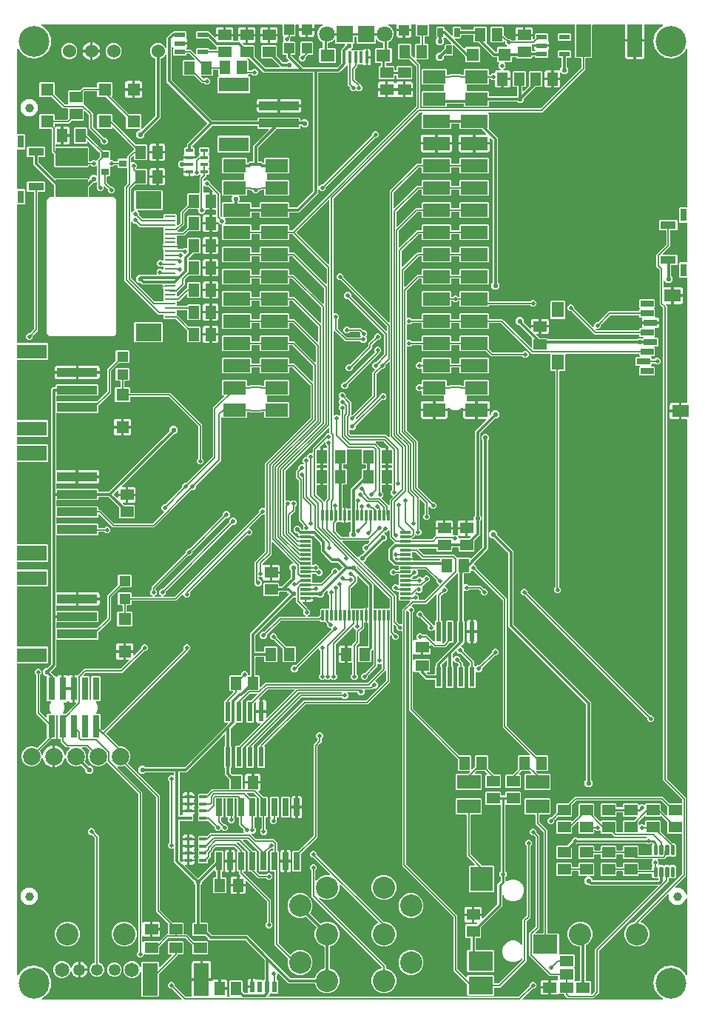
<source format=gbr>
G04 EAGLE Gerber RS-274X export*
G75*
%MOMM*%
%FSLAX34Y34*%
%LPD*%
%INBottom Copper*%
%IPPOS*%
%AMOC8*
5,1,8,0,0,1.08239X$1,22.5*%
G01*
%ADD10R,1.250000X0.275000*%
%ADD11R,3.000000X2.000000*%
%ADD12R,1.900000X1.400000*%
%ADD13R,1.400000X1.800000*%
%ADD14R,1.500000X0.700000*%
%ADD15R,1.240000X1.500000*%
%ADD16R,4.600000X1.000000*%
%ADD17R,3.400000X1.700000*%
%ADD18R,1.500000X1.240000*%
%ADD19R,3.400000X1.600000*%
%ADD20R,1.300000X1.200000*%
%ADD21R,1.400000X1.400000*%
%ADD22R,1.200000X1.500000*%
%ADD23R,0.900000X0.800000*%
%ADD24C,1.650000*%
%ADD25C,1.350000*%
%ADD26R,1.778000X0.900000*%
%ADD27R,0.800000X1.450000*%
%ADD28R,1.500000X1.200000*%
%ADD29C,1.524000*%
%ADD30C,3.516000*%
%ADD31C,1.000000*%
%ADD32C,2.000000*%
%ADD33R,0.760000X2.600000*%
%ADD34R,1.200000X0.300000*%
%ADD35R,0.300000X1.200000*%
%ADD36R,0.400000X1.350000*%
%ADD37R,1.600000X1.400000*%
%ADD38R,1.900000X1.900000*%
%ADD39C,1.800000*%
%ADD40R,1.200000X0.550000*%
%ADD41R,0.635000X1.016000*%
%ADD42R,0.600000X2.200000*%
%ADD43R,1.500000X1.300000*%
%ADD44R,2.700000X1.600000*%
%ADD45R,0.660400X2.032000*%
%ADD46R,2.800000X2.000000*%
%ADD47R,2.600000X2.800000*%
%ADD48R,2.800000X2.200000*%
%ADD49R,1.300000X1.500000*%
%ADD50R,1.200000X1.200000*%
%ADD51R,2.540000X1.524000*%
%ADD52R,3.048000X1.524000*%
%ADD53R,0.838200X0.457200*%
%ADD54C,0.240000*%
%ADD55R,1.600200X1.168400*%
%ADD56R,0.203200X0.635000*%
%ADD57C,2.540000*%
%ADD58R,1.700000X3.700000*%
%ADD59R,0.500000X1.250000*%
%ADD60R,3.700000X2.000000*%
%ADD61C,0.508000*%
%ADD62C,0.254000*%
%ADD63C,0.152400*%
%ADD64C,0.558800*%
%ADD65C,0.304800*%

G36*
X740094Y3818D02*
X740094Y3818D01*
X740141Y3817D01*
X740214Y3838D01*
X740289Y3850D01*
X740331Y3873D01*
X740377Y3887D01*
X740439Y3930D01*
X740506Y3966D01*
X740539Y4000D01*
X740579Y4028D01*
X740624Y4089D01*
X740676Y4144D01*
X740696Y4187D01*
X740724Y4226D01*
X740747Y4298D01*
X740779Y4367D01*
X740785Y4415D01*
X740799Y4460D01*
X740798Y4536D01*
X740806Y4611D01*
X740796Y4658D01*
X740796Y4706D01*
X740770Y4778D01*
X740754Y4852D01*
X740730Y4893D01*
X740714Y4938D01*
X740667Y4998D01*
X740628Y5063D01*
X740592Y5094D01*
X740562Y5132D01*
X740458Y5208D01*
X740441Y5223D01*
X740435Y5225D01*
X740427Y5231D01*
X735821Y7890D01*
X730898Y14667D01*
X729156Y22860D01*
X730898Y31053D01*
X735821Y37830D01*
X743075Y42018D01*
X751406Y42893D01*
X759372Y40305D01*
X765597Y34700D01*
X766893Y31789D01*
X766941Y31716D01*
X766982Y31639D01*
X767008Y31614D01*
X767028Y31584D01*
X767096Y31530D01*
X767160Y31469D01*
X767193Y31454D01*
X767221Y31432D01*
X767304Y31403D01*
X767383Y31366D01*
X767419Y31362D01*
X767453Y31350D01*
X767541Y31348D01*
X767627Y31339D01*
X767663Y31346D01*
X767699Y31346D01*
X767782Y31372D01*
X767868Y31391D01*
X767899Y31410D01*
X767933Y31421D01*
X768004Y31472D01*
X768079Y31517D01*
X768102Y31545D01*
X768132Y31566D01*
X768182Y31637D01*
X768239Y31704D01*
X768252Y31738D01*
X768273Y31767D01*
X768298Y31851D01*
X768331Y31932D01*
X768336Y31979D01*
X768343Y32003D01*
X768342Y32034D01*
X768349Y32099D01*
X768349Y118874D01*
X768342Y118921D01*
X768343Y118969D01*
X768322Y119042D01*
X768310Y119116D01*
X768287Y119159D01*
X768273Y119205D01*
X768230Y119267D01*
X768194Y119334D01*
X768160Y119367D01*
X768132Y119406D01*
X768071Y119451D01*
X768016Y119503D01*
X767973Y119523D01*
X767934Y119552D01*
X767862Y119575D01*
X767793Y119607D01*
X767745Y119612D01*
X767700Y119627D01*
X767624Y119626D01*
X767549Y119634D01*
X767502Y119624D01*
X767454Y119623D01*
X767382Y119598D01*
X767308Y119582D01*
X767267Y119557D01*
X767222Y119541D01*
X767162Y119494D01*
X767097Y119455D01*
X767066Y119419D01*
X767028Y119389D01*
X766952Y119286D01*
X766937Y119269D01*
X766935Y119262D01*
X766929Y119254D01*
X764241Y114599D01*
X759600Y111919D01*
X754240Y111919D01*
X749599Y114599D01*
X746919Y119240D01*
X746919Y123358D01*
X746918Y123365D01*
X746918Y123366D01*
X746917Y123374D01*
X746908Y123428D01*
X746906Y123500D01*
X746888Y123549D01*
X746880Y123600D01*
X746846Y123664D01*
X746821Y123731D01*
X746789Y123772D01*
X746764Y123818D01*
X746712Y123867D01*
X746668Y123923D01*
X746624Y123951D01*
X746586Y123987D01*
X746521Y124017D01*
X746461Y124056D01*
X746410Y124069D01*
X746363Y124091D01*
X746292Y124099D01*
X746222Y124116D01*
X746170Y124112D01*
X746119Y124118D01*
X746048Y124103D01*
X745977Y124097D01*
X745929Y124077D01*
X745878Y124066D01*
X745817Y124029D01*
X745751Y124001D01*
X745695Y123956D01*
X745667Y123939D01*
X745652Y123922D01*
X745620Y123896D01*
X715149Y93425D01*
X715122Y93388D01*
X715088Y93357D01*
X715051Y93288D01*
X715005Y93225D01*
X714992Y93181D01*
X714970Y93141D01*
X714956Y93064D01*
X714933Y92990D01*
X714934Y92944D01*
X714926Y92899D01*
X714937Y92822D01*
X714939Y92744D01*
X714955Y92701D01*
X714962Y92656D01*
X714997Y92586D01*
X715024Y92513D01*
X715052Y92477D01*
X715073Y92436D01*
X715129Y92382D01*
X715178Y92321D01*
X715216Y92296D01*
X715249Y92264D01*
X715311Y92230D01*
X715316Y92226D01*
X715325Y92223D01*
X715369Y92198D01*
X715384Y92188D01*
X715389Y92187D01*
X715396Y92183D01*
X718738Y90799D01*
X722739Y86798D01*
X724905Y81569D01*
X724905Y75911D01*
X722739Y70682D01*
X718738Y66681D01*
X713509Y64515D01*
X707851Y64515D01*
X702622Y66681D01*
X698621Y70682D01*
X696455Y75911D01*
X696455Y81569D01*
X698621Y86798D01*
X702622Y90799D01*
X707851Y92965D01*
X707906Y92965D01*
X707996Y92979D01*
X708087Y92987D01*
X708116Y92999D01*
X708148Y93004D01*
X708229Y93047D01*
X708313Y93083D01*
X708345Y93109D01*
X708366Y93120D01*
X708388Y93143D01*
X708444Y93188D01*
X762030Y146774D01*
X762083Y146848D01*
X762143Y146918D01*
X762155Y146948D01*
X762174Y146974D01*
X762201Y147061D01*
X762235Y147146D01*
X762239Y147187D01*
X762246Y147209D01*
X762245Y147241D01*
X762253Y147313D01*
X762253Y192834D01*
X762250Y192854D01*
X762252Y192873D01*
X762230Y192975D01*
X762214Y193077D01*
X762204Y193094D01*
X762200Y193114D01*
X762147Y193203D01*
X762098Y193294D01*
X762084Y193308D01*
X762074Y193325D01*
X761995Y193392D01*
X761920Y193464D01*
X761902Y193472D01*
X761887Y193485D01*
X761791Y193524D01*
X761697Y193567D01*
X761677Y193569D01*
X761659Y193577D01*
X761492Y193595D01*
X746248Y193595D01*
X745355Y194488D01*
X745355Y206796D01*
X745341Y206886D01*
X745333Y206977D01*
X745321Y207006D01*
X745316Y207038D01*
X745273Y207119D01*
X745237Y207203D01*
X745211Y207235D01*
X745200Y207256D01*
X745177Y207278D01*
X745132Y207334D01*
X739029Y213437D01*
X739013Y213448D01*
X739001Y213464D01*
X738913Y213520D01*
X738830Y213580D01*
X738811Y213586D01*
X738794Y213597D01*
X738693Y213622D01*
X738595Y213653D01*
X738575Y213652D01*
X738555Y213657D01*
X738452Y213649D01*
X738349Y213646D01*
X738330Y213639D01*
X738310Y213638D01*
X738215Y213597D01*
X738118Y213562D01*
X738102Y213549D01*
X738084Y213541D01*
X737953Y213437D01*
X737112Y212595D01*
X720848Y212595D01*
X720007Y213437D01*
X719991Y213448D01*
X719978Y213464D01*
X719891Y213520D01*
X719807Y213580D01*
X719788Y213586D01*
X719772Y213597D01*
X719671Y213622D01*
X719572Y213653D01*
X719552Y213652D01*
X719533Y213657D01*
X719430Y213649D01*
X719326Y213646D01*
X719308Y213639D01*
X719288Y213638D01*
X719193Y213597D01*
X719095Y213562D01*
X719080Y213549D01*
X719061Y213541D01*
X718931Y213437D01*
X712828Y207334D01*
X712775Y207260D01*
X712715Y207190D01*
X712703Y207160D01*
X712684Y207134D01*
X712657Y207047D01*
X712623Y206962D01*
X712619Y206921D01*
X712612Y206899D01*
X712613Y206867D01*
X712605Y206796D01*
X712605Y204571D01*
X712616Y204500D01*
X712618Y204428D01*
X712636Y204380D01*
X712644Y204328D01*
X712678Y204265D01*
X712703Y204197D01*
X712735Y204157D01*
X712760Y204111D01*
X712812Y204061D01*
X712856Y204005D01*
X712900Y203977D01*
X712938Y203941D01*
X713003Y203911D01*
X713063Y203872D01*
X713114Y203860D01*
X713161Y203838D01*
X713232Y203830D01*
X713302Y203812D01*
X713354Y203816D01*
X713405Y203811D01*
X713476Y203826D01*
X713547Y203832D01*
X713595Y203852D01*
X713646Y203863D01*
X713707Y203900D01*
X713773Y203928D01*
X713829Y203973D01*
X713857Y203989D01*
X713872Y204007D01*
X713904Y204033D01*
X714596Y204725D01*
X717964Y204725D01*
X718656Y204033D01*
X718714Y203991D01*
X718766Y203941D01*
X718813Y203919D01*
X718855Y203889D01*
X718924Y203868D01*
X718989Y203838D01*
X719041Y203832D01*
X719091Y203817D01*
X719162Y203819D01*
X719233Y203811D01*
X719284Y203822D01*
X719336Y203823D01*
X719404Y203848D01*
X719474Y203863D01*
X719519Y203890D01*
X719567Y203908D01*
X719623Y203952D01*
X719685Y203989D01*
X719719Y204029D01*
X719759Y204061D01*
X719798Y204122D01*
X719845Y204176D01*
X719864Y204224D01*
X719892Y204268D01*
X719910Y204338D01*
X719937Y204404D01*
X719945Y204475D01*
X719953Y204507D01*
X719951Y204530D01*
X719955Y204571D01*
X719955Y208152D01*
X720848Y209045D01*
X737112Y209045D01*
X738005Y208152D01*
X738005Y196564D01*
X738019Y196474D01*
X738027Y196383D01*
X738039Y196354D01*
X738044Y196322D01*
X738087Y196241D01*
X738123Y196157D01*
X738149Y196125D01*
X738160Y196104D01*
X738183Y196082D01*
X738228Y196026D01*
X751346Y182908D01*
X751420Y182855D01*
X751490Y182795D01*
X751520Y182783D01*
X751546Y182764D01*
X751633Y182737D01*
X751718Y182703D01*
X751759Y182699D01*
X751781Y182692D01*
X751813Y182693D01*
X751884Y182685D01*
X753759Y182685D01*
X755355Y181089D01*
X755355Y169131D01*
X753759Y167535D01*
X749101Y167535D01*
X748718Y167918D01*
X748702Y167930D01*
X748690Y167946D01*
X748602Y168002D01*
X748519Y168062D01*
X748500Y168068D01*
X748483Y168079D01*
X748382Y168104D01*
X748283Y168134D01*
X748264Y168134D01*
X748244Y168139D01*
X748141Y168131D01*
X748038Y168128D01*
X748019Y168121D01*
X747999Y168119D01*
X747904Y168079D01*
X747807Y168043D01*
X747791Y168031D01*
X747773Y168023D01*
X747642Y167918D01*
X747259Y167535D01*
X745384Y167535D01*
X745294Y167521D01*
X745203Y167513D01*
X745174Y167501D01*
X745142Y167496D01*
X745061Y167453D01*
X744977Y167417D01*
X744945Y167391D01*
X744924Y167380D01*
X744902Y167357D01*
X744846Y167312D01*
X743584Y166050D01*
X742021Y164487D01*
X734893Y164487D01*
X734822Y164476D01*
X734750Y164474D01*
X734702Y164456D01*
X734650Y164448D01*
X734587Y164414D01*
X734519Y164389D01*
X734479Y164357D01*
X734433Y164332D01*
X734383Y164280D01*
X734327Y164236D01*
X734299Y164192D01*
X734263Y164154D01*
X734233Y164089D01*
X734194Y164029D01*
X734182Y163978D01*
X734160Y163931D01*
X734152Y163860D01*
X734134Y163790D01*
X734138Y163738D01*
X734133Y163687D01*
X734148Y163616D01*
X734154Y163545D01*
X734174Y163497D01*
X734185Y163446D01*
X734222Y163385D01*
X734250Y163319D01*
X734295Y163263D01*
X734311Y163235D01*
X734329Y163220D01*
X734355Y163188D01*
X735585Y161958D01*
X735585Y158346D01*
X735588Y158326D01*
X735586Y158307D01*
X735608Y158205D01*
X735624Y158103D01*
X735634Y158086D01*
X735638Y158066D01*
X735691Y157977D01*
X735740Y157886D01*
X735754Y157872D01*
X735764Y157855D01*
X735843Y157788D01*
X735918Y157716D01*
X735936Y157708D01*
X735951Y157695D01*
X736047Y157656D01*
X736141Y157613D01*
X736161Y157611D01*
X736179Y157603D01*
X736346Y157585D01*
X740759Y157585D01*
X741142Y157202D01*
X741158Y157190D01*
X741170Y157174D01*
X741258Y157118D01*
X741341Y157058D01*
X741360Y157052D01*
X741377Y157041D01*
X741478Y157016D01*
X741577Y156986D01*
X741596Y156986D01*
X741616Y156981D01*
X741719Y156989D01*
X741822Y156992D01*
X741841Y156999D01*
X741861Y157001D01*
X741956Y157041D01*
X742053Y157077D01*
X742069Y157089D01*
X742087Y157097D01*
X742218Y157202D01*
X742601Y157585D01*
X747259Y157585D01*
X747642Y157202D01*
X747658Y157190D01*
X747670Y157174D01*
X747757Y157118D01*
X747841Y157058D01*
X747860Y157052D01*
X747877Y157041D01*
X747978Y157016D01*
X748077Y156986D01*
X748096Y156986D01*
X748116Y156981D01*
X748219Y156989D01*
X748322Y156992D01*
X748341Y156999D01*
X748361Y157001D01*
X748456Y157041D01*
X748553Y157077D01*
X748569Y157089D01*
X748587Y157097D01*
X748718Y157202D01*
X749101Y157585D01*
X753759Y157585D01*
X755355Y155989D01*
X755355Y144031D01*
X753759Y142435D01*
X749101Y142435D01*
X748718Y142818D01*
X748702Y142830D01*
X748690Y142846D01*
X748602Y142902D01*
X748519Y142962D01*
X748500Y142968D01*
X748483Y142979D01*
X748382Y143004D01*
X748283Y143034D01*
X748264Y143034D01*
X748244Y143039D01*
X748141Y143031D01*
X748038Y143028D01*
X748019Y143021D01*
X747999Y143019D01*
X747904Y142979D01*
X747807Y142943D01*
X747791Y142931D01*
X747773Y142923D01*
X747642Y142818D01*
X747440Y142616D01*
X747387Y142542D01*
X747327Y142473D01*
X747315Y142443D01*
X747296Y142417D01*
X747269Y142330D01*
X747235Y142245D01*
X747231Y142204D01*
X747224Y142182D01*
X747225Y142149D01*
X747217Y142078D01*
X747217Y139155D01*
X667638Y59576D01*
X667585Y59502D01*
X667525Y59432D01*
X667513Y59402D01*
X667494Y59376D01*
X667467Y59289D01*
X667433Y59204D01*
X667429Y59163D01*
X667422Y59141D01*
X667423Y59109D01*
X667415Y59037D01*
X667415Y11401D01*
X665852Y9838D01*
X662910Y6896D01*
X661347Y5333D01*
X631513Y5333D01*
X627633Y9213D01*
X627633Y9652D01*
X627630Y9672D01*
X627632Y9691D01*
X627610Y9793D01*
X627594Y9895D01*
X627584Y9912D01*
X627580Y9932D01*
X627527Y10021D01*
X627478Y10112D01*
X627464Y10126D01*
X627454Y10143D01*
X627375Y10210D01*
X627300Y10282D01*
X627282Y10290D01*
X627267Y10303D01*
X627171Y10342D01*
X627077Y10385D01*
X627057Y10387D01*
X627039Y10395D01*
X626872Y10413D01*
X621255Y10413D01*
X621165Y10399D01*
X621074Y10391D01*
X621044Y10379D01*
X621012Y10374D01*
X620931Y10331D01*
X620847Y10295D01*
X620815Y10269D01*
X620795Y10258D01*
X620772Y10235D01*
X620716Y10190D01*
X620431Y9905D01*
X619852Y9570D01*
X619205Y9397D01*
X612393Y9397D01*
X612393Y17018D01*
X612390Y17038D01*
X612392Y17057D01*
X612370Y17159D01*
X612353Y17261D01*
X612344Y17278D01*
X612340Y17298D01*
X612287Y17387D01*
X612238Y17478D01*
X612224Y17492D01*
X612214Y17509D01*
X612135Y17576D01*
X612060Y17647D01*
X612042Y17656D01*
X612027Y17669D01*
X611931Y17708D01*
X611837Y17751D01*
X611817Y17753D01*
X611799Y17761D01*
X611632Y17779D01*
X610869Y17779D01*
X610869Y17781D01*
X611632Y17781D01*
X611652Y17784D01*
X611671Y17782D01*
X611773Y17804D01*
X611875Y17821D01*
X611892Y17830D01*
X611912Y17834D01*
X612001Y17887D01*
X612092Y17936D01*
X612106Y17950D01*
X612123Y17960D01*
X612190Y18039D01*
X612261Y18114D01*
X612270Y18132D01*
X612283Y18147D01*
X612322Y18243D01*
X612365Y18337D01*
X612367Y18357D01*
X612375Y18375D01*
X612393Y18542D01*
X612393Y26163D01*
X619205Y26163D01*
X619436Y26101D01*
X619555Y26089D01*
X619672Y26076D01*
X619677Y26077D01*
X619681Y26077D01*
X619797Y26103D01*
X619913Y26128D01*
X619916Y26130D01*
X619920Y26131D01*
X620022Y26194D01*
X620124Y26254D01*
X620127Y26258D01*
X620130Y26260D01*
X620207Y26351D01*
X620284Y26441D01*
X620285Y26445D01*
X620288Y26448D01*
X620330Y26557D01*
X620376Y26670D01*
X620376Y26675D01*
X620378Y26678D01*
X620378Y26691D01*
X620394Y26836D01*
X620394Y29972D01*
X620391Y29992D01*
X620393Y30011D01*
X620371Y30113D01*
X620355Y30215D01*
X620345Y30232D01*
X620341Y30252D01*
X620288Y30341D01*
X620239Y30432D01*
X620225Y30446D01*
X620215Y30463D01*
X620136Y30530D01*
X620061Y30602D01*
X620043Y30610D01*
X620028Y30623D01*
X619932Y30662D01*
X619838Y30705D01*
X619818Y30707D01*
X619800Y30715D01*
X619633Y30733D01*
X610700Y30733D01*
X587387Y54046D01*
X587387Y79834D01*
X594390Y86837D01*
X594443Y86911D01*
X594503Y86981D01*
X594515Y87011D01*
X594534Y87037D01*
X594561Y87124D01*
X594595Y87209D01*
X594599Y87250D01*
X594606Y87272D01*
X594605Y87304D01*
X594613Y87375D01*
X594613Y189237D01*
X594599Y189328D01*
X594591Y189418D01*
X594579Y189448D01*
X594574Y189480D01*
X594531Y189561D01*
X594495Y189645D01*
X594469Y189677D01*
X594458Y189698D01*
X594435Y189720D01*
X594390Y189776D01*
X592874Y191292D01*
X592800Y191345D01*
X592730Y191405D01*
X592700Y191417D01*
X592674Y191436D01*
X592587Y191463D01*
X592502Y191497D01*
X592461Y191501D01*
X592439Y191508D01*
X592407Y191507D01*
X592335Y191515D01*
X590136Y191515D01*
X587755Y193896D01*
X587755Y197264D01*
X590136Y199645D01*
X593504Y199645D01*
X595885Y197264D01*
X595885Y195065D01*
X595899Y194974D01*
X595907Y194884D01*
X595919Y194854D01*
X595924Y194822D01*
X595967Y194741D01*
X596003Y194657D01*
X596029Y194625D01*
X596040Y194604D01*
X596063Y194582D01*
X596108Y194526D01*
X599187Y191447D01*
X599187Y85166D01*
X594785Y80764D01*
X594743Y80706D01*
X594694Y80654D01*
X594672Y80607D01*
X594642Y80565D01*
X594621Y80496D01*
X594590Y80431D01*
X594585Y80379D01*
X594569Y80329D01*
X594571Y80258D01*
X594563Y80187D01*
X594574Y80136D01*
X594576Y80084D01*
X594600Y80016D01*
X594616Y79946D01*
X594642Y79901D01*
X594660Y79853D01*
X594705Y79797D01*
X594742Y79735D01*
X594781Y79701D01*
X594814Y79661D01*
X594874Y79622D01*
X594929Y79575D01*
X594977Y79556D01*
X595021Y79528D01*
X595090Y79510D01*
X595157Y79483D01*
X595228Y79475D01*
X595259Y79467D01*
X595283Y79469D01*
X595324Y79465D01*
X602912Y79465D01*
X602932Y79468D01*
X602951Y79466D01*
X603053Y79488D01*
X603155Y79504D01*
X603172Y79514D01*
X603192Y79518D01*
X603281Y79571D01*
X603372Y79620D01*
X603386Y79634D01*
X603403Y79644D01*
X603470Y79723D01*
X603542Y79798D01*
X603550Y79816D01*
X603563Y79831D01*
X603602Y79927D01*
X603645Y80021D01*
X603647Y80041D01*
X603655Y80059D01*
X603673Y80226D01*
X603673Y195217D01*
X603659Y195308D01*
X603651Y195398D01*
X603639Y195428D01*
X603634Y195460D01*
X603591Y195541D01*
X603555Y195625D01*
X603529Y195657D01*
X603518Y195678D01*
X603495Y195700D01*
X603450Y195756D01*
X594613Y204593D01*
X594613Y214474D01*
X594610Y214494D01*
X594612Y214513D01*
X594590Y214615D01*
X594574Y214717D01*
X594564Y214734D01*
X594560Y214754D01*
X594507Y214843D01*
X594458Y214934D01*
X594444Y214948D01*
X594434Y214965D01*
X594355Y215032D01*
X594280Y215104D01*
X594262Y215112D01*
X594247Y215125D01*
X594151Y215164D01*
X594057Y215207D01*
X594037Y215209D01*
X594019Y215217D01*
X593852Y215235D01*
X582768Y215235D01*
X581875Y216128D01*
X581875Y233392D01*
X582768Y234285D01*
X611032Y234285D01*
X611925Y233392D01*
X611925Y216128D01*
X611032Y215235D01*
X599948Y215235D01*
X599928Y215232D01*
X599909Y215234D01*
X599807Y215212D01*
X599705Y215196D01*
X599688Y215186D01*
X599668Y215182D01*
X599579Y215129D01*
X599488Y215080D01*
X599474Y215066D01*
X599457Y215056D01*
X599390Y214977D01*
X599318Y214902D01*
X599310Y214884D01*
X599297Y214869D01*
X599258Y214773D01*
X599215Y214679D01*
X599213Y214659D01*
X599205Y214641D01*
X599187Y214474D01*
X599187Y206803D01*
X599201Y206712D01*
X599209Y206622D01*
X599221Y206592D01*
X599226Y206560D01*
X599269Y206479D01*
X599305Y206395D01*
X599331Y206363D01*
X599342Y206342D01*
X599365Y206320D01*
X599410Y206264D01*
X608247Y197427D01*
X608247Y80226D01*
X608250Y80206D01*
X608248Y80187D01*
X608270Y80085D01*
X608286Y79983D01*
X608296Y79966D01*
X608300Y79946D01*
X608353Y79857D01*
X608402Y79766D01*
X608416Y79752D01*
X608426Y79735D01*
X608505Y79668D01*
X608580Y79596D01*
X608598Y79588D01*
X608613Y79575D01*
X608709Y79536D01*
X608803Y79493D01*
X608823Y79491D01*
X608841Y79483D01*
X609008Y79465D01*
X620592Y79465D01*
X621485Y78572D01*
X621485Y56388D01*
X621488Y56368D01*
X621486Y56349D01*
X621508Y56247D01*
X621524Y56145D01*
X621534Y56128D01*
X621538Y56108D01*
X621591Y56019D01*
X621640Y55928D01*
X621654Y55914D01*
X621664Y55897D01*
X621743Y55830D01*
X621818Y55758D01*
X621836Y55750D01*
X621851Y55737D01*
X621947Y55698D01*
X622041Y55655D01*
X622061Y55653D01*
X622079Y55645D01*
X622246Y55627D01*
X638553Y55627D01*
X639446Y54734D01*
X639446Y41786D01*
X638838Y41178D01*
X638826Y41162D01*
X638810Y41150D01*
X638754Y41062D01*
X638694Y40979D01*
X638688Y40960D01*
X638677Y40943D01*
X638652Y40842D01*
X638622Y40743D01*
X638622Y40724D01*
X638617Y40704D01*
X638625Y40601D01*
X638628Y40498D01*
X638635Y40479D01*
X638636Y40459D01*
X638677Y40364D01*
X638712Y40267D01*
X638725Y40251D01*
X638733Y40233D01*
X638838Y40102D01*
X639446Y39494D01*
X639446Y26546D01*
X638838Y25938D01*
X638826Y25922D01*
X638811Y25910D01*
X638754Y25823D01*
X638694Y25739D01*
X638688Y25720D01*
X638677Y25703D01*
X638652Y25602D01*
X638622Y25503D01*
X638622Y25484D01*
X638617Y25464D01*
X638625Y25361D01*
X638628Y25258D01*
X638635Y25239D01*
X638636Y25219D01*
X638677Y25124D01*
X638712Y25027D01*
X638725Y25011D01*
X638733Y24993D01*
X638837Y24862D01*
X638907Y24793D01*
X638923Y24781D01*
X638935Y24765D01*
X639023Y24709D01*
X639106Y24649D01*
X639125Y24643D01*
X639142Y24632D01*
X639243Y24607D01*
X639341Y24577D01*
X639361Y24577D01*
X639381Y24572D01*
X639484Y24580D01*
X639587Y24583D01*
X639606Y24590D01*
X639626Y24591D01*
X639721Y24632D01*
X639818Y24667D01*
X639834Y24680D01*
X639852Y24688D01*
X639983Y24793D01*
X640337Y25147D01*
X645160Y25147D01*
X645180Y25150D01*
X645199Y25148D01*
X645301Y25170D01*
X645403Y25186D01*
X645420Y25196D01*
X645440Y25200D01*
X645529Y25253D01*
X645620Y25302D01*
X645634Y25316D01*
X645651Y25326D01*
X645718Y25405D01*
X645790Y25480D01*
X645798Y25498D01*
X645811Y25513D01*
X645850Y25609D01*
X645893Y25703D01*
X645895Y25723D01*
X645903Y25741D01*
X645921Y25908D01*
X645921Y63754D01*
X645918Y63774D01*
X645920Y63793D01*
X645898Y63895D01*
X645882Y63997D01*
X645872Y64014D01*
X645868Y64034D01*
X645815Y64123D01*
X645766Y64214D01*
X645752Y64228D01*
X645742Y64245D01*
X645663Y64312D01*
X645588Y64384D01*
X645570Y64392D01*
X645555Y64405D01*
X645459Y64444D01*
X645365Y64487D01*
X645345Y64489D01*
X645327Y64497D01*
X645160Y64515D01*
X642851Y64515D01*
X637622Y66681D01*
X633621Y70682D01*
X631455Y75911D01*
X631455Y81569D01*
X633621Y86798D01*
X637622Y90799D01*
X642851Y92965D01*
X648509Y92965D01*
X653738Y90799D01*
X657739Y86798D01*
X659905Y81569D01*
X659905Y75911D01*
X657739Y70682D01*
X653738Y66681D01*
X652489Y66164D01*
X652389Y66102D01*
X652363Y66086D01*
X652348Y66078D01*
X652346Y66076D01*
X652289Y66042D01*
X652285Y66037D01*
X652280Y66034D01*
X652205Y65943D01*
X652129Y65855D01*
X652127Y65849D01*
X652123Y65844D01*
X652081Y65736D01*
X652037Y65627D01*
X652036Y65619D01*
X652035Y65615D01*
X652034Y65597D01*
X652019Y65460D01*
X652019Y25908D01*
X652022Y25888D01*
X652020Y25869D01*
X652042Y25767D01*
X652058Y25665D01*
X652068Y25648D01*
X652072Y25628D01*
X652125Y25539D01*
X652174Y25448D01*
X652188Y25434D01*
X652198Y25417D01*
X652277Y25350D01*
X652352Y25278D01*
X652370Y25270D01*
X652385Y25257D01*
X652481Y25218D01*
X652575Y25175D01*
X652595Y25173D01*
X652613Y25165D01*
X652780Y25147D01*
X657603Y25147D01*
X658496Y24254D01*
X658496Y11306D01*
X658396Y11206D01*
X658354Y11148D01*
X658304Y11096D01*
X658282Y11049D01*
X658252Y11007D01*
X658231Y10938D01*
X658201Y10873D01*
X658195Y10821D01*
X658180Y10771D01*
X658182Y10700D01*
X658174Y10629D01*
X658185Y10578D01*
X658186Y10526D01*
X658211Y10458D01*
X658226Y10388D01*
X658253Y10343D01*
X658270Y10295D01*
X658315Y10239D01*
X658352Y10177D01*
X658392Y10143D01*
X658424Y10103D01*
X658484Y10064D01*
X658539Y10017D01*
X658587Y9998D01*
X658631Y9970D01*
X658700Y9952D01*
X658767Y9925D01*
X658838Y9917D01*
X658870Y9909D01*
X658893Y9911D01*
X658934Y9907D01*
X659137Y9907D01*
X659228Y9921D01*
X659318Y9929D01*
X659348Y9941D01*
X659380Y9946D01*
X659461Y9989D01*
X659545Y10025D01*
X659577Y10051D01*
X659598Y10062D01*
X659620Y10085D01*
X659676Y10130D01*
X662618Y13072D01*
X662671Y13146D01*
X662731Y13216D01*
X662743Y13246D01*
X662762Y13272D01*
X662789Y13359D01*
X662823Y13444D01*
X662827Y13485D01*
X662834Y13507D01*
X662833Y13539D01*
X662841Y13610D01*
X662841Y61247D01*
X734406Y132812D01*
X734448Y132870D01*
X734497Y132922D01*
X734519Y132969D01*
X734550Y133011D01*
X734571Y133080D01*
X734601Y133145D01*
X734607Y133197D01*
X734622Y133247D01*
X734620Y133318D01*
X734628Y133389D01*
X734617Y133440D01*
X734616Y133492D01*
X734591Y133560D01*
X734576Y133630D01*
X734549Y133675D01*
X734531Y133723D01*
X734486Y133779D01*
X734450Y133841D01*
X734410Y133875D01*
X734377Y133915D01*
X734317Y133954D01*
X734263Y134001D01*
X734214Y134020D01*
X734170Y134048D01*
X734101Y134066D01*
X734034Y134093D01*
X733963Y134101D01*
X733932Y134109D01*
X733909Y134107D01*
X733868Y134111D01*
X656597Y134111D01*
X655550Y135158D01*
X655476Y135211D01*
X655407Y135271D01*
X655377Y135283D01*
X655350Y135302D01*
X655263Y135329D01*
X655179Y135363D01*
X655138Y135367D01*
X655115Y135374D01*
X655083Y135373D01*
X655012Y135381D01*
X653531Y135381D01*
X651001Y137911D01*
X651001Y141489D01*
X653548Y144036D01*
X653590Y144094D01*
X653639Y144146D01*
X653661Y144193D01*
X653692Y144235D01*
X653713Y144304D01*
X653743Y144369D01*
X653749Y144421D01*
X653764Y144471D01*
X653762Y144542D01*
X653770Y144613D01*
X653759Y144664D01*
X653758Y144716D01*
X653733Y144784D01*
X653718Y144854D01*
X653691Y144899D01*
X653673Y144947D01*
X653628Y145003D01*
X653592Y145065D01*
X653552Y145099D01*
X653520Y145139D01*
X653459Y145178D01*
X653405Y145225D01*
X653356Y145244D01*
X653313Y145272D01*
X653243Y145290D01*
X653177Y145317D01*
X653105Y145325D01*
X653074Y145333D01*
X653051Y145331D01*
X653010Y145335D01*
X644648Y145335D01*
X643755Y146228D01*
X643755Y150012D01*
X643752Y150032D01*
X643754Y150051D01*
X643732Y150153D01*
X643716Y150255D01*
X643706Y150272D01*
X643702Y150292D01*
X643649Y150381D01*
X643600Y150472D01*
X643586Y150486D01*
X643576Y150503D01*
X643497Y150570D01*
X643422Y150642D01*
X643404Y150650D01*
X643389Y150663D01*
X643293Y150702D01*
X643199Y150745D01*
X643179Y150747D01*
X643161Y150755D01*
X642994Y150773D01*
X637166Y150773D01*
X637146Y150770D01*
X637127Y150772D01*
X637025Y150750D01*
X636923Y150734D01*
X636906Y150724D01*
X636886Y150720D01*
X636797Y150667D01*
X636706Y150618D01*
X636692Y150604D01*
X636675Y150594D01*
X636608Y150515D01*
X636536Y150440D01*
X636528Y150422D01*
X636515Y150407D01*
X636476Y150311D01*
X636433Y150217D01*
X636431Y150197D01*
X636423Y150179D01*
X636405Y150012D01*
X636405Y146228D01*
X635512Y145335D01*
X619248Y145335D01*
X618355Y146228D01*
X618355Y159892D01*
X619248Y160785D01*
X635512Y160785D01*
X636405Y159892D01*
X636405Y156108D01*
X636408Y156088D01*
X636406Y156069D01*
X636428Y155967D01*
X636444Y155865D01*
X636454Y155848D01*
X636458Y155828D01*
X636511Y155739D01*
X636560Y155648D01*
X636574Y155634D01*
X636584Y155617D01*
X636663Y155550D01*
X636738Y155478D01*
X636756Y155470D01*
X636771Y155457D01*
X636867Y155418D01*
X636961Y155375D01*
X636981Y155373D01*
X636999Y155365D01*
X637166Y155347D01*
X642994Y155347D01*
X643014Y155350D01*
X643033Y155348D01*
X643135Y155370D01*
X643237Y155386D01*
X643254Y155396D01*
X643274Y155400D01*
X643363Y155453D01*
X643454Y155502D01*
X643468Y155516D01*
X643485Y155526D01*
X643552Y155605D01*
X643624Y155680D01*
X643632Y155698D01*
X643645Y155713D01*
X643684Y155809D01*
X643727Y155903D01*
X643729Y155923D01*
X643737Y155941D01*
X643755Y156108D01*
X643755Y159892D01*
X644648Y160785D01*
X660912Y160785D01*
X661805Y159892D01*
X661805Y146228D01*
X660912Y145335D01*
X657630Y145335D01*
X657559Y145324D01*
X657488Y145322D01*
X657439Y145304D01*
X657387Y145296D01*
X657324Y145262D01*
X657257Y145237D01*
X657216Y145205D01*
X657170Y145180D01*
X657121Y145128D01*
X657065Y145084D01*
X657036Y145040D01*
X657001Y145002D01*
X656970Y144937D01*
X656932Y144877D01*
X656919Y144826D01*
X656897Y144779D01*
X656889Y144708D01*
X656872Y144638D01*
X656876Y144586D01*
X656870Y144535D01*
X656885Y144464D01*
X656891Y144393D01*
X656911Y144345D01*
X656922Y144294D01*
X656959Y144233D01*
X656987Y144167D01*
X657032Y144111D01*
X657048Y144083D01*
X657066Y144068D01*
X657092Y144036D01*
X659639Y141489D01*
X659639Y140970D01*
X659642Y140950D01*
X659640Y140931D01*
X659662Y140829D01*
X659678Y140727D01*
X659688Y140710D01*
X659692Y140690D01*
X659745Y140601D01*
X659794Y140510D01*
X659808Y140496D01*
X659818Y140479D01*
X659897Y140412D01*
X659972Y140340D01*
X659990Y140332D01*
X660005Y140319D01*
X660101Y140280D01*
X660195Y140237D01*
X660215Y140235D01*
X660233Y140227D01*
X660400Y140209D01*
X734620Y140209D01*
X734640Y140212D01*
X734659Y140210D01*
X734761Y140232D01*
X734863Y140248D01*
X734880Y140258D01*
X734900Y140262D01*
X734989Y140315D01*
X735080Y140364D01*
X735094Y140378D01*
X735111Y140388D01*
X735178Y140467D01*
X735250Y140542D01*
X735258Y140560D01*
X735271Y140575D01*
X735310Y140671D01*
X735353Y140765D01*
X735355Y140785D01*
X735363Y140803D01*
X735381Y140970D01*
X735381Y141720D01*
X735370Y141791D01*
X735368Y141863D01*
X735350Y141912D01*
X735342Y141963D01*
X735308Y142026D01*
X735283Y142094D01*
X735251Y142134D01*
X735226Y142180D01*
X735174Y142230D01*
X735129Y142286D01*
X735086Y142314D01*
X735048Y142350D01*
X734983Y142380D01*
X734923Y142419D01*
X734872Y142431D01*
X734825Y142453D01*
X734754Y142461D01*
X734684Y142479D01*
X734632Y142475D01*
X734581Y142480D01*
X734510Y142465D01*
X734439Y142459D01*
X734391Y142439D01*
X734373Y142435D01*
X729601Y142435D01*
X728005Y144031D01*
X728005Y146962D01*
X728002Y146982D01*
X728004Y147001D01*
X727982Y147103D01*
X727966Y147205D01*
X727956Y147222D01*
X727952Y147242D01*
X727899Y147331D01*
X727850Y147422D01*
X727836Y147436D01*
X727826Y147453D01*
X727747Y147520D01*
X727672Y147592D01*
X727654Y147600D01*
X727639Y147613D01*
X727543Y147652D01*
X727449Y147695D01*
X727429Y147697D01*
X727411Y147705D01*
X727244Y147723D01*
X713366Y147723D01*
X713346Y147720D01*
X713327Y147722D01*
X713225Y147700D01*
X713123Y147684D01*
X713106Y147674D01*
X713086Y147670D01*
X712997Y147617D01*
X712906Y147568D01*
X712892Y147554D01*
X712875Y147544D01*
X712808Y147465D01*
X712736Y147390D01*
X712728Y147372D01*
X712715Y147357D01*
X712676Y147261D01*
X712633Y147167D01*
X712631Y147147D01*
X712623Y147129D01*
X712605Y146962D01*
X712605Y146228D01*
X711712Y145335D01*
X695448Y145335D01*
X694555Y146228D01*
X694555Y150012D01*
X694552Y150032D01*
X694554Y150051D01*
X694532Y150153D01*
X694516Y150255D01*
X694506Y150272D01*
X694502Y150292D01*
X694449Y150381D01*
X694400Y150472D01*
X694386Y150486D01*
X694376Y150503D01*
X694297Y150570D01*
X694222Y150642D01*
X694204Y150650D01*
X694189Y150663D01*
X694093Y150702D01*
X693999Y150745D01*
X693979Y150747D01*
X693961Y150755D01*
X693794Y150773D01*
X687966Y150773D01*
X687946Y150770D01*
X687927Y150772D01*
X687825Y150750D01*
X687723Y150734D01*
X687706Y150724D01*
X687686Y150720D01*
X687597Y150667D01*
X687506Y150618D01*
X687492Y150604D01*
X687475Y150594D01*
X687408Y150515D01*
X687336Y150440D01*
X687328Y150422D01*
X687315Y150407D01*
X687276Y150311D01*
X687233Y150217D01*
X687231Y150197D01*
X687223Y150179D01*
X687205Y150012D01*
X687205Y146228D01*
X686312Y145335D01*
X670048Y145335D01*
X669155Y146228D01*
X669155Y159892D01*
X670048Y160785D01*
X686312Y160785D01*
X687205Y159892D01*
X687205Y156108D01*
X687208Y156088D01*
X687206Y156069D01*
X687228Y155967D01*
X687244Y155865D01*
X687254Y155848D01*
X687258Y155828D01*
X687311Y155739D01*
X687360Y155648D01*
X687374Y155634D01*
X687384Y155617D01*
X687463Y155550D01*
X687538Y155478D01*
X687556Y155470D01*
X687571Y155457D01*
X687667Y155418D01*
X687761Y155375D01*
X687781Y155373D01*
X687799Y155365D01*
X687966Y155347D01*
X693794Y155347D01*
X693814Y155350D01*
X693833Y155348D01*
X693935Y155370D01*
X694037Y155386D01*
X694054Y155396D01*
X694074Y155400D01*
X694163Y155453D01*
X694254Y155502D01*
X694268Y155516D01*
X694285Y155526D01*
X694352Y155605D01*
X694424Y155680D01*
X694432Y155698D01*
X694445Y155713D01*
X694484Y155809D01*
X694527Y155903D01*
X694529Y155923D01*
X694537Y155941D01*
X694555Y156108D01*
X694555Y159892D01*
X695448Y160785D01*
X711712Y160785D01*
X712605Y159892D01*
X712605Y153058D01*
X712608Y153038D01*
X712606Y153019D01*
X712628Y152917D01*
X712644Y152815D01*
X712654Y152798D01*
X712658Y152778D01*
X712711Y152689D01*
X712760Y152598D01*
X712774Y152584D01*
X712784Y152567D01*
X712863Y152500D01*
X712938Y152428D01*
X712956Y152420D01*
X712971Y152407D01*
X713067Y152368D01*
X713161Y152325D01*
X713181Y152323D01*
X713199Y152315D01*
X713366Y152297D01*
X727244Y152297D01*
X727264Y152300D01*
X727283Y152298D01*
X727385Y152320D01*
X727487Y152336D01*
X727504Y152346D01*
X727524Y152350D01*
X727613Y152403D01*
X727704Y152452D01*
X727718Y152466D01*
X727735Y152476D01*
X727802Y152555D01*
X727874Y152630D01*
X727882Y152648D01*
X727895Y152663D01*
X727934Y152759D01*
X727977Y152853D01*
X727979Y152873D01*
X727987Y152891D01*
X728005Y153058D01*
X728005Y155989D01*
X728493Y156476D01*
X728504Y156492D01*
X728520Y156505D01*
X728576Y156592D01*
X728636Y156676D01*
X728642Y156695D01*
X728653Y156712D01*
X728678Y156812D01*
X728709Y156911D01*
X728708Y156931D01*
X728713Y156950D01*
X728705Y157053D01*
X728702Y157157D01*
X728696Y157176D01*
X728694Y157195D01*
X728654Y157290D01*
X728618Y157388D01*
X728605Y157404D01*
X728598Y157422D01*
X728493Y157553D01*
X727455Y158590D01*
X727455Y161958D01*
X728685Y163188D01*
X728727Y163246D01*
X728777Y163298D01*
X728799Y163345D01*
X728829Y163387D01*
X728850Y163456D01*
X728880Y163521D01*
X728886Y163573D01*
X728901Y163623D01*
X728899Y163694D01*
X728907Y163765D01*
X728896Y163816D01*
X728895Y163868D01*
X728870Y163936D01*
X728855Y164006D01*
X728828Y164051D01*
X728810Y164099D01*
X728766Y164155D01*
X728729Y164217D01*
X728689Y164251D01*
X728657Y164291D01*
X728596Y164330D01*
X728542Y164377D01*
X728494Y164396D01*
X728450Y164424D01*
X728380Y164442D01*
X728314Y164469D01*
X728242Y164477D01*
X728211Y164485D01*
X728188Y164483D01*
X728147Y164487D01*
X712179Y164487D01*
X712089Y164473D01*
X711998Y164465D01*
X711968Y164453D01*
X711936Y164448D01*
X711855Y164405D01*
X711772Y164369D01*
X711739Y164343D01*
X711724Y164335D01*
X695448Y164335D01*
X694555Y165228D01*
X694555Y169012D01*
X694553Y169028D01*
X694554Y169041D01*
X694553Y169045D01*
X694554Y169051D01*
X694532Y169153D01*
X694516Y169255D01*
X694506Y169272D01*
X694502Y169292D01*
X694449Y169381D01*
X694400Y169472D01*
X694386Y169486D01*
X694376Y169503D01*
X694297Y169570D01*
X694222Y169642D01*
X694204Y169650D01*
X694189Y169663D01*
X694093Y169702D01*
X693999Y169745D01*
X693979Y169747D01*
X693961Y169755D01*
X693794Y169773D01*
X687966Y169773D01*
X687946Y169770D01*
X687927Y169772D01*
X687825Y169750D01*
X687723Y169734D01*
X687706Y169724D01*
X687686Y169720D01*
X687597Y169667D01*
X687506Y169618D01*
X687492Y169604D01*
X687475Y169594D01*
X687408Y169515D01*
X687336Y169440D01*
X687328Y169422D01*
X687315Y169407D01*
X687276Y169311D01*
X687233Y169217D01*
X687231Y169197D01*
X687223Y169179D01*
X687205Y169012D01*
X687205Y165228D01*
X686312Y164335D01*
X670048Y164335D01*
X669155Y165228D01*
X669155Y169012D01*
X669153Y169028D01*
X669154Y169041D01*
X669153Y169045D01*
X669154Y169051D01*
X669132Y169153D01*
X669116Y169255D01*
X669106Y169272D01*
X669102Y169292D01*
X669049Y169381D01*
X669000Y169472D01*
X668986Y169486D01*
X668976Y169503D01*
X668897Y169570D01*
X668822Y169642D01*
X668804Y169650D01*
X668789Y169663D01*
X668693Y169702D01*
X668599Y169745D01*
X668579Y169747D01*
X668561Y169755D01*
X668394Y169773D01*
X662566Y169773D01*
X662546Y169770D01*
X662527Y169772D01*
X662425Y169750D01*
X662323Y169734D01*
X662306Y169724D01*
X662286Y169720D01*
X662197Y169667D01*
X662106Y169618D01*
X662092Y169604D01*
X662075Y169594D01*
X662008Y169515D01*
X661936Y169440D01*
X661928Y169422D01*
X661915Y169407D01*
X661876Y169311D01*
X661833Y169217D01*
X661831Y169197D01*
X661823Y169179D01*
X661805Y169012D01*
X661805Y165228D01*
X660912Y164335D01*
X644648Y164335D01*
X643755Y165228D01*
X643755Y178892D01*
X644648Y179785D01*
X660912Y179785D01*
X661805Y178892D01*
X661805Y175108D01*
X661808Y175088D01*
X661806Y175069D01*
X661828Y174967D01*
X661844Y174865D01*
X661854Y174848D01*
X661858Y174828D01*
X661911Y174739D01*
X661960Y174648D01*
X661974Y174634D01*
X661984Y174617D01*
X662063Y174550D01*
X662138Y174478D01*
X662156Y174470D01*
X662171Y174457D01*
X662267Y174418D01*
X662361Y174375D01*
X662381Y174373D01*
X662399Y174365D01*
X662566Y174347D01*
X668394Y174347D01*
X668414Y174350D01*
X668433Y174348D01*
X668535Y174370D01*
X668637Y174386D01*
X668654Y174396D01*
X668674Y174400D01*
X668763Y174453D01*
X668854Y174502D01*
X668868Y174516D01*
X668885Y174526D01*
X668952Y174605D01*
X669024Y174680D01*
X669032Y174698D01*
X669045Y174713D01*
X669084Y174809D01*
X669127Y174903D01*
X669129Y174923D01*
X669137Y174941D01*
X669155Y175108D01*
X669155Y178892D01*
X670048Y179785D01*
X686312Y179785D01*
X687205Y178892D01*
X687205Y175108D01*
X687208Y175088D01*
X687206Y175069D01*
X687228Y174967D01*
X687244Y174865D01*
X687254Y174848D01*
X687258Y174828D01*
X687311Y174739D01*
X687360Y174648D01*
X687374Y174634D01*
X687384Y174617D01*
X687463Y174550D01*
X687538Y174478D01*
X687556Y174470D01*
X687571Y174457D01*
X687667Y174418D01*
X687761Y174375D01*
X687781Y174373D01*
X687799Y174365D01*
X687966Y174347D01*
X693794Y174347D01*
X693814Y174350D01*
X693833Y174348D01*
X693935Y174370D01*
X694037Y174386D01*
X694054Y174396D01*
X694074Y174400D01*
X694163Y174453D01*
X694254Y174502D01*
X694268Y174516D01*
X694285Y174526D01*
X694352Y174605D01*
X694424Y174680D01*
X694432Y174698D01*
X694445Y174713D01*
X694484Y174809D01*
X694527Y174903D01*
X694529Y174923D01*
X694537Y174941D01*
X694555Y175108D01*
X694555Y178892D01*
X695448Y179785D01*
X711712Y179785D01*
X712605Y178892D01*
X712605Y169822D01*
X712608Y169802D01*
X712606Y169783D01*
X712628Y169681D01*
X712644Y169579D01*
X712654Y169562D01*
X712658Y169542D01*
X712711Y169453D01*
X712760Y169362D01*
X712774Y169348D01*
X712784Y169331D01*
X712863Y169264D01*
X712938Y169192D01*
X712956Y169184D01*
X712971Y169171D01*
X713067Y169132D01*
X713161Y169089D01*
X713181Y169087D01*
X713199Y169079D01*
X713366Y169061D01*
X727244Y169061D01*
X727264Y169064D01*
X727283Y169062D01*
X727385Y169084D01*
X727487Y169100D01*
X727504Y169110D01*
X727524Y169114D01*
X727613Y169167D01*
X727704Y169216D01*
X727718Y169230D01*
X727735Y169240D01*
X727802Y169319D01*
X727874Y169394D01*
X727882Y169412D01*
X727895Y169427D01*
X727934Y169523D01*
X727977Y169617D01*
X727979Y169637D01*
X727987Y169655D01*
X728005Y169822D01*
X728005Y181089D01*
X728144Y181227D01*
X728155Y181243D01*
X728171Y181256D01*
X728227Y181343D01*
X728287Y181427D01*
X728293Y181446D01*
X728304Y181463D01*
X728329Y181563D01*
X728360Y181662D01*
X728359Y181682D01*
X728364Y181701D01*
X728356Y181804D01*
X728353Y181908D01*
X728347Y181927D01*
X728345Y181947D01*
X728304Y182042D01*
X728269Y182139D01*
X728256Y182155D01*
X728249Y182173D01*
X728144Y182304D01*
X728045Y182402D01*
X727971Y182456D01*
X727902Y182515D01*
X727872Y182527D01*
X727845Y182546D01*
X727759Y182573D01*
X727674Y182607D01*
X727633Y182611D01*
X727610Y182618D01*
X727578Y182617D01*
X727507Y182625D01*
X727169Y182625D01*
X727079Y182611D01*
X726988Y182603D01*
X726958Y182591D01*
X726926Y182586D01*
X726846Y182543D01*
X726762Y182507D01*
X726730Y182481D01*
X726709Y182470D01*
X726687Y182447D01*
X726631Y182402D01*
X725584Y181355D01*
X722216Y181355D01*
X721169Y182402D01*
X721095Y182455D01*
X721026Y182515D01*
X720996Y182527D01*
X720970Y182546D01*
X720883Y182573D01*
X720798Y182607D01*
X720757Y182611D01*
X720734Y182618D01*
X720702Y182617D01*
X720631Y182625D01*
X643349Y182625D01*
X643259Y182611D01*
X643168Y182603D01*
X643138Y182591D01*
X643106Y182586D01*
X643026Y182543D01*
X642942Y182507D01*
X642910Y182481D01*
X642889Y182470D01*
X642867Y182447D01*
X642811Y182402D01*
X641764Y181355D01*
X640283Y181355D01*
X640193Y181341D01*
X640102Y181333D01*
X640072Y181321D01*
X640040Y181316D01*
X639960Y181273D01*
X639876Y181237D01*
X639844Y181211D01*
X639823Y181200D01*
X639801Y181177D01*
X639745Y181132D01*
X636628Y178015D01*
X636575Y177941D01*
X636515Y177872D01*
X636503Y177842D01*
X636484Y177816D01*
X636457Y177729D01*
X636423Y177644D01*
X636419Y177603D01*
X636412Y177581D01*
X636413Y177548D01*
X636405Y177477D01*
X636405Y165228D01*
X635512Y164335D01*
X619248Y164335D01*
X618355Y165228D01*
X618355Y178892D01*
X619248Y179785D01*
X630177Y179785D01*
X630267Y179799D01*
X630358Y179807D01*
X630388Y179819D01*
X630420Y179824D01*
X630500Y179867D01*
X630584Y179903D01*
X630616Y179929D01*
X630637Y179940D01*
X630659Y179963D01*
X630715Y180008D01*
X635792Y185085D01*
X635845Y185159D01*
X635905Y185228D01*
X635917Y185258D01*
X635936Y185284D01*
X635963Y185371D01*
X635997Y185456D01*
X636001Y185497D01*
X636008Y185519D01*
X636007Y185552D01*
X636015Y185623D01*
X636015Y187104D01*
X638396Y189485D01*
X641764Y189485D01*
X642811Y188438D01*
X642885Y188385D01*
X642954Y188325D01*
X642984Y188313D01*
X643010Y188294D01*
X643097Y188267D01*
X643182Y188233D01*
X643223Y188229D01*
X643246Y188222D01*
X643278Y188223D01*
X643349Y188215D01*
X720631Y188215D01*
X720721Y188229D01*
X720812Y188237D01*
X720842Y188249D01*
X720874Y188254D01*
X720954Y188297D01*
X721038Y188333D01*
X721071Y188359D01*
X721091Y188370D01*
X721113Y188393D01*
X721169Y188438D01*
X721931Y189200D01*
X721973Y189258D01*
X722023Y189310D01*
X722045Y189357D01*
X722075Y189399D01*
X722096Y189468D01*
X722126Y189533D01*
X722132Y189585D01*
X722147Y189635D01*
X722145Y189706D01*
X722153Y189777D01*
X722142Y189828D01*
X722141Y189880D01*
X722116Y189948D01*
X722101Y190018D01*
X722074Y190063D01*
X722056Y190111D01*
X722012Y190167D01*
X721975Y190229D01*
X721935Y190263D01*
X721903Y190303D01*
X721842Y190342D01*
X721788Y190389D01*
X721740Y190408D01*
X721696Y190436D01*
X721626Y190454D01*
X721560Y190481D01*
X721489Y190489D01*
X721457Y190497D01*
X721434Y190495D01*
X721393Y190499D01*
X685107Y190499D01*
X682234Y193372D01*
X682160Y193425D01*
X682090Y193485D01*
X682060Y193497D01*
X682034Y193516D01*
X681947Y193543D01*
X681862Y193577D01*
X681821Y193581D01*
X681799Y193588D01*
X681767Y193587D01*
X681695Y193595D01*
X670048Y193595D01*
X669155Y194488D01*
X669155Y196749D01*
X669144Y196820D01*
X669142Y196892D01*
X669124Y196940D01*
X669116Y196992D01*
X669082Y197055D01*
X669057Y197123D01*
X669025Y197163D01*
X669000Y197209D01*
X668948Y197259D01*
X668904Y197315D01*
X668860Y197343D01*
X668822Y197379D01*
X668757Y197409D01*
X668697Y197448D01*
X668646Y197460D01*
X668599Y197482D01*
X668528Y197490D01*
X668458Y197508D01*
X668406Y197504D01*
X668355Y197509D01*
X668284Y197494D01*
X668213Y197488D01*
X668165Y197468D01*
X668114Y197457D01*
X668053Y197420D01*
X667987Y197392D01*
X667931Y197347D01*
X667903Y197331D01*
X667888Y197313D01*
X667856Y197287D01*
X667164Y196595D01*
X663796Y196595D01*
X663104Y197287D01*
X663046Y197329D01*
X662994Y197379D01*
X662947Y197401D01*
X662905Y197431D01*
X662836Y197452D01*
X662771Y197482D01*
X662719Y197488D01*
X662669Y197503D01*
X662598Y197501D01*
X662527Y197509D01*
X662476Y197498D01*
X662424Y197497D01*
X662356Y197472D01*
X662286Y197457D01*
X662241Y197430D01*
X662193Y197412D01*
X662137Y197368D01*
X662075Y197331D01*
X662041Y197291D01*
X662001Y197259D01*
X661962Y197198D01*
X661915Y197144D01*
X661896Y197096D01*
X661868Y197052D01*
X661850Y196982D01*
X661823Y196916D01*
X661815Y196845D01*
X661807Y196813D01*
X661809Y196790D01*
X661805Y196749D01*
X661805Y194488D01*
X660912Y193595D01*
X644648Y193595D01*
X643755Y194488D01*
X643755Y206224D01*
X643744Y206294D01*
X643742Y206366D01*
X643724Y206415D01*
X643716Y206466D01*
X643682Y206530D01*
X643657Y206597D01*
X643625Y206638D01*
X643600Y206684D01*
X643548Y206733D01*
X643504Y206789D01*
X643460Y206817D01*
X643422Y206853D01*
X643357Y206883D01*
X643297Y206922D01*
X643246Y206935D01*
X643199Y206957D01*
X643128Y206965D01*
X643058Y206982D01*
X643006Y206978D01*
X642955Y206984D01*
X642884Y206969D01*
X642813Y206963D01*
X642765Y206943D01*
X642714Y206932D01*
X642653Y206895D01*
X642587Y206867D01*
X642531Y206822D01*
X642503Y206805D01*
X642488Y206788D01*
X642456Y206762D01*
X636628Y200934D01*
X636575Y200860D01*
X636515Y200790D01*
X636503Y200760D01*
X636484Y200734D01*
X636457Y200647D01*
X636423Y200562D01*
X636419Y200521D01*
X636412Y200499D01*
X636413Y200467D01*
X636405Y200395D01*
X636405Y194488D01*
X635512Y193595D01*
X619248Y193595D01*
X618355Y194488D01*
X618355Y208152D01*
X619248Y209045D01*
X635512Y209045D01*
X636353Y208203D01*
X636369Y208192D01*
X636382Y208176D01*
X636469Y208120D01*
X636553Y208060D01*
X636572Y208054D01*
X636588Y208043D01*
X636689Y208018D01*
X636788Y207987D01*
X636808Y207988D01*
X636827Y207983D01*
X636930Y207991D01*
X637034Y207994D01*
X637052Y208001D01*
X637072Y208002D01*
X637167Y208043D01*
X637265Y208078D01*
X637280Y208091D01*
X637299Y208099D01*
X637429Y208203D01*
X643532Y214306D01*
X643585Y214380D01*
X643645Y214450D01*
X643657Y214480D01*
X643676Y214506D01*
X643703Y214593D01*
X643737Y214678D01*
X643741Y214719D01*
X643748Y214741D01*
X643747Y214773D01*
X643755Y214844D01*
X643755Y227152D01*
X644648Y228045D01*
X660912Y228045D01*
X661805Y227152D01*
X661805Y214844D01*
X661819Y214754D01*
X661827Y214663D01*
X661839Y214634D01*
X661844Y214602D01*
X661887Y214521D01*
X661923Y214437D01*
X661949Y214405D01*
X661960Y214384D01*
X661983Y214362D01*
X662028Y214306D01*
X668131Y208203D01*
X668147Y208192D01*
X668159Y208176D01*
X668247Y208120D01*
X668330Y208060D01*
X668349Y208054D01*
X668366Y208043D01*
X668467Y208018D01*
X668565Y207987D01*
X668585Y207988D01*
X668605Y207983D01*
X668708Y207991D01*
X668811Y207994D01*
X668830Y208001D01*
X668850Y208002D01*
X668945Y208043D01*
X669042Y208078D01*
X669058Y208091D01*
X669076Y208099D01*
X669207Y208203D01*
X670048Y209045D01*
X686312Y209045D01*
X687205Y208152D01*
X687205Y195834D01*
X687208Y195814D01*
X687206Y195795D01*
X687228Y195693D01*
X687244Y195591D01*
X687254Y195574D01*
X687258Y195554D01*
X687311Y195465D01*
X687360Y195374D01*
X687374Y195360D01*
X687384Y195343D01*
X687463Y195276D01*
X687538Y195204D01*
X687556Y195196D01*
X687571Y195183D01*
X687667Y195144D01*
X687761Y195101D01*
X687781Y195099D01*
X687799Y195091D01*
X687966Y195073D01*
X693794Y195073D01*
X693814Y195076D01*
X693833Y195074D01*
X693935Y195096D01*
X694037Y195112D01*
X694054Y195122D01*
X694074Y195126D01*
X694163Y195179D01*
X694254Y195228D01*
X694268Y195242D01*
X694285Y195252D01*
X694352Y195331D01*
X694424Y195406D01*
X694432Y195424D01*
X694445Y195439D01*
X694484Y195535D01*
X694527Y195629D01*
X694529Y195649D01*
X694537Y195667D01*
X694555Y195834D01*
X694555Y208152D01*
X695448Y209045D01*
X707756Y209045D01*
X707846Y209059D01*
X707937Y209067D01*
X707966Y209079D01*
X707998Y209084D01*
X708079Y209127D01*
X708163Y209163D01*
X708195Y209189D01*
X708216Y209200D01*
X708238Y209223D01*
X708294Y209268D01*
X710322Y211296D01*
X710364Y211354D01*
X710413Y211406D01*
X710435Y211453D01*
X710465Y211495D01*
X710486Y211564D01*
X710517Y211629D01*
X710522Y211681D01*
X710538Y211731D01*
X710536Y211802D01*
X710544Y211873D01*
X710533Y211924D01*
X710531Y211976D01*
X710507Y212044D01*
X710492Y212114D01*
X710465Y212158D01*
X710447Y212207D01*
X710402Y212263D01*
X710365Y212325D01*
X710326Y212359D01*
X710293Y212399D01*
X710233Y212438D01*
X710178Y212485D01*
X710130Y212504D01*
X710086Y212532D01*
X710017Y212550D01*
X709950Y212577D01*
X709879Y212585D01*
X709848Y212593D01*
X709824Y212591D01*
X709784Y212595D01*
X695448Y212595D01*
X694555Y213488D01*
X694555Y217424D01*
X694552Y217444D01*
X694554Y217463D01*
X694532Y217565D01*
X694516Y217667D01*
X694506Y217684D01*
X694502Y217704D01*
X694449Y217793D01*
X694400Y217884D01*
X694386Y217898D01*
X694376Y217915D01*
X694297Y217982D01*
X694222Y218054D01*
X694204Y218062D01*
X694189Y218075D01*
X694093Y218114D01*
X693999Y218157D01*
X693979Y218159D01*
X693961Y218167D01*
X693794Y218185D01*
X687966Y218185D01*
X687946Y218182D01*
X687927Y218184D01*
X687825Y218162D01*
X687723Y218146D01*
X687706Y218136D01*
X687686Y218132D01*
X687597Y218079D01*
X687506Y218030D01*
X687492Y218016D01*
X687475Y218006D01*
X687408Y217927D01*
X687336Y217852D01*
X687328Y217834D01*
X687315Y217819D01*
X687276Y217723D01*
X687233Y217629D01*
X687231Y217609D01*
X687223Y217591D01*
X687205Y217424D01*
X687205Y213488D01*
X686312Y212595D01*
X670048Y212595D01*
X669155Y213488D01*
X669155Y227152D01*
X670048Y228045D01*
X686312Y228045D01*
X687205Y227152D01*
X687205Y224536D01*
X687208Y224516D01*
X687206Y224497D01*
X687228Y224395D01*
X687244Y224293D01*
X687254Y224276D01*
X687258Y224256D01*
X687311Y224167D01*
X687360Y224076D01*
X687374Y224062D01*
X687384Y224045D01*
X687463Y223978D01*
X687538Y223906D01*
X687556Y223898D01*
X687571Y223885D01*
X687667Y223846D01*
X687761Y223803D01*
X687781Y223801D01*
X687799Y223793D01*
X687966Y223775D01*
X693794Y223775D01*
X693814Y223778D01*
X693833Y223776D01*
X693935Y223798D01*
X694037Y223814D01*
X694054Y223824D01*
X694074Y223828D01*
X694163Y223881D01*
X694254Y223930D01*
X694268Y223944D01*
X694285Y223954D01*
X694352Y224033D01*
X694424Y224108D01*
X694432Y224126D01*
X694445Y224141D01*
X694484Y224237D01*
X694527Y224331D01*
X694529Y224351D01*
X694537Y224369D01*
X694555Y224536D01*
X694555Y227152D01*
X695448Y228045D01*
X711712Y228045D01*
X712718Y227038D01*
X712735Y227017D01*
X712760Y226971D01*
X712812Y226921D01*
X712856Y226865D01*
X712900Y226837D01*
X712938Y226801D01*
X713003Y226771D01*
X713063Y226732D01*
X713114Y226720D01*
X713161Y226698D01*
X713232Y226690D01*
X713302Y226672D01*
X713354Y226676D01*
X713405Y226671D01*
X713476Y226686D01*
X713547Y226692D01*
X713595Y226712D01*
X713646Y226723D01*
X713707Y226760D01*
X713773Y226788D01*
X713829Y226833D01*
X713857Y226849D01*
X713872Y226867D01*
X713904Y226893D01*
X714596Y227585D01*
X717964Y227585D01*
X718656Y226893D01*
X718714Y226851D01*
X718766Y226801D01*
X718813Y226779D01*
X718855Y226749D01*
X718924Y226728D01*
X718989Y226698D01*
X719041Y226692D01*
X719091Y226677D01*
X719162Y226679D01*
X719233Y226671D01*
X719284Y226682D01*
X719336Y226683D01*
X719404Y226708D01*
X719474Y226723D01*
X719519Y226750D01*
X719567Y226768D01*
X719623Y226812D01*
X719685Y226849D01*
X719719Y226889D01*
X719759Y226921D01*
X719798Y226982D01*
X719845Y227036D01*
X719848Y227045D01*
X720848Y228045D01*
X737112Y228045D01*
X738005Y227152D01*
X738005Y221244D01*
X738019Y221154D01*
X738027Y221063D01*
X738039Y221034D01*
X738044Y221002D01*
X738087Y220921D01*
X738123Y220837D01*
X738149Y220805D01*
X738160Y220784D01*
X738183Y220762D01*
X738228Y220706D01*
X744056Y214878D01*
X744114Y214836D01*
X744166Y214787D01*
X744213Y214765D01*
X744255Y214735D01*
X744324Y214714D01*
X744389Y214683D01*
X744441Y214678D01*
X744491Y214662D01*
X744562Y214664D01*
X744633Y214656D01*
X744684Y214667D01*
X744736Y214669D01*
X744804Y214693D01*
X744874Y214708D01*
X744918Y214735D01*
X744967Y214753D01*
X745023Y214798D01*
X745085Y214835D01*
X745119Y214874D01*
X745159Y214907D01*
X745198Y214967D01*
X745245Y215022D01*
X745264Y215070D01*
X745292Y215114D01*
X745310Y215183D01*
X745337Y215250D01*
X745345Y215321D01*
X745353Y215352D01*
X745351Y215376D01*
X745355Y215416D01*
X745355Y223916D01*
X745341Y224006D01*
X745333Y224097D01*
X745321Y224126D01*
X745316Y224158D01*
X745273Y224239D01*
X745237Y224323D01*
X745211Y224355D01*
X745200Y224376D01*
X745177Y224398D01*
X745132Y224454D01*
X738416Y231170D01*
X738342Y231223D01*
X738272Y231283D01*
X738242Y231295D01*
X738216Y231314D01*
X738129Y231341D01*
X738044Y231375D01*
X738003Y231379D01*
X737981Y231386D01*
X737949Y231385D01*
X737877Y231393D01*
X642003Y231393D01*
X641912Y231379D01*
X641822Y231371D01*
X641792Y231359D01*
X641760Y231354D01*
X641679Y231311D01*
X641595Y231275D01*
X641563Y231249D01*
X641542Y231238D01*
X641520Y231215D01*
X641464Y231170D01*
X636628Y226334D01*
X636575Y226260D01*
X636515Y226190D01*
X636503Y226160D01*
X636484Y226134D01*
X636457Y226047D01*
X636423Y225962D01*
X636419Y225921D01*
X636412Y225899D01*
X636413Y225867D01*
X636405Y225795D01*
X636405Y213488D01*
X635512Y212595D01*
X620005Y212595D01*
X619914Y212581D01*
X619824Y212573D01*
X619794Y212561D01*
X619762Y212556D01*
X619681Y212513D01*
X619597Y212477D01*
X619565Y212451D01*
X619544Y212440D01*
X619522Y212417D01*
X619466Y212372D01*
X616428Y209334D01*
X616375Y209260D01*
X616315Y209190D01*
X616303Y209160D01*
X616284Y209134D01*
X616257Y209047D01*
X616223Y208962D01*
X616219Y208921D01*
X616212Y208899D01*
X616213Y208867D01*
X616205Y208795D01*
X616205Y206596D01*
X613824Y204215D01*
X610456Y204215D01*
X608075Y206596D01*
X608075Y209964D01*
X610456Y212345D01*
X612655Y212345D01*
X612746Y212359D01*
X612836Y212367D01*
X612866Y212379D01*
X612898Y212384D01*
X612979Y212427D01*
X613063Y212463D01*
X613095Y212489D01*
X613116Y212500D01*
X613138Y212523D01*
X613194Y212568D01*
X618132Y217506D01*
X618185Y217580D01*
X618245Y217650D01*
X618257Y217680D01*
X618276Y217706D01*
X618303Y217793D01*
X618337Y217878D01*
X618341Y217919D01*
X618348Y217941D01*
X618347Y217973D01*
X618355Y218045D01*
X618355Y227152D01*
X619248Y228045D01*
X631555Y228045D01*
X631646Y228059D01*
X631736Y228067D01*
X631766Y228079D01*
X631798Y228084D01*
X631879Y228127D01*
X631963Y228163D01*
X631995Y228189D01*
X632016Y228200D01*
X632038Y228223D01*
X632094Y228268D01*
X639793Y235967D01*
X740087Y235967D01*
X741650Y234404D01*
X747786Y228268D01*
X747860Y228215D01*
X747930Y228155D01*
X747960Y228143D01*
X747986Y228124D01*
X748073Y228097D01*
X748158Y228063D01*
X748199Y228059D01*
X748221Y228052D01*
X748253Y228053D01*
X748324Y228045D01*
X761492Y228045D01*
X761512Y228048D01*
X761531Y228046D01*
X761633Y228068D01*
X761735Y228084D01*
X761752Y228094D01*
X761772Y228098D01*
X761861Y228151D01*
X761952Y228200D01*
X761966Y228214D01*
X761983Y228224D01*
X762050Y228303D01*
X762122Y228378D01*
X762130Y228396D01*
X762143Y228411D01*
X762182Y228507D01*
X762225Y228601D01*
X762227Y228621D01*
X762235Y228639D01*
X762253Y228806D01*
X762253Y232417D01*
X762239Y232508D01*
X762231Y232598D01*
X762219Y232628D01*
X762214Y232660D01*
X762171Y232741D01*
X762135Y232825D01*
X762109Y232857D01*
X762098Y232878D01*
X762075Y232900D01*
X762030Y232956D01*
X740663Y254323D01*
X740663Y794774D01*
X740662Y794784D01*
X740662Y794789D01*
X740656Y794817D01*
X740649Y794864D01*
X740641Y794955D01*
X740629Y794984D01*
X740624Y795016D01*
X740581Y795097D01*
X740545Y795181D01*
X740519Y795213D01*
X740508Y795234D01*
X740485Y795256D01*
X740440Y795312D01*
X736599Y799153D01*
X736599Y838620D01*
X736585Y838710D01*
X736577Y838801D01*
X736565Y838830D01*
X736560Y838862D01*
X736517Y838943D01*
X736481Y839027D01*
X736455Y839059D01*
X736444Y839080D01*
X736421Y839102D01*
X736376Y839158D01*
X734764Y840770D01*
X733201Y842333D01*
X733201Y855952D01*
X744154Y866905D01*
X744207Y866979D01*
X744267Y867049D01*
X744279Y867079D01*
X744298Y867105D01*
X744325Y867192D01*
X744359Y867277D01*
X744363Y867318D01*
X744370Y867340D01*
X744369Y867372D01*
X744377Y867443D01*
X744377Y882772D01*
X744374Y882792D01*
X744376Y882811D01*
X744354Y882913D01*
X744338Y883015D01*
X744328Y883032D01*
X744324Y883052D01*
X744271Y883141D01*
X744222Y883232D01*
X744208Y883246D01*
X744198Y883263D01*
X744119Y883330D01*
X744044Y883402D01*
X744026Y883410D01*
X744011Y883423D01*
X743915Y883462D01*
X743821Y883505D01*
X743801Y883507D01*
X743783Y883515D01*
X743616Y883533D01*
X737142Y883533D01*
X736249Y884426D01*
X736249Y894690D01*
X737142Y895583D01*
X756186Y895583D01*
X757079Y894690D01*
X757079Y884426D01*
X756186Y883533D01*
X749712Y883533D01*
X749692Y883530D01*
X749673Y883532D01*
X749571Y883510D01*
X749469Y883494D01*
X749452Y883484D01*
X749432Y883480D01*
X749343Y883427D01*
X749252Y883378D01*
X749238Y883364D01*
X749221Y883354D01*
X749154Y883275D01*
X749082Y883200D01*
X749074Y883182D01*
X749061Y883167D01*
X749022Y883071D01*
X748979Y882977D01*
X748977Y882957D01*
X748969Y882939D01*
X748951Y882772D01*
X748951Y865234D01*
X740599Y856882D01*
X740557Y856824D01*
X740508Y856772D01*
X740486Y856725D01*
X740456Y856683D01*
X740435Y856614D01*
X740404Y856549D01*
X740399Y856497D01*
X740383Y856447D01*
X740385Y856376D01*
X740377Y856305D01*
X740388Y856254D01*
X740390Y856202D01*
X740414Y856134D01*
X740430Y856064D01*
X740456Y856019D01*
X740474Y855971D01*
X740519Y855915D01*
X740556Y855853D01*
X740595Y855819D01*
X740628Y855779D01*
X740688Y855740D01*
X740743Y855693D01*
X740791Y855674D01*
X740835Y855646D01*
X740904Y855628D01*
X740971Y855601D01*
X741042Y855593D01*
X741073Y855585D01*
X741097Y855587D01*
X741138Y855583D01*
X756186Y855583D01*
X757079Y854690D01*
X757079Y844426D01*
X756186Y843533D01*
X750570Y843533D01*
X750550Y843530D01*
X750531Y843532D01*
X750429Y843510D01*
X750327Y843494D01*
X750310Y843484D01*
X750290Y843480D01*
X750201Y843427D01*
X750110Y843378D01*
X750096Y843364D01*
X750079Y843354D01*
X750012Y843275D01*
X749940Y843200D01*
X749932Y843182D01*
X749919Y843167D01*
X749880Y843071D01*
X749837Y842977D01*
X749835Y842957D01*
X749827Y842939D01*
X749809Y842772D01*
X749809Y831414D01*
X749823Y831324D01*
X749831Y831233D01*
X749843Y831203D01*
X749848Y831171D01*
X749891Y831091D01*
X749927Y831007D01*
X749953Y830975D01*
X749964Y830954D01*
X749987Y830932D01*
X750032Y830876D01*
X751079Y829829D01*
X751079Y826251D01*
X748549Y823721D01*
X744971Y823721D01*
X742472Y826220D01*
X742414Y826262D01*
X742362Y826311D01*
X742315Y826333D01*
X742273Y826364D01*
X742204Y826385D01*
X742139Y826415D01*
X742087Y826421D01*
X742037Y826436D01*
X741966Y826434D01*
X741895Y826442D01*
X741844Y826431D01*
X741792Y826430D01*
X741724Y826405D01*
X741654Y826390D01*
X741609Y826363D01*
X741561Y826345D01*
X741505Y826300D01*
X741443Y826264D01*
X741409Y826224D01*
X741369Y826192D01*
X741330Y826131D01*
X741283Y826077D01*
X741264Y826028D01*
X741236Y825985D01*
X741218Y825915D01*
X741191Y825849D01*
X741183Y825777D01*
X741175Y825746D01*
X741177Y825723D01*
X741173Y825682D01*
X741173Y819102D01*
X741175Y819085D01*
X741174Y819070D01*
X741174Y819067D01*
X741174Y819063D01*
X741196Y818961D01*
X741212Y818859D01*
X741222Y818842D01*
X741226Y818822D01*
X741279Y818733D01*
X741328Y818642D01*
X741342Y818628D01*
X741352Y818611D01*
X741431Y818544D01*
X741506Y818472D01*
X741524Y818464D01*
X741539Y818451D01*
X741635Y818412D01*
X741729Y818369D01*
X741749Y818367D01*
X741767Y818359D01*
X741934Y818341D01*
X749827Y818341D01*
X749827Y809562D01*
X749830Y809542D01*
X749828Y809523D01*
X749850Y809421D01*
X749867Y809319D01*
X749876Y809302D01*
X749880Y809282D01*
X749933Y809193D01*
X749982Y809102D01*
X749996Y809088D01*
X750006Y809071D01*
X750085Y809004D01*
X750160Y808933D01*
X750178Y808924D01*
X750193Y808911D01*
X750289Y808872D01*
X750383Y808829D01*
X750403Y808827D01*
X750421Y808819D01*
X750588Y808801D01*
X751351Y808801D01*
X751351Y808799D01*
X750588Y808799D01*
X750568Y808796D01*
X750549Y808798D01*
X750447Y808776D01*
X750345Y808759D01*
X750328Y808750D01*
X750308Y808746D01*
X750219Y808693D01*
X750128Y808644D01*
X750114Y808630D01*
X750097Y808620D01*
X750030Y808541D01*
X749959Y808466D01*
X749950Y808448D01*
X749937Y808433D01*
X749898Y808337D01*
X749855Y808243D01*
X749853Y808223D01*
X749845Y808205D01*
X749827Y808038D01*
X749827Y799259D01*
X744798Y799259D01*
X744728Y799248D01*
X744656Y799246D01*
X744607Y799228D01*
X744556Y799220D01*
X744492Y799186D01*
X744425Y799161D01*
X744384Y799129D01*
X744338Y799104D01*
X744289Y799052D01*
X744233Y799008D01*
X744205Y798964D01*
X744169Y798926D01*
X744139Y798861D01*
X744100Y798801D01*
X744087Y798750D01*
X744065Y798703D01*
X744057Y798632D01*
X744040Y798562D01*
X744044Y798510D01*
X744038Y798459D01*
X744053Y798388D01*
X744059Y798317D01*
X744079Y798269D01*
X744090Y798218D01*
X744127Y798157D01*
X744155Y798091D01*
X744200Y798035D01*
X744217Y798007D01*
X744234Y797992D01*
X744260Y797960D01*
X745237Y796983D01*
X745237Y256533D01*
X745239Y256518D01*
X745238Y256506D01*
X745251Y256445D01*
X745251Y256442D01*
X745259Y256352D01*
X745271Y256322D01*
X745276Y256290D01*
X745319Y256209D01*
X745355Y256125D01*
X745381Y256093D01*
X745392Y256072D01*
X745415Y256050D01*
X745460Y255994D01*
X766827Y234627D01*
X766827Y145103D01*
X754944Y133220D01*
X754902Y133162D01*
X754853Y133110D01*
X754831Y133063D01*
X754801Y133021D01*
X754780Y132952D01*
X754749Y132887D01*
X754744Y132835D01*
X754728Y132785D01*
X754730Y132714D01*
X754722Y132643D01*
X754733Y132592D01*
X754735Y132540D01*
X754759Y132472D01*
X754774Y132402D01*
X754801Y132357D01*
X754819Y132309D01*
X754864Y132253D01*
X754901Y132191D01*
X754940Y132157D01*
X754973Y132117D01*
X755033Y132078D01*
X755088Y132031D01*
X755136Y132012D01*
X755180Y131984D01*
X755249Y131966D01*
X755316Y131939D01*
X755387Y131931D01*
X755418Y131923D01*
X755442Y131925D01*
X755482Y131921D01*
X759600Y131921D01*
X764241Y129241D01*
X766929Y124586D01*
X766959Y124549D01*
X766982Y124506D01*
X767037Y124454D01*
X767085Y124395D01*
X767125Y124370D01*
X767160Y124337D01*
X767229Y124305D01*
X767293Y124265D01*
X767340Y124253D01*
X767383Y124233D01*
X767458Y124225D01*
X767532Y124207D01*
X767580Y124211D01*
X767627Y124206D01*
X767702Y124222D01*
X767777Y124229D01*
X767821Y124248D01*
X767868Y124258D01*
X767933Y124297D01*
X768002Y124328D01*
X768038Y124360D01*
X768079Y124385D01*
X768128Y124442D01*
X768184Y124493D01*
X768208Y124535D01*
X768239Y124571D01*
X768267Y124642D01*
X768304Y124708D01*
X768313Y124755D01*
X768331Y124800D01*
X768345Y124928D01*
X768349Y124950D01*
X768348Y124956D01*
X768349Y124966D01*
X768349Y666498D01*
X768346Y666518D01*
X768348Y666537D01*
X768326Y666639D01*
X768310Y666741D01*
X768300Y666758D01*
X768296Y666778D01*
X768243Y666867D01*
X768194Y666958D01*
X768180Y666972D01*
X768170Y666989D01*
X768091Y667056D01*
X768016Y667128D01*
X767998Y667136D01*
X767983Y667149D01*
X767887Y667188D01*
X767793Y667231D01*
X767773Y667233D01*
X767755Y667241D01*
X767588Y667259D01*
X761873Y667259D01*
X761873Y676038D01*
X761870Y676058D01*
X761872Y676077D01*
X761850Y676179D01*
X761833Y676281D01*
X761824Y676298D01*
X761820Y676318D01*
X761767Y676407D01*
X761718Y676498D01*
X761704Y676512D01*
X761694Y676529D01*
X761615Y676596D01*
X761540Y676667D01*
X761522Y676676D01*
X761507Y676689D01*
X761411Y676728D01*
X761317Y676771D01*
X761297Y676773D01*
X761279Y676781D01*
X761112Y676799D01*
X760349Y676799D01*
X760349Y676801D01*
X761112Y676801D01*
X761132Y676804D01*
X761151Y676802D01*
X761253Y676824D01*
X761355Y676841D01*
X761372Y676850D01*
X761392Y676854D01*
X761481Y676907D01*
X761572Y676956D01*
X761586Y676970D01*
X761603Y676980D01*
X761670Y677059D01*
X761741Y677134D01*
X761750Y677152D01*
X761763Y677167D01*
X761802Y677263D01*
X761845Y677357D01*
X761847Y677377D01*
X761855Y677395D01*
X761873Y677562D01*
X761873Y686341D01*
X767588Y686341D01*
X767608Y686344D01*
X767627Y686342D01*
X767729Y686364D01*
X767831Y686380D01*
X767848Y686390D01*
X767868Y686394D01*
X767957Y686447D01*
X768048Y686496D01*
X768062Y686510D01*
X768079Y686520D01*
X768146Y686599D01*
X768218Y686674D01*
X768226Y686692D01*
X768239Y686707D01*
X768278Y686803D01*
X768321Y686897D01*
X768323Y686917D01*
X768331Y686935D01*
X768349Y687102D01*
X768349Y828522D01*
X768346Y828542D01*
X768348Y828561D01*
X768326Y828663D01*
X768310Y828765D01*
X768300Y828782D01*
X768296Y828802D01*
X768243Y828891D01*
X768194Y828982D01*
X768180Y828996D01*
X768170Y829013D01*
X768091Y829080D01*
X768016Y829152D01*
X767998Y829160D01*
X767983Y829173D01*
X767887Y829212D01*
X767793Y829255D01*
X767773Y829257D01*
X767755Y829265D01*
X767588Y829283D01*
X759572Y829283D01*
X758679Y830176D01*
X758679Y845940D01*
X759572Y846833D01*
X767588Y846833D01*
X767608Y846836D01*
X767627Y846834D01*
X767729Y846856D01*
X767831Y846872D01*
X767848Y846882D01*
X767868Y846886D01*
X767957Y846939D01*
X768048Y846988D01*
X768062Y847002D01*
X768079Y847012D01*
X768146Y847091D01*
X768218Y847166D01*
X768226Y847184D01*
X768239Y847199D01*
X768278Y847295D01*
X768321Y847389D01*
X768323Y847409D01*
X768331Y847427D01*
X768349Y847594D01*
X768349Y891522D01*
X768346Y891542D01*
X768348Y891561D01*
X768326Y891663D01*
X768310Y891765D01*
X768300Y891782D01*
X768296Y891802D01*
X768243Y891891D01*
X768194Y891982D01*
X768180Y891996D01*
X768170Y892013D01*
X768091Y892080D01*
X768016Y892152D01*
X767998Y892160D01*
X767983Y892173D01*
X767887Y892212D01*
X767793Y892255D01*
X767773Y892257D01*
X767755Y892265D01*
X767588Y892283D01*
X759572Y892283D01*
X758679Y893176D01*
X758679Y908940D01*
X759572Y909833D01*
X767588Y909833D01*
X767608Y909836D01*
X767627Y909834D01*
X767729Y909856D01*
X767831Y909872D01*
X767848Y909882D01*
X767868Y909886D01*
X767957Y909939D01*
X768048Y909988D01*
X768062Y910002D01*
X768079Y910012D01*
X768146Y910091D01*
X768218Y910166D01*
X768226Y910184D01*
X768239Y910199D01*
X768278Y910295D01*
X768321Y910389D01*
X768323Y910409D01*
X768331Y910427D01*
X768349Y910594D01*
X768349Y1090581D01*
X768335Y1090667D01*
X768329Y1090755D01*
X768315Y1090788D01*
X768310Y1090824D01*
X768269Y1090901D01*
X768235Y1090982D01*
X768211Y1091009D01*
X768194Y1091041D01*
X768131Y1091101D01*
X768073Y1091167D01*
X768042Y1091186D01*
X768016Y1091211D01*
X767937Y1091247D01*
X767861Y1091292D01*
X767826Y1091299D01*
X767793Y1091314D01*
X767706Y1091324D01*
X767620Y1091342D01*
X767584Y1091337D01*
X767549Y1091341D01*
X767463Y1091323D01*
X767376Y1091312D01*
X767344Y1091297D01*
X767308Y1091289D01*
X767233Y1091244D01*
X767154Y1091206D01*
X767128Y1091181D01*
X767097Y1091163D01*
X767040Y1091096D01*
X766977Y1091035D01*
X766954Y1090995D01*
X766937Y1090976D01*
X766925Y1090947D01*
X766893Y1090891D01*
X765597Y1087980D01*
X759372Y1082375D01*
X751406Y1079787D01*
X743075Y1080662D01*
X735821Y1084850D01*
X730898Y1091627D01*
X729156Y1099820D01*
X730898Y1108013D01*
X735821Y1114790D01*
X740427Y1117449D01*
X740464Y1117479D01*
X740506Y1117502D01*
X740559Y1117557D01*
X740617Y1117605D01*
X740643Y1117645D01*
X740676Y1117680D01*
X740708Y1117749D01*
X740748Y1117813D01*
X740759Y1117860D01*
X740779Y1117903D01*
X740788Y1117978D01*
X740805Y1118052D01*
X740801Y1118100D01*
X740806Y1118147D01*
X740790Y1118222D01*
X740784Y1118297D01*
X740764Y1118341D01*
X740754Y1118388D01*
X740715Y1118453D01*
X740685Y1118522D01*
X740653Y1118558D01*
X740628Y1118599D01*
X740571Y1118648D01*
X740519Y1118704D01*
X740478Y1118728D01*
X740441Y1118759D01*
X740371Y1118787D01*
X740305Y1118824D01*
X740258Y1118833D01*
X740213Y1118851D01*
X740085Y1118865D01*
X740063Y1118869D01*
X740056Y1118868D01*
X740046Y1118869D01*
X720244Y1118869D01*
X720224Y1118866D01*
X720205Y1118868D01*
X720103Y1118846D01*
X720001Y1118830D01*
X719984Y1118820D01*
X719964Y1118816D01*
X719875Y1118763D01*
X719784Y1118714D01*
X719770Y1118700D01*
X719753Y1118690D01*
X719686Y1118611D01*
X719614Y1118536D01*
X719606Y1118518D01*
X719593Y1118503D01*
X719554Y1118407D01*
X719511Y1118313D01*
X719509Y1118293D01*
X719501Y1118275D01*
X719483Y1118108D01*
X719483Y1102105D01*
X709204Y1102105D01*
X709184Y1102102D01*
X709165Y1102104D01*
X709063Y1102082D01*
X708961Y1102065D01*
X708944Y1102056D01*
X708924Y1102052D01*
X708835Y1101999D01*
X708744Y1101950D01*
X708730Y1101936D01*
X708713Y1101926D01*
X708646Y1101847D01*
X708575Y1101772D01*
X708566Y1101754D01*
X708553Y1101739D01*
X708514Y1101643D01*
X708471Y1101549D01*
X708469Y1101529D01*
X708461Y1101511D01*
X708443Y1101344D01*
X708443Y1100581D01*
X708441Y1100581D01*
X708441Y1101344D01*
X708438Y1101364D01*
X708440Y1101383D01*
X708418Y1101485D01*
X708401Y1101587D01*
X708392Y1101604D01*
X708388Y1101624D01*
X708335Y1101713D01*
X708286Y1101804D01*
X708272Y1101818D01*
X708262Y1101835D01*
X708183Y1101902D01*
X708108Y1101973D01*
X708090Y1101982D01*
X708075Y1101995D01*
X707979Y1102034D01*
X707885Y1102077D01*
X707865Y1102079D01*
X707847Y1102087D01*
X707680Y1102105D01*
X697401Y1102105D01*
X697401Y1118108D01*
X697398Y1118128D01*
X697400Y1118147D01*
X697378Y1118249D01*
X697362Y1118351D01*
X697352Y1118368D01*
X697348Y1118388D01*
X697295Y1118477D01*
X697246Y1118568D01*
X697232Y1118582D01*
X697222Y1118599D01*
X697143Y1118666D01*
X697068Y1118738D01*
X697050Y1118746D01*
X697035Y1118759D01*
X696939Y1118798D01*
X696845Y1118841D01*
X696825Y1118843D01*
X696807Y1118851D01*
X696640Y1118869D01*
X660228Y1118869D01*
X660208Y1118866D01*
X660189Y1118868D01*
X660087Y1118846D01*
X659985Y1118830D01*
X659968Y1118820D01*
X659948Y1118816D01*
X659859Y1118763D01*
X659768Y1118714D01*
X659754Y1118700D01*
X659737Y1118690D01*
X659670Y1118611D01*
X659598Y1118536D01*
X659590Y1118518D01*
X659577Y1118503D01*
X659538Y1118407D01*
X659495Y1118313D01*
X659493Y1118293D01*
X659485Y1118275D01*
X659467Y1118108D01*
X659467Y1081450D01*
X658574Y1080557D01*
X652490Y1080557D01*
X652470Y1080554D01*
X652451Y1080556D01*
X652349Y1080534D01*
X652247Y1080518D01*
X652230Y1080508D01*
X652210Y1080504D01*
X652121Y1080451D01*
X652030Y1080402D01*
X652016Y1080388D01*
X651999Y1080378D01*
X651932Y1080299D01*
X651860Y1080224D01*
X651852Y1080206D01*
X651839Y1080191D01*
X651800Y1080095D01*
X651757Y1080001D01*
X651755Y1079981D01*
X651747Y1079963D01*
X651729Y1079796D01*
X651729Y1067595D01*
X602673Y1018539D01*
X541205Y1018539D01*
X541134Y1018528D01*
X541062Y1018526D01*
X541013Y1018508D01*
X540962Y1018500D01*
X540899Y1018466D01*
X540831Y1018441D01*
X540791Y1018409D01*
X540745Y1018384D01*
X540695Y1018332D01*
X540639Y1018288D01*
X540611Y1018244D01*
X540575Y1018206D01*
X540545Y1018141D01*
X540506Y1018081D01*
X540494Y1018030D01*
X540472Y1017983D01*
X540464Y1017912D01*
X540446Y1017842D01*
X540450Y1017790D01*
X540445Y1017739D01*
X540460Y1017668D01*
X540465Y1017597D01*
X540486Y1017549D01*
X540497Y1017498D01*
X540534Y1017437D01*
X540562Y1017371D01*
X540607Y1017315D01*
X540623Y1017287D01*
X540641Y1017272D01*
X540667Y1017240D01*
X541275Y1016632D01*
X541275Y1000052D01*
X541289Y999962D01*
X541297Y999871D01*
X541309Y999841D01*
X541314Y999809D01*
X541357Y999729D01*
X541393Y999645D01*
X541419Y999613D01*
X541430Y999592D01*
X541453Y999570D01*
X541498Y999514D01*
X551689Y989323D01*
X551689Y823794D01*
X551703Y823704D01*
X551711Y823613D01*
X551723Y823583D01*
X551728Y823551D01*
X551771Y823471D01*
X551807Y823387D01*
X551833Y823355D01*
X551844Y823334D01*
X551867Y823312D01*
X551912Y823256D01*
X552959Y822209D01*
X552959Y818631D01*
X550429Y816101D01*
X546851Y816101D01*
X544321Y818631D01*
X544321Y822209D01*
X545368Y823256D01*
X545421Y823330D01*
X545481Y823399D01*
X545493Y823429D01*
X545512Y823456D01*
X545539Y823543D01*
X545573Y823627D01*
X545577Y823668D01*
X545584Y823691D01*
X545583Y823723D01*
X545591Y823794D01*
X545591Y986482D01*
X545577Y986572D01*
X545569Y986663D01*
X545557Y986693D01*
X545552Y986725D01*
X545509Y986805D01*
X545473Y986889D01*
X545447Y986921D01*
X545436Y986942D01*
X545413Y986964D01*
X545368Y987020D01*
X543590Y988798D01*
X543532Y988840D01*
X543480Y988889D01*
X543433Y988911D01*
X543391Y988942D01*
X543322Y988963D01*
X543257Y988993D01*
X543205Y988999D01*
X543155Y989014D01*
X543084Y989012D01*
X543013Y989020D01*
X542962Y989009D01*
X542910Y989008D01*
X542842Y988983D01*
X542772Y988968D01*
X542727Y988941D01*
X542679Y988923D01*
X542623Y988878D01*
X542561Y988842D01*
X542527Y988802D01*
X542487Y988770D01*
X542448Y988709D01*
X542401Y988655D01*
X542382Y988606D01*
X542354Y988563D01*
X542336Y988493D01*
X542309Y988427D01*
X542301Y988355D01*
X542293Y988324D01*
X542295Y988301D01*
X542291Y988260D01*
X542291Y984503D01*
X526033Y984503D01*
X526033Y993141D01*
X537410Y993141D01*
X537481Y993152D01*
X537552Y993154D01*
X537601Y993172D01*
X537653Y993180D01*
X537716Y993214D01*
X537783Y993239D01*
X537824Y993271D01*
X537870Y993296D01*
X537919Y993347D01*
X537975Y993392D01*
X538004Y993436D01*
X538039Y993474D01*
X538070Y993539D01*
X538108Y993599D01*
X538121Y993650D01*
X538143Y993697D01*
X538151Y993768D01*
X538168Y993838D01*
X538164Y993890D01*
X538170Y993941D01*
X538155Y994012D01*
X538149Y994083D01*
X538129Y994131D01*
X538118Y994182D01*
X538081Y994243D01*
X538053Y994309D01*
X538008Y994365D01*
X537992Y994393D01*
X537974Y994408D01*
X537948Y994440D01*
X533376Y999012D01*
X533302Y999065D01*
X533233Y999125D01*
X533203Y999137D01*
X533176Y999156D01*
X533089Y999183D01*
X533005Y999217D01*
X532964Y999221D01*
X532941Y999228D01*
X532909Y999227D01*
X532838Y999235D01*
X508638Y999235D01*
X507745Y1000128D01*
X507745Y1004570D01*
X507742Y1004590D01*
X507744Y1004609D01*
X507722Y1004711D01*
X507706Y1004813D01*
X507696Y1004830D01*
X507692Y1004850D01*
X507639Y1004939D01*
X507590Y1005030D01*
X507576Y1005044D01*
X507566Y1005061D01*
X507487Y1005128D01*
X507412Y1005200D01*
X507394Y1005208D01*
X507379Y1005221D01*
X507283Y1005260D01*
X507189Y1005303D01*
X507169Y1005305D01*
X507151Y1005313D01*
X506984Y1005331D01*
X498856Y1005331D01*
X498836Y1005328D01*
X498817Y1005330D01*
X498715Y1005308D01*
X498613Y1005292D01*
X498596Y1005282D01*
X498576Y1005278D01*
X498487Y1005225D01*
X498396Y1005176D01*
X498382Y1005162D01*
X498365Y1005152D01*
X498298Y1005073D01*
X498226Y1004998D01*
X498218Y1004980D01*
X498205Y1004965D01*
X498166Y1004869D01*
X498123Y1004775D01*
X498121Y1004755D01*
X498113Y1004737D01*
X498095Y1004570D01*
X498095Y1000128D01*
X497202Y999235D01*
X465458Y999235D01*
X464565Y1000128D01*
X464565Y1016632D01*
X465173Y1017240D01*
X465215Y1017298D01*
X465265Y1017350D01*
X465287Y1017397D01*
X465317Y1017439D01*
X465338Y1017508D01*
X465368Y1017573D01*
X465374Y1017625D01*
X465389Y1017675D01*
X465387Y1017746D01*
X465395Y1017817D01*
X465384Y1017868D01*
X465383Y1017920D01*
X465358Y1017988D01*
X465343Y1018058D01*
X465316Y1018103D01*
X465299Y1018151D01*
X465254Y1018207D01*
X465217Y1018269D01*
X465177Y1018303D01*
X465145Y1018343D01*
X465085Y1018382D01*
X465030Y1018429D01*
X464982Y1018448D01*
X464938Y1018476D01*
X464868Y1018494D01*
X464802Y1018521D01*
X464731Y1018529D01*
X464699Y1018537D01*
X464676Y1018535D01*
X464635Y1018539D01*
X462519Y1018539D01*
X462429Y1018525D01*
X462338Y1018517D01*
X462308Y1018505D01*
X462276Y1018500D01*
X462196Y1018457D01*
X462112Y1018421D01*
X462080Y1018395D01*
X462059Y1018384D01*
X462037Y1018361D01*
X461981Y1018316D01*
X363444Y919779D01*
X363391Y919705D01*
X363331Y919636D01*
X363319Y919606D01*
X363300Y919579D01*
X363273Y919493D01*
X363239Y919408D01*
X363235Y919367D01*
X363228Y919344D01*
X363229Y919312D01*
X363221Y919241D01*
X363221Y789686D01*
X363224Y789666D01*
X363222Y789647D01*
X363244Y789545D01*
X363260Y789443D01*
X363270Y789426D01*
X363274Y789406D01*
X363327Y789317D01*
X363376Y789226D01*
X363390Y789212D01*
X363400Y789195D01*
X363479Y789128D01*
X363554Y789056D01*
X363572Y789048D01*
X363587Y789035D01*
X363683Y788996D01*
X363777Y788953D01*
X363797Y788951D01*
X363815Y788943D01*
X363982Y788925D01*
X367444Y788925D01*
X369825Y786544D01*
X369825Y783176D01*
X368710Y782061D01*
X368657Y781987D01*
X368597Y781918D01*
X368585Y781888D01*
X368566Y781862D01*
X368539Y781775D01*
X368505Y781690D01*
X368501Y781649D01*
X368494Y781626D01*
X368495Y781594D01*
X368487Y781523D01*
X368487Y771424D01*
X368501Y771333D01*
X368509Y771243D01*
X368521Y771213D01*
X368526Y771181D01*
X368569Y771100D01*
X368605Y771016D01*
X368631Y770984D01*
X368642Y770963D01*
X368665Y770941D01*
X368710Y770885D01*
X378387Y761208D01*
X378461Y761155D01*
X378531Y761095D01*
X378561Y761083D01*
X378587Y761064D01*
X378674Y761037D01*
X378759Y761003D01*
X378800Y760999D01*
X378822Y760992D01*
X378854Y760993D01*
X378926Y760985D01*
X393733Y760985D01*
X393823Y760999D01*
X393914Y761007D01*
X393944Y761019D01*
X393976Y761024D01*
X394056Y761067D01*
X394140Y761103D01*
X394172Y761129D01*
X394193Y761140D01*
X394215Y761163D01*
X394271Y761208D01*
X394779Y761716D01*
X394791Y761732D01*
X394807Y761744D01*
X394863Y761832D01*
X394923Y761915D01*
X394929Y761934D01*
X394940Y761951D01*
X394965Y762052D01*
X394995Y762151D01*
X394995Y762170D01*
X395000Y762190D01*
X394992Y762293D01*
X394989Y762396D01*
X394982Y762415D01*
X394980Y762435D01*
X394940Y762530D01*
X394904Y762627D01*
X394892Y762643D01*
X394884Y762661D01*
X394779Y762792D01*
X393953Y763618D01*
X393953Y765817D01*
X393947Y765855D01*
X393948Y765861D01*
X393941Y765893D01*
X393939Y765908D01*
X393931Y765998D01*
X393919Y766028D01*
X393914Y766060D01*
X393898Y766089D01*
X393895Y766102D01*
X393868Y766148D01*
X393835Y766225D01*
X393809Y766257D01*
X393798Y766278D01*
X393780Y766295D01*
X393769Y766313D01*
X393754Y766326D01*
X393730Y766356D01*
X392976Y767110D01*
X392902Y767163D01*
X392832Y767223D01*
X392802Y767235D01*
X392776Y767254D01*
X392689Y767281D01*
X392604Y767315D01*
X392563Y767319D01*
X392541Y767326D01*
X392509Y767325D01*
X392437Y767333D01*
X382423Y767333D01*
X382333Y767319D01*
X382242Y767311D01*
X382212Y767299D01*
X382180Y767294D01*
X382100Y767251D01*
X382016Y767215D01*
X381984Y767189D01*
X381963Y767178D01*
X381941Y767155D01*
X381885Y767110D01*
X380330Y765555D01*
X376962Y765555D01*
X374581Y767936D01*
X374581Y771304D01*
X376962Y773685D01*
X380330Y773685D01*
X381885Y772130D01*
X381959Y772077D01*
X382028Y772017D01*
X382058Y772005D01*
X382084Y771986D01*
X382171Y771959D01*
X382256Y771925D01*
X382297Y771921D01*
X382320Y771914D01*
X382352Y771915D01*
X382423Y771907D01*
X394647Y771907D01*
X396964Y769590D01*
X397038Y769537D01*
X397108Y769477D01*
X397138Y769465D01*
X397164Y769446D01*
X397251Y769419D01*
X397336Y769385D01*
X397377Y769381D01*
X397399Y769374D01*
X397431Y769375D01*
X397503Y769367D01*
X399702Y769367D01*
X402083Y766986D01*
X402083Y763618D01*
X400749Y762284D01*
X400737Y762268D01*
X400721Y762256D01*
X400665Y762168D01*
X400605Y762085D01*
X400599Y762066D01*
X400588Y762049D01*
X400563Y761948D01*
X400533Y761849D01*
X400533Y761830D01*
X400528Y761810D01*
X400536Y761707D01*
X400539Y761604D01*
X400546Y761585D01*
X400548Y761565D01*
X400588Y761470D01*
X400624Y761373D01*
X400636Y761357D01*
X400644Y761339D01*
X400749Y761208D01*
X401575Y760382D01*
X401575Y757014D01*
X399194Y754633D01*
X395826Y754633D01*
X394271Y756188D01*
X394197Y756241D01*
X394128Y756301D01*
X394098Y756313D01*
X394072Y756332D01*
X393985Y756359D01*
X393900Y756393D01*
X393859Y756397D01*
X393836Y756404D01*
X393804Y756403D01*
X393733Y756411D01*
X376716Y756411D01*
X375153Y757974D01*
X364520Y768607D01*
X364462Y768649D01*
X364410Y768698D01*
X364363Y768720D01*
X364321Y768750D01*
X364252Y768771D01*
X364187Y768802D01*
X364135Y768807D01*
X364085Y768823D01*
X364014Y768821D01*
X363943Y768829D01*
X363892Y768818D01*
X363840Y768816D01*
X363772Y768792D01*
X363702Y768777D01*
X363657Y768750D01*
X363609Y768732D01*
X363553Y768687D01*
X363491Y768650D01*
X363457Y768611D01*
X363417Y768578D01*
X363378Y768518D01*
X363331Y768463D01*
X363312Y768415D01*
X363284Y768371D01*
X363266Y768302D01*
X363239Y768235D01*
X363231Y768164D01*
X363223Y768133D01*
X363225Y768109D01*
X363221Y768069D01*
X363221Y672559D01*
X363232Y672488D01*
X363234Y672416D01*
X363252Y672368D01*
X363260Y672316D01*
X363294Y672253D01*
X363319Y672185D01*
X363351Y672145D01*
X363376Y672099D01*
X363428Y672049D01*
X363472Y671993D01*
X363516Y671965D01*
X363554Y671929D01*
X363619Y671899D01*
X363679Y671860D01*
X363730Y671848D01*
X363777Y671826D01*
X363848Y671818D01*
X363918Y671800D01*
X363970Y671804D01*
X364021Y671799D01*
X364092Y671814D01*
X364163Y671820D01*
X364211Y671840D01*
X364262Y671851D01*
X364323Y671888D01*
X364389Y671916D01*
X364445Y671961D01*
X364473Y671977D01*
X364488Y671995D01*
X364520Y672021D01*
X365346Y672847D01*
X368714Y672847D01*
X369794Y671767D01*
X369852Y671725D01*
X369904Y671675D01*
X369951Y671653D01*
X369993Y671623D01*
X370062Y671602D01*
X370127Y671572D01*
X370179Y671566D01*
X370229Y671551D01*
X370300Y671553D01*
X370371Y671545D01*
X370422Y671556D01*
X370474Y671557D01*
X370542Y671582D01*
X370612Y671597D01*
X370657Y671624D01*
X370705Y671642D01*
X370761Y671686D01*
X370823Y671723D01*
X370857Y671763D01*
X370897Y671795D01*
X370936Y671856D01*
X370983Y671910D01*
X371002Y671958D01*
X371030Y672002D01*
X371048Y672072D01*
X371075Y672138D01*
X371083Y672210D01*
X371091Y672241D01*
X371089Y672264D01*
X371093Y672305D01*
X371093Y676943D01*
X371079Y677033D01*
X371071Y677124D01*
X371059Y677154D01*
X371054Y677186D01*
X371011Y677266D01*
X370975Y677350D01*
X370949Y677382D01*
X370938Y677403D01*
X370915Y677425D01*
X370870Y677481D01*
X369315Y679036D01*
X369315Y682404D01*
X370506Y683594D01*
X370517Y683610D01*
X370533Y683623D01*
X370589Y683710D01*
X370649Y683794D01*
X370655Y683813D01*
X370666Y683830D01*
X370691Y683930D01*
X370722Y684029D01*
X370721Y684049D01*
X370726Y684068D01*
X370718Y684171D01*
X370715Y684275D01*
X370708Y684294D01*
X370707Y684313D01*
X370667Y684408D01*
X370631Y684506D01*
X370618Y684522D01*
X370611Y684540D01*
X370506Y684671D01*
X369315Y685861D01*
X369315Y689229D01*
X370506Y690419D01*
X370517Y690435D01*
X370533Y690448D01*
X370589Y690535D01*
X370649Y690619D01*
X370655Y690638D01*
X370666Y690655D01*
X370691Y690755D01*
X370722Y690854D01*
X370721Y690874D01*
X370726Y690893D01*
X370718Y690996D01*
X370715Y691100D01*
X370708Y691119D01*
X370707Y691139D01*
X370667Y691233D01*
X370631Y691331D01*
X370618Y691347D01*
X370611Y691365D01*
X370506Y691496D01*
X369315Y692686D01*
X369315Y696054D01*
X371696Y698435D01*
X375064Y698435D01*
X377445Y696054D01*
X377445Y693855D01*
X377459Y693764D01*
X377467Y693674D01*
X377479Y693644D01*
X377484Y693612D01*
X377527Y693531D01*
X377563Y693447D01*
X377589Y693415D01*
X377600Y693394D01*
X377623Y693372D01*
X377668Y693316D01*
X383541Y687443D01*
X383541Y673027D01*
X383544Y673007D01*
X383542Y672987D01*
X383564Y672886D01*
X383580Y672784D01*
X383590Y672766D01*
X383594Y672747D01*
X383647Y672658D01*
X383696Y672566D01*
X383710Y672553D01*
X383720Y672536D01*
X383799Y672468D01*
X383874Y672397D01*
X383892Y672389D01*
X383907Y672376D01*
X384003Y672337D01*
X384097Y672293D01*
X384117Y672291D01*
X384135Y672284D01*
X384302Y672265D01*
X385325Y672265D01*
X385416Y672280D01*
X385506Y672287D01*
X385536Y672300D01*
X385568Y672305D01*
X385649Y672348D01*
X385733Y672384D01*
X385765Y672409D01*
X385786Y672420D01*
X385808Y672444D01*
X385864Y672488D01*
X407610Y694235D01*
X407663Y694308D01*
X407723Y694378D01*
X407735Y694408D01*
X407754Y694434D01*
X407780Y694521D01*
X407814Y694606D01*
X407819Y694647D01*
X407826Y694669D01*
X407825Y694702D01*
X407833Y694773D01*
X407833Y720947D01*
X410502Y723616D01*
X410544Y723674D01*
X410593Y723726D01*
X410615Y723773D01*
X410645Y723815D01*
X410666Y723884D01*
X410697Y723949D01*
X410702Y724001D01*
X410718Y724051D01*
X410716Y724122D01*
X410724Y724193D01*
X410713Y724244D01*
X410711Y724296D01*
X410687Y724364D01*
X410672Y724434D01*
X410645Y724479D01*
X410627Y724527D01*
X410582Y724583D01*
X410545Y724645D01*
X410506Y724679D01*
X410473Y724719D01*
X410413Y724758D01*
X410358Y724805D01*
X410310Y724824D01*
X410266Y724852D01*
X410197Y724870D01*
X410130Y724897D01*
X410059Y724905D01*
X410028Y724913D01*
X410004Y724911D01*
X409964Y724915D01*
X409796Y724915D01*
X407415Y727296D01*
X407415Y730664D01*
X409796Y733045D01*
X411995Y733045D01*
X412086Y733059D01*
X412176Y733067D01*
X412206Y733079D01*
X412238Y733084D01*
X412319Y733127D01*
X412403Y733163D01*
X412435Y733189D01*
X412456Y733200D01*
X412478Y733223D01*
X412534Y733268D01*
X421162Y741896D01*
X421215Y741970D01*
X421275Y742040D01*
X421287Y742070D01*
X421306Y742096D01*
X421333Y742183D01*
X421367Y742268D01*
X421371Y742309D01*
X421378Y742331D01*
X421377Y742363D01*
X421385Y742435D01*
X421385Y763785D01*
X421371Y763876D01*
X421363Y763966D01*
X421351Y763996D01*
X421346Y764028D01*
X421303Y764109D01*
X421267Y764193D01*
X421241Y764225D01*
X421230Y764246D01*
X421207Y764268D01*
X421162Y764324D01*
X380784Y804702D01*
X380710Y804755D01*
X380640Y804815D01*
X380610Y804827D01*
X380584Y804846D01*
X380497Y804873D01*
X380412Y804907D01*
X380371Y804911D01*
X380349Y804918D01*
X380317Y804917D01*
X380245Y804925D01*
X378046Y804925D01*
X375665Y807306D01*
X375665Y810674D01*
X378046Y813055D01*
X381414Y813055D01*
X383795Y810674D01*
X383795Y808475D01*
X383809Y808384D01*
X383817Y808294D01*
X383829Y808264D01*
X383834Y808232D01*
X383877Y808151D01*
X383913Y808067D01*
X383939Y808035D01*
X383950Y808014D01*
X383973Y807992D01*
X383993Y807967D01*
X383997Y807961D01*
X384000Y807958D01*
X384018Y807936D01*
X423134Y768820D01*
X423192Y768778D01*
X423244Y768729D01*
X423291Y768707D01*
X423333Y768677D01*
X423402Y768656D01*
X423467Y768625D01*
X423519Y768620D01*
X423569Y768604D01*
X423640Y768606D01*
X423711Y768598D01*
X423762Y768609D01*
X423814Y768611D01*
X423882Y768635D01*
X423952Y768650D01*
X423997Y768677D01*
X424045Y768695D01*
X424101Y768740D01*
X424163Y768777D01*
X424197Y768816D01*
X424237Y768849D01*
X424276Y768909D01*
X424323Y768964D01*
X424342Y769012D01*
X424370Y769056D01*
X424388Y769125D01*
X424415Y769192D01*
X424423Y769263D01*
X424431Y769294D01*
X424429Y769318D01*
X424433Y769358D01*
X424433Y773437D01*
X424430Y773456D01*
X424432Y773474D01*
X424417Y773542D01*
X424411Y773618D01*
X424399Y773648D01*
X424394Y773680D01*
X424383Y773700D01*
X424380Y773714D01*
X424348Y773769D01*
X424315Y773845D01*
X424289Y773877D01*
X424278Y773898D01*
X424260Y773915D01*
X424254Y773925D01*
X424244Y773934D01*
X424210Y773976D01*
X371894Y826292D01*
X371820Y826345D01*
X371750Y826405D01*
X371720Y826417D01*
X371694Y826436D01*
X371607Y826463D01*
X371522Y826497D01*
X371481Y826501D01*
X371459Y826508D01*
X371427Y826507D01*
X371355Y826515D01*
X369156Y826515D01*
X366775Y828896D01*
X366775Y832264D01*
X369156Y834645D01*
X372524Y834645D01*
X374905Y832264D01*
X374905Y830065D01*
X374919Y829974D01*
X374927Y829884D01*
X374939Y829854D01*
X374944Y829822D01*
X374987Y829741D01*
X375023Y829657D01*
X375049Y829625D01*
X375060Y829604D01*
X375083Y829582D01*
X375128Y829526D01*
X426320Y778334D01*
X426378Y778292D01*
X426430Y778243D01*
X426477Y778221D01*
X426519Y778191D01*
X426588Y778170D01*
X426653Y778139D01*
X426705Y778134D01*
X426755Y778118D01*
X426826Y778120D01*
X426897Y778112D01*
X426948Y778123D01*
X427000Y778125D01*
X427068Y778149D01*
X427138Y778164D01*
X427183Y778191D01*
X427231Y778209D01*
X427287Y778254D01*
X427349Y778291D01*
X427383Y778330D01*
X427423Y778363D01*
X427462Y778423D01*
X427509Y778478D01*
X427528Y778526D01*
X427556Y778570D01*
X427574Y778639D01*
X427601Y778706D01*
X427609Y778777D01*
X427617Y778808D01*
X427615Y778832D01*
X427619Y778872D01*
X427619Y928693D01*
X458793Y959867D01*
X463804Y959867D01*
X463824Y959870D01*
X463843Y959868D01*
X463945Y959890D01*
X464047Y959906D01*
X464064Y959916D01*
X464084Y959920D01*
X464173Y959973D01*
X464264Y960022D01*
X464278Y960036D01*
X464295Y960046D01*
X464362Y960125D01*
X464434Y960200D01*
X464442Y960218D01*
X464455Y960233D01*
X464494Y960329D01*
X464537Y960423D01*
X464539Y960443D01*
X464547Y960461D01*
X464565Y960628D01*
X464565Y965832D01*
X465458Y966725D01*
X497202Y966725D01*
X498095Y965832D01*
X498095Y960628D01*
X498098Y960608D01*
X498096Y960589D01*
X498118Y960487D01*
X498134Y960385D01*
X498144Y960368D01*
X498148Y960348D01*
X498201Y960259D01*
X498250Y960168D01*
X498264Y960154D01*
X498274Y960137D01*
X498353Y960070D01*
X498428Y959998D01*
X498446Y959990D01*
X498461Y959977D01*
X498557Y959938D01*
X498651Y959895D01*
X498671Y959893D01*
X498689Y959885D01*
X498856Y959867D01*
X506984Y959867D01*
X507004Y959870D01*
X507023Y959868D01*
X507125Y959890D01*
X507227Y959906D01*
X507244Y959916D01*
X507264Y959920D01*
X507353Y959973D01*
X507444Y960022D01*
X507458Y960036D01*
X507475Y960046D01*
X507542Y960125D01*
X507614Y960200D01*
X507622Y960218D01*
X507635Y960233D01*
X507674Y960329D01*
X507717Y960423D01*
X507719Y960443D01*
X507727Y960461D01*
X507745Y960628D01*
X507745Y965832D01*
X508638Y966725D01*
X540382Y966725D01*
X541275Y965832D01*
X541275Y949328D01*
X540382Y948435D01*
X508638Y948435D01*
X507745Y949328D01*
X507745Y954532D01*
X507742Y954552D01*
X507744Y954571D01*
X507722Y954673D01*
X507706Y954775D01*
X507696Y954792D01*
X507692Y954812D01*
X507639Y954901D01*
X507590Y954992D01*
X507576Y955006D01*
X507566Y955023D01*
X507487Y955090D01*
X507412Y955162D01*
X507394Y955170D01*
X507379Y955183D01*
X507283Y955222D01*
X507189Y955265D01*
X507169Y955267D01*
X507151Y955275D01*
X506984Y955293D01*
X498856Y955293D01*
X498836Y955290D01*
X498817Y955292D01*
X498715Y955270D01*
X498613Y955254D01*
X498596Y955244D01*
X498576Y955240D01*
X498487Y955187D01*
X498396Y955138D01*
X498382Y955124D01*
X498365Y955114D01*
X498298Y955035D01*
X498226Y954960D01*
X498218Y954942D01*
X498205Y954927D01*
X498166Y954831D01*
X498123Y954737D01*
X498121Y954717D01*
X498113Y954699D01*
X498095Y954532D01*
X498095Y949328D01*
X497202Y948435D01*
X465458Y948435D01*
X464565Y949328D01*
X464565Y954532D01*
X464562Y954552D01*
X464564Y954571D01*
X464542Y954673D01*
X464526Y954775D01*
X464516Y954792D01*
X464512Y954812D01*
X464459Y954901D01*
X464410Y954992D01*
X464396Y955006D01*
X464386Y955023D01*
X464307Y955090D01*
X464232Y955162D01*
X464214Y955170D01*
X464199Y955183D01*
X464103Y955222D01*
X464009Y955265D01*
X463989Y955267D01*
X463971Y955275D01*
X463804Y955293D01*
X461003Y955293D01*
X460912Y955279D01*
X460822Y955271D01*
X460792Y955259D01*
X460760Y955254D01*
X460679Y955211D01*
X460595Y955175D01*
X460563Y955149D01*
X460542Y955138D01*
X460520Y955115D01*
X460464Y955070D01*
X432416Y927022D01*
X432363Y926948D01*
X432303Y926878D01*
X432291Y926848D01*
X432272Y926822D01*
X432245Y926735D01*
X432211Y926650D01*
X432207Y926609D01*
X432200Y926587D01*
X432201Y926555D01*
X432193Y926483D01*
X432193Y909704D01*
X432204Y909634D01*
X432206Y909562D01*
X432224Y909513D01*
X432232Y909462D01*
X432266Y909398D01*
X432291Y909331D01*
X432323Y909290D01*
X432348Y909244D01*
X432400Y909195D01*
X432444Y909139D01*
X432488Y909111D01*
X432526Y909075D01*
X432591Y909045D01*
X432651Y909006D01*
X432702Y908993D01*
X432749Y908971D01*
X432820Y908963D01*
X432890Y908946D01*
X432942Y908950D01*
X432993Y908944D01*
X433064Y908959D01*
X433135Y908965D01*
X433183Y908985D01*
X433234Y908996D01*
X433295Y909033D01*
X433361Y909061D01*
X433417Y909106D01*
X433445Y909123D01*
X433460Y909140D01*
X433492Y909166D01*
X458793Y934467D01*
X463804Y934467D01*
X463824Y934470D01*
X463843Y934468D01*
X463945Y934490D01*
X464047Y934506D01*
X464064Y934516D01*
X464084Y934520D01*
X464173Y934573D01*
X464264Y934622D01*
X464278Y934636D01*
X464295Y934646D01*
X464362Y934725D01*
X464434Y934800D01*
X464442Y934818D01*
X464455Y934833D01*
X464494Y934929D01*
X464537Y935023D01*
X464539Y935043D01*
X464547Y935061D01*
X464565Y935228D01*
X464565Y940432D01*
X465458Y941325D01*
X497202Y941325D01*
X498095Y940432D01*
X498095Y935228D01*
X498098Y935208D01*
X498096Y935189D01*
X498118Y935087D01*
X498134Y934985D01*
X498144Y934968D01*
X498148Y934948D01*
X498201Y934859D01*
X498250Y934768D01*
X498264Y934754D01*
X498274Y934737D01*
X498353Y934670D01*
X498428Y934598D01*
X498446Y934590D01*
X498461Y934577D01*
X498557Y934538D01*
X498651Y934495D01*
X498671Y934493D01*
X498689Y934485D01*
X498856Y934467D01*
X506984Y934467D01*
X507004Y934470D01*
X507023Y934468D01*
X507125Y934490D01*
X507227Y934506D01*
X507244Y934516D01*
X507264Y934520D01*
X507353Y934573D01*
X507444Y934622D01*
X507458Y934636D01*
X507475Y934646D01*
X507542Y934725D01*
X507614Y934800D01*
X507622Y934818D01*
X507635Y934833D01*
X507674Y934929D01*
X507717Y935023D01*
X507719Y935043D01*
X507727Y935061D01*
X507745Y935228D01*
X507745Y940432D01*
X508638Y941325D01*
X540382Y941325D01*
X541275Y940432D01*
X541275Y923928D01*
X540382Y923035D01*
X508638Y923035D01*
X507745Y923928D01*
X507745Y929132D01*
X507742Y929152D01*
X507744Y929171D01*
X507722Y929273D01*
X507706Y929375D01*
X507696Y929392D01*
X507692Y929412D01*
X507639Y929501D01*
X507590Y929592D01*
X507576Y929606D01*
X507566Y929623D01*
X507487Y929690D01*
X507412Y929762D01*
X507394Y929770D01*
X507379Y929783D01*
X507283Y929822D01*
X507189Y929865D01*
X507169Y929867D01*
X507151Y929875D01*
X506984Y929893D01*
X498856Y929893D01*
X498836Y929890D01*
X498817Y929892D01*
X498715Y929870D01*
X498613Y929854D01*
X498596Y929844D01*
X498576Y929840D01*
X498487Y929787D01*
X498396Y929738D01*
X498382Y929724D01*
X498365Y929714D01*
X498298Y929635D01*
X498226Y929560D01*
X498218Y929542D01*
X498205Y929527D01*
X498166Y929431D01*
X498123Y929337D01*
X498121Y929317D01*
X498113Y929299D01*
X498095Y929132D01*
X498095Y923928D01*
X497202Y923035D01*
X465458Y923035D01*
X464565Y923928D01*
X464565Y929132D01*
X464562Y929152D01*
X464564Y929171D01*
X464542Y929273D01*
X464526Y929375D01*
X464516Y929392D01*
X464512Y929412D01*
X464459Y929501D01*
X464410Y929592D01*
X464396Y929606D01*
X464386Y929623D01*
X464307Y929690D01*
X464232Y929762D01*
X464214Y929770D01*
X464199Y929783D01*
X464103Y929822D01*
X464009Y929865D01*
X463989Y929867D01*
X463971Y929875D01*
X463804Y929893D01*
X461003Y929893D01*
X460912Y929879D01*
X460822Y929871D01*
X460792Y929859D01*
X460760Y929854D01*
X460679Y929811D01*
X460595Y929775D01*
X460563Y929749D01*
X460542Y929738D01*
X460520Y929715D01*
X460464Y929670D01*
X435464Y904670D01*
X435411Y904596D01*
X435351Y904526D01*
X435339Y904496D01*
X435320Y904470D01*
X435293Y904383D01*
X435259Y904298D01*
X435255Y904257D01*
X435248Y904235D01*
X435249Y904203D01*
X435241Y904132D01*
X435241Y888230D01*
X435252Y888160D01*
X435254Y888088D01*
X435272Y888039D01*
X435280Y887988D01*
X435314Y887924D01*
X435339Y887857D01*
X435371Y887816D01*
X435396Y887770D01*
X435448Y887721D01*
X435492Y887665D01*
X435536Y887637D01*
X435574Y887601D01*
X435639Y887571D01*
X435699Y887532D01*
X435750Y887519D01*
X435797Y887497D01*
X435868Y887489D01*
X435938Y887472D01*
X435990Y887476D01*
X436041Y887470D01*
X436112Y887485D01*
X436183Y887491D01*
X436231Y887511D01*
X436282Y887522D01*
X436343Y887559D01*
X436409Y887587D01*
X436465Y887632D01*
X436493Y887649D01*
X436508Y887666D01*
X436540Y887692D01*
X456352Y907504D01*
X457915Y909067D01*
X463804Y909067D01*
X463824Y909070D01*
X463843Y909068D01*
X463945Y909090D01*
X464047Y909106D01*
X464064Y909116D01*
X464084Y909120D01*
X464173Y909173D01*
X464264Y909222D01*
X464278Y909236D01*
X464295Y909246D01*
X464362Y909325D01*
X464434Y909400D01*
X464442Y909418D01*
X464455Y909433D01*
X464494Y909529D01*
X464537Y909623D01*
X464539Y909643D01*
X464547Y909661D01*
X464565Y909828D01*
X464565Y915032D01*
X465458Y915925D01*
X497202Y915925D01*
X498095Y915032D01*
X498095Y909828D01*
X498098Y909808D01*
X498096Y909789D01*
X498118Y909687D01*
X498134Y909585D01*
X498144Y909568D01*
X498148Y909548D01*
X498201Y909459D01*
X498250Y909368D01*
X498264Y909354D01*
X498274Y909337D01*
X498353Y909270D01*
X498428Y909198D01*
X498446Y909190D01*
X498461Y909177D01*
X498557Y909138D01*
X498651Y909095D01*
X498671Y909093D01*
X498689Y909085D01*
X498856Y909067D01*
X506984Y909067D01*
X507004Y909070D01*
X507023Y909068D01*
X507125Y909090D01*
X507227Y909106D01*
X507244Y909116D01*
X507264Y909120D01*
X507353Y909173D01*
X507444Y909222D01*
X507458Y909236D01*
X507475Y909246D01*
X507542Y909325D01*
X507614Y909400D01*
X507622Y909418D01*
X507635Y909433D01*
X507674Y909529D01*
X507717Y909623D01*
X507719Y909643D01*
X507727Y909661D01*
X507745Y909828D01*
X507745Y915032D01*
X508638Y915925D01*
X540382Y915925D01*
X541275Y915032D01*
X541275Y898528D01*
X540382Y897635D01*
X508638Y897635D01*
X507745Y898528D01*
X507745Y903732D01*
X507742Y903752D01*
X507744Y903771D01*
X507722Y903873D01*
X507706Y903975D01*
X507696Y903992D01*
X507692Y904012D01*
X507639Y904101D01*
X507590Y904192D01*
X507576Y904206D01*
X507566Y904223D01*
X507487Y904290D01*
X507412Y904362D01*
X507394Y904370D01*
X507379Y904383D01*
X507283Y904422D01*
X507189Y904465D01*
X507169Y904467D01*
X507151Y904475D01*
X506984Y904493D01*
X498856Y904493D01*
X498836Y904490D01*
X498817Y904492D01*
X498715Y904470D01*
X498613Y904454D01*
X498596Y904444D01*
X498576Y904440D01*
X498487Y904387D01*
X498396Y904338D01*
X498382Y904324D01*
X498365Y904314D01*
X498298Y904235D01*
X498226Y904160D01*
X498218Y904142D01*
X498205Y904127D01*
X498166Y904031D01*
X498123Y903937D01*
X498121Y903917D01*
X498113Y903899D01*
X498095Y903732D01*
X498095Y898528D01*
X497202Y897635D01*
X465458Y897635D01*
X464565Y898528D01*
X464565Y903732D01*
X464562Y903752D01*
X464564Y903771D01*
X464542Y903873D01*
X464526Y903975D01*
X464516Y903992D01*
X464512Y904012D01*
X464459Y904101D01*
X464410Y904192D01*
X464396Y904206D01*
X464386Y904223D01*
X464307Y904290D01*
X464232Y904362D01*
X464214Y904370D01*
X464199Y904383D01*
X464103Y904422D01*
X464009Y904465D01*
X463989Y904467D01*
X463971Y904475D01*
X463804Y904493D01*
X460125Y904493D01*
X460034Y904479D01*
X459944Y904471D01*
X459914Y904459D01*
X459882Y904454D01*
X459801Y904411D01*
X459717Y904375D01*
X459685Y904349D01*
X459664Y904338D01*
X459642Y904315D01*
X459586Y904270D01*
X438512Y883196D01*
X438459Y883122D01*
X438399Y883052D01*
X438387Y883022D01*
X438368Y882996D01*
X438341Y882909D01*
X438307Y882824D01*
X438303Y882783D01*
X438296Y882761D01*
X438297Y882729D01*
X438289Y882657D01*
X438289Y865000D01*
X438300Y864930D01*
X438302Y864858D01*
X438320Y864809D01*
X438328Y864758D01*
X438362Y864694D01*
X438387Y864627D01*
X438419Y864586D01*
X438444Y864540D01*
X438496Y864491D01*
X438540Y864435D01*
X438584Y864407D01*
X438622Y864371D01*
X438687Y864341D01*
X438747Y864302D01*
X438798Y864289D01*
X438845Y864267D01*
X438916Y864259D01*
X438986Y864242D01*
X439038Y864246D01*
X439089Y864240D01*
X439160Y864255D01*
X439231Y864261D01*
X439279Y864281D01*
X439330Y864292D01*
X439391Y864329D01*
X439457Y864357D01*
X439513Y864402D01*
X439541Y864419D01*
X439556Y864436D01*
X439588Y864462D01*
X458793Y883667D01*
X463804Y883667D01*
X463824Y883670D01*
X463843Y883668D01*
X463945Y883690D01*
X464047Y883706D01*
X464064Y883716D01*
X464084Y883720D01*
X464173Y883773D01*
X464264Y883822D01*
X464278Y883836D01*
X464295Y883846D01*
X464362Y883925D01*
X464434Y884000D01*
X464442Y884018D01*
X464455Y884033D01*
X464494Y884129D01*
X464537Y884223D01*
X464539Y884243D01*
X464547Y884261D01*
X464565Y884428D01*
X464565Y889632D01*
X465458Y890525D01*
X497202Y890525D01*
X498095Y889632D01*
X498095Y884428D01*
X498098Y884408D01*
X498096Y884389D01*
X498118Y884287D01*
X498134Y884185D01*
X498144Y884168D01*
X498148Y884148D01*
X498201Y884059D01*
X498250Y883968D01*
X498264Y883954D01*
X498274Y883937D01*
X498353Y883870D01*
X498428Y883798D01*
X498446Y883790D01*
X498461Y883777D01*
X498557Y883738D01*
X498651Y883695D01*
X498671Y883693D01*
X498689Y883685D01*
X498856Y883667D01*
X506984Y883667D01*
X507004Y883670D01*
X507023Y883668D01*
X507125Y883690D01*
X507227Y883706D01*
X507244Y883716D01*
X507264Y883720D01*
X507353Y883773D01*
X507444Y883822D01*
X507458Y883836D01*
X507475Y883846D01*
X507542Y883925D01*
X507614Y884000D01*
X507622Y884018D01*
X507635Y884033D01*
X507674Y884129D01*
X507717Y884223D01*
X507719Y884243D01*
X507727Y884261D01*
X507745Y884428D01*
X507745Y889632D01*
X508638Y890525D01*
X540382Y890525D01*
X541275Y889632D01*
X541275Y873128D01*
X540382Y872235D01*
X508638Y872235D01*
X507745Y873128D01*
X507745Y878332D01*
X507742Y878352D01*
X507744Y878371D01*
X507722Y878473D01*
X507706Y878575D01*
X507696Y878592D01*
X507692Y878612D01*
X507639Y878701D01*
X507590Y878792D01*
X507576Y878806D01*
X507566Y878823D01*
X507487Y878890D01*
X507412Y878962D01*
X507394Y878970D01*
X507379Y878983D01*
X507283Y879022D01*
X507189Y879065D01*
X507169Y879067D01*
X507151Y879075D01*
X506984Y879093D01*
X498856Y879093D01*
X498836Y879090D01*
X498817Y879092D01*
X498715Y879070D01*
X498613Y879054D01*
X498596Y879044D01*
X498576Y879040D01*
X498487Y878987D01*
X498396Y878938D01*
X498382Y878924D01*
X498365Y878914D01*
X498298Y878835D01*
X498226Y878760D01*
X498218Y878742D01*
X498205Y878727D01*
X498166Y878631D01*
X498123Y878537D01*
X498121Y878517D01*
X498113Y878499D01*
X498095Y878332D01*
X498095Y873128D01*
X497202Y872235D01*
X465458Y872235D01*
X464565Y873128D01*
X464565Y878332D01*
X464562Y878352D01*
X464564Y878371D01*
X464542Y878473D01*
X464526Y878575D01*
X464516Y878592D01*
X464512Y878612D01*
X464459Y878701D01*
X464410Y878792D01*
X464396Y878806D01*
X464386Y878823D01*
X464307Y878890D01*
X464232Y878962D01*
X464214Y878970D01*
X464199Y878983D01*
X464103Y879022D01*
X464009Y879065D01*
X463989Y879067D01*
X463971Y879075D01*
X463804Y879093D01*
X461003Y879093D01*
X460912Y879079D01*
X460822Y879071D01*
X460792Y879059D01*
X460760Y879054D01*
X460679Y879011D01*
X460595Y878975D01*
X460563Y878949D01*
X460542Y878938D01*
X460520Y878915D01*
X460464Y878870D01*
X441560Y859966D01*
X441513Y859901D01*
X441497Y859884D01*
X441493Y859876D01*
X441447Y859822D01*
X441435Y859792D01*
X441416Y859766D01*
X441389Y859679D01*
X441355Y859594D01*
X441351Y859553D01*
X441344Y859531D01*
X441345Y859499D01*
X441337Y859428D01*
X441337Y842510D01*
X441348Y842440D01*
X441350Y842368D01*
X441368Y842319D01*
X441376Y842268D01*
X441410Y842204D01*
X441435Y842137D01*
X441467Y842096D01*
X441492Y842050D01*
X441544Y842001D01*
X441588Y841945D01*
X441632Y841917D01*
X441670Y841881D01*
X441735Y841851D01*
X441795Y841812D01*
X441846Y841799D01*
X441893Y841777D01*
X441964Y841769D01*
X442034Y841752D01*
X442086Y841756D01*
X442137Y841750D01*
X442208Y841765D01*
X442279Y841771D01*
X442327Y841791D01*
X442378Y841802D01*
X442439Y841839D01*
X442505Y841867D01*
X442561Y841912D01*
X442589Y841929D01*
X442604Y841946D01*
X442636Y841972D01*
X457368Y856704D01*
X458931Y858267D01*
X463804Y858267D01*
X463824Y858270D01*
X463843Y858268D01*
X463945Y858290D01*
X464047Y858306D01*
X464064Y858316D01*
X464084Y858320D01*
X464173Y858373D01*
X464264Y858422D01*
X464278Y858436D01*
X464295Y858446D01*
X464362Y858525D01*
X464434Y858600D01*
X464442Y858618D01*
X464455Y858633D01*
X464494Y858729D01*
X464537Y858823D01*
X464539Y858843D01*
X464547Y858861D01*
X464565Y859028D01*
X464565Y864232D01*
X465458Y865125D01*
X497202Y865125D01*
X498095Y864232D01*
X498095Y859028D01*
X498098Y859008D01*
X498096Y858989D01*
X498118Y858887D01*
X498134Y858785D01*
X498144Y858768D01*
X498148Y858748D01*
X498201Y858659D01*
X498250Y858568D01*
X498264Y858554D01*
X498274Y858537D01*
X498353Y858470D01*
X498428Y858398D01*
X498446Y858390D01*
X498461Y858377D01*
X498557Y858338D01*
X498651Y858295D01*
X498671Y858293D01*
X498689Y858285D01*
X498856Y858267D01*
X506984Y858267D01*
X507004Y858270D01*
X507023Y858268D01*
X507125Y858290D01*
X507227Y858306D01*
X507244Y858316D01*
X507264Y858320D01*
X507353Y858373D01*
X507444Y858422D01*
X507458Y858436D01*
X507475Y858446D01*
X507542Y858525D01*
X507614Y858600D01*
X507622Y858618D01*
X507635Y858633D01*
X507674Y858729D01*
X507717Y858823D01*
X507719Y858843D01*
X507727Y858861D01*
X507745Y859028D01*
X507745Y864232D01*
X508638Y865125D01*
X540382Y865125D01*
X541275Y864232D01*
X541275Y847728D01*
X540382Y846835D01*
X508638Y846835D01*
X507745Y847728D01*
X507745Y852932D01*
X507742Y852952D01*
X507744Y852971D01*
X507722Y853073D01*
X507706Y853175D01*
X507696Y853192D01*
X507692Y853212D01*
X507639Y853301D01*
X507590Y853392D01*
X507576Y853406D01*
X507566Y853423D01*
X507487Y853490D01*
X507412Y853562D01*
X507394Y853570D01*
X507379Y853583D01*
X507283Y853622D01*
X507189Y853665D01*
X507169Y853667D01*
X507151Y853675D01*
X506984Y853693D01*
X498856Y853693D01*
X498836Y853690D01*
X498817Y853692D01*
X498715Y853670D01*
X498613Y853654D01*
X498596Y853644D01*
X498576Y853640D01*
X498487Y853587D01*
X498396Y853538D01*
X498382Y853524D01*
X498365Y853514D01*
X498298Y853435D01*
X498226Y853360D01*
X498218Y853342D01*
X498205Y853327D01*
X498166Y853231D01*
X498123Y853137D01*
X498121Y853117D01*
X498113Y853099D01*
X498095Y852932D01*
X498095Y847728D01*
X497202Y846835D01*
X465458Y846835D01*
X464565Y847728D01*
X464565Y852932D01*
X464562Y852952D01*
X464564Y852971D01*
X464542Y853073D01*
X464526Y853175D01*
X464516Y853192D01*
X464512Y853212D01*
X464459Y853301D01*
X464410Y853392D01*
X464396Y853406D01*
X464386Y853423D01*
X464307Y853490D01*
X464232Y853562D01*
X464214Y853570D01*
X464199Y853583D01*
X464103Y853622D01*
X464009Y853665D01*
X463989Y853667D01*
X463971Y853675D01*
X463804Y853693D01*
X461141Y853693D01*
X461050Y853679D01*
X460960Y853671D01*
X460930Y853659D01*
X460898Y853654D01*
X460817Y853611D01*
X460733Y853575D01*
X460701Y853549D01*
X460680Y853538D01*
X460658Y853515D01*
X460602Y853470D01*
X444608Y837476D01*
X444555Y837402D01*
X444495Y837332D01*
X444483Y837302D01*
X444464Y837276D01*
X444437Y837189D01*
X444403Y837104D01*
X444399Y837063D01*
X444392Y837041D01*
X444393Y837009D01*
X444385Y836937D01*
X444385Y819650D01*
X444396Y819580D01*
X444398Y819508D01*
X444416Y819459D01*
X444424Y819408D01*
X444458Y819344D01*
X444483Y819277D01*
X444515Y819236D01*
X444540Y819190D01*
X444592Y819141D01*
X444636Y819085D01*
X444680Y819057D01*
X444718Y819021D01*
X444783Y818991D01*
X444843Y818952D01*
X444894Y818939D01*
X444941Y818917D01*
X445012Y818909D01*
X445082Y818892D01*
X445134Y818896D01*
X445185Y818890D01*
X445256Y818905D01*
X445327Y818911D01*
X445375Y818931D01*
X445426Y818942D01*
X445487Y818979D01*
X445553Y819007D01*
X445609Y819052D01*
X445637Y819069D01*
X445652Y819086D01*
X445684Y819112D01*
X457876Y831304D01*
X459439Y832867D01*
X463804Y832867D01*
X463824Y832870D01*
X463843Y832868D01*
X463945Y832890D01*
X464047Y832906D01*
X464064Y832916D01*
X464084Y832920D01*
X464173Y832973D01*
X464264Y833022D01*
X464278Y833036D01*
X464295Y833046D01*
X464362Y833125D01*
X464434Y833200D01*
X464442Y833218D01*
X464455Y833233D01*
X464494Y833329D01*
X464537Y833423D01*
X464539Y833443D01*
X464547Y833461D01*
X464565Y833628D01*
X464565Y838832D01*
X465458Y839725D01*
X497202Y839725D01*
X498095Y838832D01*
X498095Y833628D01*
X498098Y833608D01*
X498096Y833589D01*
X498118Y833487D01*
X498134Y833385D01*
X498144Y833368D01*
X498148Y833348D01*
X498201Y833259D01*
X498250Y833168D01*
X498264Y833154D01*
X498274Y833137D01*
X498353Y833070D01*
X498428Y832998D01*
X498446Y832990D01*
X498461Y832977D01*
X498557Y832938D01*
X498651Y832895D01*
X498671Y832893D01*
X498689Y832885D01*
X498856Y832867D01*
X506984Y832867D01*
X507004Y832870D01*
X507023Y832868D01*
X507125Y832890D01*
X507227Y832906D01*
X507244Y832916D01*
X507264Y832920D01*
X507353Y832973D01*
X507444Y833022D01*
X507458Y833036D01*
X507475Y833046D01*
X507542Y833125D01*
X507614Y833200D01*
X507622Y833218D01*
X507635Y833233D01*
X507674Y833329D01*
X507717Y833423D01*
X507719Y833443D01*
X507727Y833461D01*
X507745Y833628D01*
X507745Y838832D01*
X508638Y839725D01*
X540382Y839725D01*
X541275Y838832D01*
X541275Y822328D01*
X540382Y821435D01*
X508638Y821435D01*
X507745Y822328D01*
X507745Y827532D01*
X507742Y827552D01*
X507744Y827571D01*
X507722Y827673D01*
X507706Y827775D01*
X507696Y827792D01*
X507692Y827812D01*
X507639Y827901D01*
X507590Y827992D01*
X507576Y828006D01*
X507566Y828023D01*
X507487Y828090D01*
X507412Y828162D01*
X507394Y828170D01*
X507379Y828183D01*
X507283Y828222D01*
X507189Y828265D01*
X507169Y828267D01*
X507151Y828275D01*
X506984Y828293D01*
X498856Y828293D01*
X498836Y828290D01*
X498817Y828292D01*
X498715Y828270D01*
X498613Y828254D01*
X498596Y828244D01*
X498576Y828240D01*
X498487Y828187D01*
X498396Y828138D01*
X498382Y828124D01*
X498365Y828114D01*
X498298Y828035D01*
X498226Y827960D01*
X498218Y827942D01*
X498205Y827927D01*
X498166Y827831D01*
X498123Y827737D01*
X498121Y827717D01*
X498113Y827699D01*
X498095Y827532D01*
X498095Y822328D01*
X497202Y821435D01*
X465458Y821435D01*
X464565Y822328D01*
X464565Y827532D01*
X464562Y827552D01*
X464564Y827571D01*
X464542Y827673D01*
X464526Y827775D01*
X464516Y827792D01*
X464512Y827812D01*
X464459Y827901D01*
X464410Y827992D01*
X464396Y828006D01*
X464386Y828023D01*
X464307Y828090D01*
X464232Y828162D01*
X464214Y828170D01*
X464199Y828183D01*
X464103Y828222D01*
X464009Y828265D01*
X463989Y828267D01*
X463971Y828275D01*
X463804Y828293D01*
X461649Y828293D01*
X461558Y828279D01*
X461468Y828271D01*
X461438Y828259D01*
X461406Y828254D01*
X461325Y828211D01*
X461241Y828175D01*
X461209Y828149D01*
X461188Y828138D01*
X461166Y828115D01*
X461110Y828070D01*
X447656Y814616D01*
X447603Y814542D01*
X447543Y814472D01*
X447531Y814442D01*
X447512Y814416D01*
X447485Y814329D01*
X447451Y814244D01*
X447447Y814203D01*
X447440Y814181D01*
X447441Y814149D01*
X447433Y814077D01*
X447433Y784606D01*
X447436Y784586D01*
X447434Y784567D01*
X447456Y784465D01*
X447472Y784363D01*
X447482Y784346D01*
X447486Y784326D01*
X447539Y784237D01*
X447588Y784146D01*
X447602Y784132D01*
X447612Y784115D01*
X447691Y784048D01*
X447766Y783976D01*
X447784Y783968D01*
X447799Y783955D01*
X447895Y783916D01*
X447989Y783873D01*
X448009Y783871D01*
X448027Y783863D01*
X448194Y783845D01*
X451656Y783845D01*
X453211Y782290D01*
X453285Y782237D01*
X453354Y782177D01*
X453384Y782165D01*
X453410Y782146D01*
X453497Y782119D01*
X453582Y782085D01*
X453623Y782081D01*
X453646Y782074D01*
X453678Y782075D01*
X453749Y782067D01*
X463804Y782067D01*
X463824Y782070D01*
X463843Y782068D01*
X463945Y782090D01*
X464047Y782106D01*
X464064Y782116D01*
X464084Y782120D01*
X464173Y782173D01*
X464264Y782222D01*
X464278Y782236D01*
X464295Y782246D01*
X464362Y782325D01*
X464434Y782400D01*
X464442Y782418D01*
X464455Y782433D01*
X464494Y782529D01*
X464537Y782623D01*
X464539Y782643D01*
X464547Y782661D01*
X464565Y782828D01*
X464565Y788032D01*
X465458Y788925D01*
X497202Y788925D01*
X498095Y788032D01*
X498095Y782828D01*
X498098Y782808D01*
X498096Y782789D01*
X498118Y782687D01*
X498134Y782585D01*
X498144Y782568D01*
X498148Y782548D01*
X498201Y782459D01*
X498250Y782368D01*
X498264Y782354D01*
X498274Y782337D01*
X498353Y782270D01*
X498428Y782198D01*
X498446Y782190D01*
X498461Y782177D01*
X498557Y782138D01*
X498651Y782095D01*
X498671Y782093D01*
X498689Y782085D01*
X498856Y782067D01*
X506984Y782067D01*
X507004Y782070D01*
X507023Y782068D01*
X507125Y782090D01*
X507227Y782106D01*
X507244Y782116D01*
X507264Y782120D01*
X507353Y782173D01*
X507444Y782222D01*
X507458Y782236D01*
X507475Y782246D01*
X507542Y782325D01*
X507614Y782400D01*
X507622Y782418D01*
X507635Y782433D01*
X507674Y782529D01*
X507717Y782623D01*
X507719Y782643D01*
X507727Y782661D01*
X507745Y782828D01*
X507745Y788032D01*
X508638Y788925D01*
X540382Y788925D01*
X541275Y788032D01*
X541275Y782828D01*
X541278Y782808D01*
X541276Y782789D01*
X541298Y782687D01*
X541314Y782585D01*
X541324Y782568D01*
X541328Y782548D01*
X541381Y782459D01*
X541430Y782368D01*
X541444Y782354D01*
X541454Y782337D01*
X541533Y782270D01*
X541608Y782198D01*
X541626Y782190D01*
X541641Y782177D01*
X541737Y782138D01*
X541831Y782095D01*
X541851Y782093D01*
X541869Y782085D01*
X542036Y782067D01*
X556699Y782067D01*
X558262Y780504D01*
X589370Y749396D01*
X589428Y749354D01*
X589480Y749305D01*
X589527Y749283D01*
X589569Y749253D01*
X589638Y749232D01*
X589703Y749201D01*
X589755Y749196D01*
X589805Y749180D01*
X589876Y749182D01*
X589947Y749174D01*
X589998Y749185D01*
X590050Y749187D01*
X590118Y749211D01*
X590188Y749226D01*
X590232Y749253D01*
X590281Y749271D01*
X590337Y749316D01*
X590399Y749353D01*
X590433Y749392D01*
X590473Y749425D01*
X590512Y749485D01*
X590559Y749540D01*
X590578Y749588D01*
X590606Y749632D01*
X590624Y749701D01*
X590651Y749768D01*
X590659Y749839D01*
X590667Y749870D01*
X590665Y749894D01*
X590669Y749934D01*
X590669Y759420D01*
X590695Y759460D01*
X590755Y759544D01*
X590761Y759563D01*
X590772Y759580D01*
X590797Y759680D01*
X590828Y759779D01*
X590827Y759799D01*
X590832Y759818D01*
X590824Y759921D01*
X590821Y760025D01*
X590814Y760043D01*
X590813Y760063D01*
X590773Y760158D01*
X590737Y760256D01*
X590724Y760271D01*
X590717Y760290D01*
X590612Y760421D01*
X575794Y775238D01*
X575720Y775291D01*
X575651Y775351D01*
X575621Y775363D01*
X575594Y775382D01*
X575507Y775409D01*
X575423Y775443D01*
X575382Y775447D01*
X575359Y775454D01*
X575327Y775453D01*
X575256Y775461D01*
X574791Y775461D01*
X572261Y777991D01*
X572261Y781569D01*
X574791Y784099D01*
X578369Y784099D01*
X580899Y781569D01*
X580899Y779072D01*
X580913Y778982D01*
X580921Y778891D01*
X580933Y778861D01*
X580938Y778829D01*
X580981Y778749D01*
X581017Y778665D01*
X581043Y778633D01*
X581054Y778612D01*
X581077Y778590D01*
X581122Y778534D01*
X588354Y771302D01*
X588412Y771260D01*
X588464Y771211D01*
X588511Y771189D01*
X588553Y771158D01*
X588622Y771137D01*
X588687Y771107D01*
X588739Y771101D01*
X588789Y771086D01*
X588860Y771088D01*
X588931Y771080D01*
X588982Y771091D01*
X589034Y771092D01*
X589102Y771117D01*
X589172Y771132D01*
X589217Y771159D01*
X589265Y771177D01*
X589321Y771222D01*
X589383Y771258D01*
X589417Y771298D01*
X589457Y771330D01*
X589496Y771391D01*
X589543Y771445D01*
X589562Y771494D01*
X589590Y771537D01*
X589608Y771607D01*
X589635Y771673D01*
X589643Y771745D01*
X589651Y771776D01*
X589649Y771799D01*
X589653Y771840D01*
X589653Y772247D01*
X598171Y772247D01*
X598171Y765229D01*
X596264Y765229D01*
X596193Y765218D01*
X596122Y765216D01*
X596073Y765198D01*
X596021Y765190D01*
X595958Y765156D01*
X595891Y765131D01*
X595850Y765099D01*
X595804Y765074D01*
X595755Y765022D01*
X595699Y764978D01*
X595670Y764934D01*
X595635Y764896D01*
X595604Y764831D01*
X595566Y764771D01*
X595553Y764720D01*
X595531Y764673D01*
X595523Y764602D01*
X595506Y764532D01*
X595510Y764480D01*
X595504Y764429D01*
X595519Y764358D01*
X595525Y764287D01*
X595545Y764239D01*
X595556Y764188D01*
X595593Y764127D01*
X595621Y764061D01*
X595666Y764005D01*
X595682Y763977D01*
X595700Y763962D01*
X595726Y763930D01*
X599138Y760518D01*
X599212Y760465D01*
X599281Y760405D01*
X599311Y760393D01*
X599338Y760374D01*
X599425Y760347D01*
X599509Y760313D01*
X599550Y760309D01*
X599573Y760302D01*
X599605Y760303D01*
X599676Y760295D01*
X607826Y760295D01*
X608765Y759356D01*
X608768Y759350D01*
X608772Y759330D01*
X608825Y759241D01*
X608874Y759150D01*
X608888Y759136D01*
X608898Y759119D01*
X608977Y759052D01*
X609052Y758980D01*
X609070Y758972D01*
X609085Y758959D01*
X609181Y758920D01*
X609275Y758877D01*
X609295Y758875D01*
X609313Y758867D01*
X609480Y758849D01*
X710366Y758849D01*
X710456Y758863D01*
X710547Y758871D01*
X710577Y758883D01*
X710609Y758888D01*
X710689Y758931D01*
X710773Y758967D01*
X710805Y758993D01*
X710826Y759004D01*
X710848Y759027D01*
X710904Y759072D01*
X711951Y760119D01*
X715529Y760119D01*
X716026Y759622D01*
X716084Y759580D01*
X716136Y759531D01*
X716183Y759509D01*
X716225Y759478D01*
X716294Y759457D01*
X716359Y759427D01*
X716411Y759421D01*
X716461Y759406D01*
X716532Y759408D01*
X716603Y759400D01*
X716654Y759411D01*
X716706Y759412D01*
X716774Y759437D01*
X716844Y759452D01*
X716889Y759479D01*
X716937Y759497D01*
X716993Y759542D01*
X717055Y759578D01*
X717089Y759618D01*
X717129Y759650D01*
X717168Y759711D01*
X717215Y759765D01*
X717234Y759814D01*
X717262Y759857D01*
X717266Y759873D01*
X717869Y760476D01*
X717911Y760534D01*
X717961Y760586D01*
X717983Y760633D01*
X718013Y760675D01*
X718034Y760744D01*
X718064Y760809D01*
X718070Y760861D01*
X718085Y760911D01*
X718083Y760982D01*
X718091Y761053D01*
X718080Y761104D01*
X718079Y761156D01*
X718054Y761224D01*
X718039Y761294D01*
X718012Y761339D01*
X717995Y761387D01*
X717950Y761443D01*
X717913Y761505D01*
X717873Y761539D01*
X717841Y761579D01*
X717781Y761618D01*
X717726Y761665D01*
X717678Y761684D01*
X717634Y761712D01*
X717564Y761730D01*
X717498Y761757D01*
X717427Y761765D01*
X717395Y761773D01*
X717372Y761771D01*
X717331Y761775D01*
X714218Y761775D01*
X713325Y762668D01*
X713325Y763752D01*
X713322Y763772D01*
X713324Y763791D01*
X713302Y763893D01*
X713286Y763995D01*
X713276Y764012D01*
X713272Y764032D01*
X713219Y764121D01*
X713170Y764212D01*
X713156Y764226D01*
X713146Y764243D01*
X713067Y764310D01*
X712992Y764382D01*
X712974Y764390D01*
X712959Y764403D01*
X712863Y764442D01*
X712769Y764485D01*
X712749Y764487D01*
X712731Y764495D01*
X712564Y764513D01*
X662273Y764513D01*
X636054Y790732D01*
X635980Y790785D01*
X635910Y790845D01*
X635880Y790857D01*
X635854Y790876D01*
X635767Y790903D01*
X635682Y790937D01*
X635641Y790941D01*
X635619Y790948D01*
X635587Y790947D01*
X635515Y790955D01*
X633316Y790955D01*
X630935Y793336D01*
X630935Y796704D01*
X633316Y799085D01*
X636684Y799085D01*
X639065Y796704D01*
X639065Y794505D01*
X639079Y794414D01*
X639087Y794324D01*
X639099Y794294D01*
X639104Y794262D01*
X639147Y794181D01*
X639183Y794097D01*
X639209Y794065D01*
X639220Y794044D01*
X639243Y794022D01*
X639288Y793966D01*
X660116Y773138D01*
X660174Y773096D01*
X660226Y773047D01*
X660273Y773025D01*
X660315Y772995D01*
X660384Y772974D01*
X660449Y772943D01*
X660501Y772938D01*
X660551Y772922D01*
X660622Y772924D01*
X660693Y772916D01*
X660744Y772927D01*
X660796Y772929D01*
X660864Y772953D01*
X660934Y772968D01*
X660979Y772995D01*
X661027Y773013D01*
X661083Y773058D01*
X661145Y773095D01*
X661179Y773134D01*
X661219Y773167D01*
X661258Y773227D01*
X661305Y773282D01*
X661324Y773330D01*
X661352Y773374D01*
X661370Y773443D01*
X661397Y773510D01*
X661405Y773581D01*
X661413Y773612D01*
X661411Y773636D01*
X661415Y773676D01*
X661415Y776384D01*
X663796Y778765D01*
X665995Y778765D01*
X666086Y778779D01*
X666176Y778787D01*
X666206Y778799D01*
X666238Y778804D01*
X666319Y778847D01*
X666403Y778883D01*
X666435Y778909D01*
X666456Y778920D01*
X666478Y778943D01*
X666534Y778988D01*
X678633Y791087D01*
X712564Y791087D01*
X712584Y791090D01*
X712603Y791088D01*
X712705Y791110D01*
X712807Y791126D01*
X712824Y791136D01*
X712844Y791140D01*
X712933Y791193D01*
X713024Y791242D01*
X713038Y791256D01*
X713055Y791266D01*
X713122Y791345D01*
X713194Y791420D01*
X713202Y791438D01*
X713215Y791453D01*
X713254Y791549D01*
X713297Y791643D01*
X713299Y791663D01*
X713307Y791681D01*
X713325Y791848D01*
X713325Y792932D01*
X714155Y793762D01*
X714167Y793778D01*
X714183Y793790D01*
X714239Y793878D01*
X714299Y793961D01*
X714305Y793980D01*
X714316Y793997D01*
X714341Y794098D01*
X714371Y794197D01*
X714371Y794216D01*
X714376Y794236D01*
X714368Y794339D01*
X714365Y794442D01*
X714358Y794461D01*
X714357Y794481D01*
X714316Y794576D01*
X714281Y794673D01*
X714268Y794689D01*
X714260Y794707D01*
X714155Y794838D01*
X713325Y795668D01*
X713325Y803932D01*
X714218Y804825D01*
X730482Y804825D01*
X731375Y803932D01*
X731375Y795668D01*
X730545Y794838D01*
X730533Y794822D01*
X730517Y794810D01*
X730461Y794722D01*
X730401Y794639D01*
X730395Y794620D01*
X730384Y794603D01*
X730359Y794502D01*
X730329Y794403D01*
X730329Y794384D01*
X730324Y794364D01*
X730332Y794261D01*
X730335Y794158D01*
X730342Y794139D01*
X730343Y794119D01*
X730384Y794024D01*
X730419Y793927D01*
X730432Y793911D01*
X730440Y793893D01*
X730545Y793762D01*
X731375Y792932D01*
X731375Y784602D01*
X731378Y784582D01*
X731376Y784563D01*
X731398Y784461D01*
X731414Y784359D01*
X731424Y784342D01*
X731428Y784322D01*
X731481Y784233D01*
X731530Y784142D01*
X731544Y784128D01*
X731554Y784111D01*
X731633Y784044D01*
X731708Y783972D01*
X731726Y783964D01*
X731741Y783951D01*
X731837Y783912D01*
X731931Y783869D01*
X731951Y783867D01*
X731969Y783859D01*
X732136Y783841D01*
X734184Y783841D01*
X734831Y783668D01*
X735410Y783333D01*
X735883Y782860D01*
X736218Y782281D01*
X736391Y781634D01*
X736391Y779323D01*
X727112Y779323D01*
X727092Y779320D01*
X727073Y779322D01*
X726971Y779300D01*
X726869Y779283D01*
X726852Y779274D01*
X726832Y779270D01*
X726743Y779217D01*
X726652Y779168D01*
X726638Y779154D01*
X726621Y779144D01*
X726554Y779065D01*
X726483Y778990D01*
X726474Y778972D01*
X726461Y778957D01*
X726422Y778861D01*
X726379Y778767D01*
X726377Y778747D01*
X726369Y778729D01*
X726351Y778562D01*
X726351Y777038D01*
X726354Y777018D01*
X726352Y776999D01*
X726374Y776897D01*
X726391Y776795D01*
X726400Y776778D01*
X726404Y776758D01*
X726457Y776669D01*
X726506Y776578D01*
X726520Y776564D01*
X726530Y776547D01*
X726609Y776480D01*
X726684Y776409D01*
X726702Y776400D01*
X726717Y776387D01*
X726813Y776348D01*
X726907Y776305D01*
X726927Y776303D01*
X726945Y776295D01*
X727112Y776277D01*
X736391Y776277D01*
X736391Y773966D01*
X736218Y773319D01*
X735883Y772740D01*
X735410Y772267D01*
X734831Y771932D01*
X734184Y771759D01*
X732136Y771759D01*
X732116Y771756D01*
X732097Y771758D01*
X731995Y771736D01*
X731893Y771720D01*
X731876Y771710D01*
X731856Y771706D01*
X731767Y771653D01*
X731676Y771604D01*
X731662Y771590D01*
X731645Y771580D01*
X731578Y771501D01*
X731506Y771426D01*
X731498Y771408D01*
X731485Y771393D01*
X731446Y771297D01*
X731403Y771203D01*
X731401Y771183D01*
X731393Y771165D01*
X731375Y770998D01*
X731375Y762668D01*
X730831Y762124D01*
X730789Y762066D01*
X730739Y762014D01*
X730717Y761967D01*
X730687Y761925D01*
X730666Y761856D01*
X730636Y761791D01*
X730630Y761739D01*
X730615Y761689D01*
X730617Y761618D01*
X730609Y761547D01*
X730620Y761496D01*
X730621Y761444D01*
X730646Y761376D01*
X730661Y761306D01*
X730688Y761261D01*
X730705Y761213D01*
X730750Y761157D01*
X730787Y761095D01*
X730827Y761061D01*
X730859Y761021D01*
X730919Y760982D01*
X730974Y760935D01*
X731022Y760916D01*
X731066Y760888D01*
X731136Y760870D01*
X731202Y760843D01*
X731273Y760835D01*
X731305Y760827D01*
X731328Y760829D01*
X731369Y760825D01*
X734482Y760825D01*
X735375Y759932D01*
X735375Y751668D01*
X734482Y750775D01*
X731369Y750775D01*
X731298Y750764D01*
X731226Y750762D01*
X731177Y750744D01*
X731126Y750736D01*
X731063Y750702D01*
X730995Y750677D01*
X730955Y750645D01*
X730909Y750620D01*
X730859Y750568D01*
X730803Y750524D01*
X730775Y750480D01*
X730739Y750442D01*
X730709Y750377D01*
X730670Y750317D01*
X730658Y750266D01*
X730636Y750219D01*
X730628Y750148D01*
X730610Y750078D01*
X730614Y750026D01*
X730609Y749975D01*
X730624Y749904D01*
X730629Y749833D01*
X730650Y749785D01*
X730661Y749734D01*
X730698Y749673D01*
X730726Y749607D01*
X730771Y749551D01*
X730787Y749523D01*
X730805Y749508D01*
X730831Y749476D01*
X731375Y748932D01*
X731375Y740668D01*
X730482Y739775D01*
X727369Y739775D01*
X727298Y739764D01*
X727226Y739762D01*
X727177Y739744D01*
X727126Y739736D01*
X727063Y739702D01*
X726995Y739677D01*
X726955Y739645D01*
X726909Y739620D01*
X726859Y739568D01*
X726803Y739524D01*
X726775Y739480D01*
X726739Y739442D01*
X726709Y739377D01*
X726670Y739317D01*
X726658Y739266D01*
X726636Y739219D01*
X726628Y739148D01*
X726610Y739078D01*
X726614Y739026D01*
X726609Y738975D01*
X726624Y738904D01*
X726629Y738833D01*
X726650Y738785D01*
X726661Y738734D01*
X726698Y738673D01*
X726726Y738607D01*
X726771Y738551D01*
X726787Y738523D01*
X726805Y738508D01*
X726831Y738476D01*
X727375Y737932D01*
X727375Y736848D01*
X727378Y736828D01*
X727376Y736809D01*
X727398Y736707D01*
X727414Y736605D01*
X727424Y736588D01*
X727428Y736568D01*
X727481Y736479D01*
X727530Y736388D01*
X727544Y736374D01*
X727554Y736357D01*
X727633Y736290D01*
X727708Y736218D01*
X727726Y736210D01*
X727741Y736197D01*
X727837Y736158D01*
X727931Y736115D01*
X727951Y736113D01*
X727969Y736105D01*
X728136Y736087D01*
X730023Y736087D01*
X730113Y736101D01*
X730204Y736109D01*
X730234Y736121D01*
X730266Y736126D01*
X730346Y736169D01*
X730430Y736205D01*
X730462Y736231D01*
X730483Y736242D01*
X730505Y736265D01*
X730561Y736310D01*
X732376Y738125D01*
X735744Y738125D01*
X738125Y735744D01*
X738125Y732376D01*
X735744Y729995D01*
X732376Y729995D01*
X731081Y731290D01*
X731007Y731343D01*
X730938Y731403D01*
X730908Y731415D01*
X730882Y731434D01*
X730795Y731461D01*
X730710Y731495D01*
X730669Y731499D01*
X730646Y731506D01*
X730614Y731505D01*
X730543Y731513D01*
X728136Y731513D01*
X728116Y731510D01*
X728097Y731512D01*
X727995Y731490D01*
X727893Y731474D01*
X727876Y731464D01*
X727856Y731460D01*
X727767Y731407D01*
X727676Y731358D01*
X727662Y731344D01*
X727645Y731334D01*
X727578Y731255D01*
X727506Y731180D01*
X727498Y731162D01*
X727485Y731147D01*
X727446Y731051D01*
X727403Y730957D01*
X727401Y730937D01*
X727393Y730919D01*
X727375Y730752D01*
X727375Y729668D01*
X726831Y729124D01*
X726789Y729066D01*
X726739Y729014D01*
X726717Y728967D01*
X726687Y728925D01*
X726666Y728856D01*
X726636Y728791D01*
X726630Y728739D01*
X726615Y728689D01*
X726617Y728618D01*
X726609Y728547D01*
X726620Y728496D01*
X726621Y728444D01*
X726646Y728376D01*
X726661Y728306D01*
X726688Y728261D01*
X726705Y728213D01*
X726750Y728157D01*
X726787Y728095D01*
X726827Y728061D01*
X726859Y728021D01*
X726919Y727982D01*
X726974Y727935D01*
X727022Y727916D01*
X727066Y727888D01*
X727136Y727870D01*
X727202Y727843D01*
X727273Y727835D01*
X727305Y727827D01*
X727328Y727829D01*
X727369Y727825D01*
X730482Y727825D01*
X731375Y726932D01*
X731375Y718668D01*
X730482Y717775D01*
X714218Y717775D01*
X713325Y718668D01*
X713325Y726932D01*
X713869Y727476D01*
X713911Y727534D01*
X713961Y727586D01*
X713983Y727633D01*
X714013Y727675D01*
X714034Y727744D01*
X714064Y727809D01*
X714070Y727861D01*
X714085Y727911D01*
X714083Y727982D01*
X714091Y728053D01*
X714080Y728104D01*
X714079Y728156D01*
X714054Y728224D01*
X714039Y728294D01*
X714012Y728339D01*
X713995Y728387D01*
X713950Y728443D01*
X713913Y728505D01*
X713873Y728539D01*
X713841Y728579D01*
X713781Y728618D01*
X713726Y728665D01*
X713678Y728684D01*
X713634Y728712D01*
X713564Y728730D01*
X713498Y728757D01*
X713427Y728765D01*
X713395Y728773D01*
X713372Y728771D01*
X713331Y728775D01*
X710218Y728775D01*
X709325Y729668D01*
X709325Y737932D01*
X710218Y738825D01*
X713331Y738825D01*
X713402Y738836D01*
X713474Y738838D01*
X713523Y738856D01*
X713574Y738864D01*
X713637Y738898D01*
X713705Y738923D01*
X713745Y738955D01*
X713791Y738980D01*
X713841Y739032D01*
X713897Y739076D01*
X713925Y739120D01*
X713961Y739158D01*
X713991Y739223D01*
X714030Y739283D01*
X714042Y739334D01*
X714064Y739381D01*
X714072Y739452D01*
X714090Y739522D01*
X714086Y739574D01*
X714091Y739625D01*
X714076Y739696D01*
X714071Y739767D01*
X714050Y739815D01*
X714039Y739866D01*
X714002Y739927D01*
X713974Y739993D01*
X713929Y740049D01*
X713913Y740077D01*
X713895Y740092D01*
X713869Y740124D01*
X713325Y740668D01*
X713325Y741244D01*
X713322Y741264D01*
X713324Y741283D01*
X713302Y741385D01*
X713286Y741487D01*
X713276Y741504D01*
X713272Y741524D01*
X713219Y741613D01*
X713170Y741704D01*
X713156Y741718D01*
X713146Y741735D01*
X713067Y741802D01*
X712992Y741874D01*
X712974Y741882D01*
X712959Y741895D01*
X712863Y741934D01*
X712769Y741977D01*
X712749Y741979D01*
X712731Y741987D01*
X712564Y742005D01*
X629636Y742005D01*
X629616Y742002D01*
X629597Y742004D01*
X629495Y741982D01*
X629393Y741966D01*
X629376Y741956D01*
X629356Y741952D01*
X629267Y741899D01*
X629176Y741850D01*
X629162Y741836D01*
X629145Y741826D01*
X629078Y741747D01*
X629006Y741672D01*
X628998Y741654D01*
X628985Y741639D01*
X628946Y741543D01*
X628903Y741449D01*
X628901Y741429D01*
X628893Y741411D01*
X628875Y741244D01*
X628875Y723168D01*
X627982Y722275D01*
X622636Y722275D01*
X622616Y722272D01*
X622597Y722274D01*
X622495Y722252D01*
X622393Y722236D01*
X622376Y722226D01*
X622356Y722222D01*
X622267Y722169D01*
X622176Y722120D01*
X622162Y722106D01*
X622145Y722096D01*
X622078Y722017D01*
X622006Y721942D01*
X621998Y721924D01*
X621985Y721909D01*
X621946Y721813D01*
X621903Y721719D01*
X621901Y721699D01*
X621893Y721681D01*
X621875Y721514D01*
X621875Y476389D01*
X621889Y476299D01*
X621897Y476208D01*
X621909Y476178D01*
X621914Y476146D01*
X621957Y476066D01*
X621993Y475982D01*
X622019Y475950D01*
X622030Y475929D01*
X622053Y475907D01*
X622098Y475851D01*
X623825Y474124D01*
X623825Y470756D01*
X621444Y468375D01*
X618076Y468375D01*
X615695Y470756D01*
X615695Y474124D01*
X617078Y475507D01*
X617131Y475581D01*
X617191Y475650D01*
X617203Y475680D01*
X617222Y475706D01*
X617249Y475793D01*
X617283Y475878D01*
X617287Y475919D01*
X617294Y475942D01*
X617293Y475974D01*
X617301Y476045D01*
X617301Y721514D01*
X617298Y721534D01*
X617300Y721553D01*
X617278Y721655D01*
X617262Y721757D01*
X617252Y721774D01*
X617248Y721794D01*
X617195Y721883D01*
X617146Y721974D01*
X617132Y721988D01*
X617122Y722005D01*
X617043Y722072D01*
X616968Y722144D01*
X616950Y722152D01*
X616935Y722165D01*
X616839Y722204D01*
X616745Y722247D01*
X616725Y722249D01*
X616707Y722257D01*
X616540Y722275D01*
X612718Y722275D01*
X611825Y723168D01*
X611825Y741244D01*
X611822Y741264D01*
X611824Y741283D01*
X611802Y741385D01*
X611786Y741487D01*
X611776Y741504D01*
X611772Y741524D01*
X611719Y741613D01*
X611670Y741704D01*
X611656Y741718D01*
X611646Y741735D01*
X611567Y741802D01*
X611492Y741874D01*
X611474Y741882D01*
X611459Y741895D01*
X611363Y741934D01*
X611269Y741977D01*
X611249Y741979D01*
X611231Y741987D01*
X611064Y742005D01*
X590293Y742005D01*
X555028Y777270D01*
X554954Y777323D01*
X554884Y777383D01*
X554854Y777395D01*
X554828Y777414D01*
X554741Y777441D01*
X554656Y777475D01*
X554615Y777479D01*
X554593Y777486D01*
X554561Y777485D01*
X554490Y777493D01*
X542036Y777493D01*
X542016Y777490D01*
X541997Y777492D01*
X541895Y777470D01*
X541793Y777454D01*
X541776Y777444D01*
X541756Y777440D01*
X541667Y777387D01*
X541576Y777338D01*
X541562Y777324D01*
X541545Y777314D01*
X541478Y777235D01*
X541406Y777160D01*
X541398Y777142D01*
X541385Y777127D01*
X541346Y777031D01*
X541303Y776937D01*
X541301Y776917D01*
X541293Y776899D01*
X541275Y776732D01*
X541275Y771528D01*
X540382Y770635D01*
X508638Y770635D01*
X507745Y771528D01*
X507745Y776732D01*
X507742Y776752D01*
X507744Y776771D01*
X507722Y776873D01*
X507706Y776975D01*
X507696Y776992D01*
X507692Y777012D01*
X507639Y777101D01*
X507590Y777192D01*
X507576Y777206D01*
X507566Y777223D01*
X507487Y777290D01*
X507412Y777362D01*
X507394Y777370D01*
X507379Y777383D01*
X507283Y777422D01*
X507189Y777465D01*
X507169Y777467D01*
X507151Y777475D01*
X506984Y777493D01*
X498856Y777493D01*
X498836Y777490D01*
X498817Y777492D01*
X498715Y777470D01*
X498613Y777454D01*
X498596Y777444D01*
X498576Y777440D01*
X498487Y777387D01*
X498396Y777338D01*
X498382Y777324D01*
X498365Y777314D01*
X498298Y777235D01*
X498226Y777160D01*
X498218Y777142D01*
X498205Y777127D01*
X498166Y777031D01*
X498123Y776937D01*
X498121Y776917D01*
X498113Y776899D01*
X498095Y776732D01*
X498095Y771528D01*
X497202Y770635D01*
X465458Y770635D01*
X464565Y771528D01*
X464565Y776732D01*
X464562Y776752D01*
X464564Y776771D01*
X464542Y776873D01*
X464526Y776975D01*
X464516Y776992D01*
X464512Y777012D01*
X464459Y777101D01*
X464410Y777192D01*
X464396Y777206D01*
X464386Y777223D01*
X464307Y777290D01*
X464232Y777362D01*
X464214Y777370D01*
X464199Y777383D01*
X464103Y777422D01*
X464009Y777465D01*
X463989Y777467D01*
X463971Y777475D01*
X463804Y777493D01*
X453749Y777493D01*
X453659Y777479D01*
X453568Y777471D01*
X453538Y777459D01*
X453506Y777454D01*
X453426Y777411D01*
X453342Y777375D01*
X453310Y777349D01*
X453289Y777338D01*
X453267Y777315D01*
X453211Y777270D01*
X451656Y775715D01*
X448194Y775715D01*
X448174Y775712D01*
X448155Y775714D01*
X448053Y775692D01*
X447951Y775676D01*
X447934Y775666D01*
X447914Y775662D01*
X447825Y775609D01*
X447734Y775560D01*
X447720Y775546D01*
X447703Y775536D01*
X447636Y775457D01*
X447564Y775382D01*
X447556Y775364D01*
X447543Y775349D01*
X447504Y775253D01*
X447461Y775159D01*
X447459Y775139D01*
X447451Y775121D01*
X447433Y774954D01*
X447433Y759206D01*
X447436Y759186D01*
X447434Y759167D01*
X447456Y759065D01*
X447472Y758963D01*
X447482Y758946D01*
X447486Y758926D01*
X447539Y758837D01*
X447588Y758746D01*
X447602Y758732D01*
X447612Y758715D01*
X447691Y758648D01*
X447766Y758576D01*
X447784Y758568D01*
X447799Y758555D01*
X447895Y758516D01*
X447989Y758473D01*
X448009Y758471D01*
X448027Y758463D01*
X448194Y758445D01*
X451656Y758445D01*
X453211Y756890D01*
X453285Y756837D01*
X453354Y756777D01*
X453384Y756765D01*
X453410Y756746D01*
X453497Y756719D01*
X453582Y756685D01*
X453623Y756681D01*
X453646Y756674D01*
X453678Y756675D01*
X453749Y756667D01*
X463804Y756667D01*
X463824Y756670D01*
X463843Y756668D01*
X463945Y756690D01*
X464047Y756706D01*
X464064Y756716D01*
X464084Y756720D01*
X464173Y756773D01*
X464264Y756822D01*
X464278Y756836D01*
X464295Y756846D01*
X464362Y756925D01*
X464434Y757000D01*
X464442Y757018D01*
X464455Y757033D01*
X464494Y757129D01*
X464537Y757223D01*
X464539Y757243D01*
X464547Y757261D01*
X464565Y757428D01*
X464565Y762632D01*
X465458Y763525D01*
X497202Y763525D01*
X498095Y762632D01*
X498095Y757428D01*
X498097Y757416D01*
X498096Y757409D01*
X498097Y757402D01*
X498096Y757389D01*
X498118Y757287D01*
X498134Y757185D01*
X498144Y757168D01*
X498148Y757148D01*
X498201Y757059D01*
X498250Y756968D01*
X498264Y756954D01*
X498274Y756937D01*
X498353Y756870D01*
X498428Y756798D01*
X498446Y756790D01*
X498461Y756777D01*
X498557Y756738D01*
X498651Y756695D01*
X498671Y756693D01*
X498689Y756685D01*
X498856Y756667D01*
X506984Y756667D01*
X507004Y756670D01*
X507023Y756668D01*
X507125Y756690D01*
X507227Y756706D01*
X507244Y756716D01*
X507264Y756720D01*
X507353Y756773D01*
X507444Y756822D01*
X507458Y756836D01*
X507475Y756846D01*
X507542Y756925D01*
X507614Y757000D01*
X507622Y757018D01*
X507635Y757033D01*
X507674Y757129D01*
X507717Y757223D01*
X507719Y757243D01*
X507727Y757261D01*
X507745Y757428D01*
X507745Y762632D01*
X508638Y763525D01*
X540382Y763525D01*
X541275Y762632D01*
X541275Y748785D01*
X541289Y748694D01*
X541297Y748604D01*
X541309Y748574D01*
X541314Y748542D01*
X541357Y748461D01*
X541393Y748377D01*
X541419Y748345D01*
X541430Y748324D01*
X541453Y748302D01*
X541498Y748246D01*
X545554Y744190D01*
X545628Y744137D01*
X545698Y744077D01*
X545728Y744065D01*
X545754Y744046D01*
X545841Y744019D01*
X545926Y743985D01*
X545967Y743981D01*
X545989Y743974D01*
X546021Y743975D01*
X546093Y743967D01*
X578899Y743967D01*
X578989Y743981D01*
X579080Y743989D01*
X579110Y744001D01*
X579142Y744006D01*
X579222Y744049D01*
X579306Y744085D01*
X579338Y744111D01*
X579359Y744122D01*
X579381Y744145D01*
X579437Y744190D01*
X580992Y745745D01*
X584360Y745745D01*
X586741Y743364D01*
X586741Y739996D01*
X584360Y737615D01*
X580992Y737615D01*
X579437Y739170D01*
X579363Y739223D01*
X579294Y739283D01*
X579264Y739295D01*
X579238Y739314D01*
X579151Y739341D01*
X579066Y739375D01*
X579025Y739379D01*
X579002Y739386D01*
X578970Y739385D01*
X578899Y739393D01*
X543883Y739393D01*
X538264Y745012D01*
X538190Y745065D01*
X538120Y745125D01*
X538090Y745137D01*
X538064Y745156D01*
X537977Y745183D01*
X537892Y745217D01*
X537851Y745221D01*
X537829Y745228D01*
X537797Y745227D01*
X537725Y745235D01*
X508638Y745235D01*
X507745Y746128D01*
X507745Y751332D01*
X507742Y751352D01*
X507744Y751371D01*
X507722Y751473D01*
X507706Y751575D01*
X507696Y751592D01*
X507692Y751612D01*
X507639Y751701D01*
X507590Y751792D01*
X507576Y751806D01*
X507566Y751823D01*
X507487Y751890D01*
X507412Y751962D01*
X507394Y751970D01*
X507379Y751983D01*
X507283Y752022D01*
X507189Y752065D01*
X507169Y752067D01*
X507151Y752075D01*
X506984Y752093D01*
X498856Y752093D01*
X498836Y752090D01*
X498817Y752092D01*
X498715Y752070D01*
X498613Y752054D01*
X498596Y752044D01*
X498576Y752040D01*
X498487Y751987D01*
X498396Y751938D01*
X498382Y751924D01*
X498365Y751914D01*
X498298Y751835D01*
X498226Y751760D01*
X498218Y751742D01*
X498205Y751727D01*
X498166Y751631D01*
X498123Y751537D01*
X498121Y751517D01*
X498113Y751499D01*
X498095Y751332D01*
X498095Y746128D01*
X497202Y745235D01*
X465458Y745235D01*
X464565Y746128D01*
X464565Y751332D01*
X464562Y751352D01*
X464564Y751371D01*
X464542Y751473D01*
X464526Y751575D01*
X464516Y751592D01*
X464512Y751612D01*
X464459Y751701D01*
X464410Y751792D01*
X464396Y751806D01*
X464386Y751823D01*
X464307Y751890D01*
X464232Y751962D01*
X464214Y751970D01*
X464199Y751983D01*
X464103Y752022D01*
X464009Y752065D01*
X463989Y752067D01*
X463971Y752075D01*
X463804Y752093D01*
X453749Y752093D01*
X453659Y752079D01*
X453568Y752071D01*
X453538Y752059D01*
X453506Y752054D01*
X453426Y752011D01*
X453342Y751975D01*
X453310Y751949D01*
X453289Y751938D01*
X453267Y751915D01*
X453211Y751870D01*
X451656Y750315D01*
X448194Y750315D01*
X448174Y750312D01*
X448155Y750314D01*
X448053Y750292D01*
X447951Y750276D01*
X447934Y750266D01*
X447914Y750262D01*
X447825Y750209D01*
X447734Y750160D01*
X447720Y750146D01*
X447703Y750136D01*
X447636Y750057D01*
X447564Y749982D01*
X447556Y749964D01*
X447543Y749949D01*
X447504Y749853D01*
X447461Y749759D01*
X447459Y749739D01*
X447451Y749721D01*
X447433Y749554D01*
X447433Y655662D01*
X447447Y655572D01*
X447455Y655481D01*
X447467Y655451D01*
X447472Y655419D01*
X447515Y655339D01*
X447551Y655255D01*
X447577Y655223D01*
X447588Y655202D01*
X447611Y655180D01*
X447656Y655124D01*
X460201Y642579D01*
X460201Y589829D01*
X460215Y589738D01*
X460223Y589648D01*
X460235Y589618D01*
X460240Y589586D01*
X460283Y589505D01*
X460319Y589421D01*
X460345Y589389D01*
X460356Y589368D01*
X460379Y589346D01*
X460424Y589290D01*
X476466Y573248D01*
X476540Y573195D01*
X476610Y573135D01*
X476640Y573123D01*
X476666Y573104D01*
X476753Y573077D01*
X476838Y573043D01*
X476879Y573039D01*
X476901Y573032D01*
X476933Y573033D01*
X477005Y573025D01*
X479204Y573025D01*
X481585Y570644D01*
X481585Y567276D01*
X479204Y564895D01*
X475836Y564895D01*
X473486Y567245D01*
X473428Y567287D01*
X473376Y567337D01*
X473329Y567359D01*
X473287Y567389D01*
X473218Y567410D01*
X473153Y567440D01*
X473101Y567446D01*
X473051Y567461D01*
X472980Y567459D01*
X472909Y567467D01*
X472858Y567456D01*
X472806Y567455D01*
X472738Y567430D01*
X472668Y567415D01*
X472623Y567388D01*
X472575Y567370D01*
X472519Y567326D01*
X472457Y567289D01*
X472423Y567249D01*
X472383Y567217D01*
X472344Y567156D01*
X472297Y567102D01*
X472278Y567054D01*
X472250Y567010D01*
X472232Y566940D01*
X472205Y566874D01*
X472197Y566802D01*
X472189Y566771D01*
X472191Y566748D01*
X472187Y566707D01*
X472187Y560037D01*
X472201Y559947D01*
X472209Y559856D01*
X472221Y559826D01*
X472226Y559794D01*
X472269Y559714D01*
X472305Y559630D01*
X472331Y559598D01*
X472342Y559577D01*
X472365Y559555D01*
X472410Y559499D01*
X473965Y557944D01*
X473965Y554576D01*
X471584Y552195D01*
X468216Y552195D01*
X465835Y554576D01*
X465835Y557944D01*
X467390Y559499D01*
X467443Y559573D01*
X467503Y559642D01*
X467515Y559672D01*
X467534Y559698D01*
X467561Y559785D01*
X467595Y559870D01*
X467599Y559911D01*
X467606Y559934D01*
X467605Y559966D01*
X467613Y560037D01*
X467613Y570999D01*
X467599Y571090D01*
X467591Y571180D01*
X467579Y571210D01*
X467574Y571242D01*
X467531Y571323D01*
X467495Y571407D01*
X467469Y571439D01*
X467458Y571460D01*
X467435Y571482D01*
X467390Y571538D01*
X463326Y575602D01*
X463268Y575644D01*
X463216Y575693D01*
X463169Y575715D01*
X463127Y575745D01*
X463058Y575766D01*
X462993Y575797D01*
X462941Y575802D01*
X462891Y575818D01*
X462820Y575816D01*
X462749Y575824D01*
X462698Y575813D01*
X462646Y575811D01*
X462578Y575787D01*
X462508Y575772D01*
X462463Y575745D01*
X462415Y575727D01*
X462359Y575682D01*
X462297Y575645D01*
X462263Y575606D01*
X462223Y575573D01*
X462184Y575513D01*
X462137Y575458D01*
X462118Y575410D01*
X462090Y575366D01*
X462072Y575297D01*
X462045Y575230D01*
X462037Y575159D01*
X462029Y575128D01*
X462031Y575104D01*
X462027Y575064D01*
X462027Y543019D01*
X462041Y542929D01*
X462049Y542838D01*
X462061Y542808D01*
X462066Y542776D01*
X462109Y542696D01*
X462145Y542612D01*
X462171Y542579D01*
X462182Y542559D01*
X462205Y542537D01*
X462250Y542481D01*
X464567Y540164D01*
X464567Y536796D01*
X462186Y534415D01*
X458818Y534415D01*
X458132Y535102D01*
X458116Y535113D01*
X458103Y535129D01*
X458016Y535185D01*
X457932Y535245D01*
X457913Y535251D01*
X457897Y535262D01*
X457796Y535287D01*
X457697Y535317D01*
X457677Y535317D01*
X457658Y535322D01*
X457555Y535314D01*
X457451Y535311D01*
X457433Y535304D01*
X457413Y535303D01*
X457318Y535262D01*
X457220Y535227D01*
X457205Y535214D01*
X457186Y535206D01*
X457055Y535102D01*
X455384Y533430D01*
X453860Y531906D01*
X453818Y531848D01*
X453769Y531796D01*
X453747Y531749D01*
X453717Y531707D01*
X453696Y531638D01*
X453665Y531573D01*
X453660Y531521D01*
X453644Y531471D01*
X453646Y531400D01*
X453638Y531329D01*
X453649Y531278D01*
X453651Y531226D01*
X453675Y531158D01*
X453690Y531088D01*
X453717Y531043D01*
X453735Y530995D01*
X453780Y530939D01*
X453817Y530877D01*
X453856Y530843D01*
X453889Y530803D01*
X453949Y530764D01*
X454004Y530717D01*
X454052Y530698D01*
X454096Y530670D01*
X454165Y530652D01*
X454232Y530625D01*
X454303Y530617D01*
X454334Y530609D01*
X454358Y530611D01*
X454398Y530607D01*
X476257Y530607D01*
X476348Y530621D01*
X476438Y530629D01*
X476468Y530641D01*
X476500Y530646D01*
X476581Y530689D01*
X476665Y530725D01*
X476697Y530751D01*
X476718Y530762D01*
X476740Y530785D01*
X476796Y530830D01*
X480427Y534461D01*
X480453Y534497D01*
X480485Y534526D01*
X480524Y534596D01*
X480571Y534661D01*
X480584Y534703D01*
X480605Y534741D01*
X480620Y534820D01*
X480643Y534896D01*
X480642Y534940D01*
X480650Y534983D01*
X480639Y535062D01*
X480637Y535142D01*
X480622Y535183D01*
X480616Y535227D01*
X480557Y535360D01*
X480552Y535373D01*
X480550Y535376D01*
X480548Y535380D01*
X480352Y535719D01*
X480179Y536366D01*
X480179Y541377D01*
X489458Y541377D01*
X489478Y541380D01*
X489497Y541378D01*
X489599Y541400D01*
X489701Y541417D01*
X489718Y541426D01*
X489738Y541430D01*
X489827Y541483D01*
X489918Y541532D01*
X489932Y541546D01*
X489949Y541556D01*
X490016Y541635D01*
X490087Y541710D01*
X490096Y541728D01*
X490109Y541743D01*
X490148Y541839D01*
X490191Y541933D01*
X490193Y541953D01*
X490201Y541971D01*
X490219Y542138D01*
X490219Y542901D01*
X490221Y542901D01*
X490221Y542138D01*
X490224Y542118D01*
X490222Y542099D01*
X490244Y541997D01*
X490261Y541895D01*
X490270Y541878D01*
X490274Y541858D01*
X490327Y541769D01*
X490376Y541678D01*
X490390Y541664D01*
X490400Y541647D01*
X490479Y541580D01*
X490554Y541509D01*
X490572Y541500D01*
X490587Y541487D01*
X490683Y541448D01*
X490777Y541405D01*
X490797Y541403D01*
X490815Y541395D01*
X490982Y541377D01*
X500261Y541377D01*
X500261Y536366D01*
X500171Y536031D01*
X500159Y535912D01*
X500146Y535795D01*
X500147Y535790D01*
X500147Y535786D01*
X500173Y535671D01*
X500198Y535554D01*
X500201Y535551D01*
X500201Y535547D01*
X500264Y535444D01*
X500325Y535343D01*
X500328Y535340D01*
X500330Y535337D01*
X500421Y535260D01*
X500512Y535183D01*
X500515Y535182D01*
X500519Y535179D01*
X500629Y535136D01*
X500740Y535091D01*
X500745Y535091D01*
X500748Y535089D01*
X500761Y535089D01*
X500906Y535073D01*
X504477Y535073D01*
X504489Y535065D01*
X504521Y535029D01*
X504588Y534993D01*
X504649Y534949D01*
X504695Y534935D01*
X504737Y534912D01*
X504812Y534899D01*
X504884Y534877D01*
X504932Y534878D01*
X504980Y534870D01*
X505055Y534881D01*
X505130Y534883D01*
X505175Y534900D01*
X505223Y534907D01*
X505290Y534942D01*
X505361Y534968D01*
X505399Y534997D01*
X505442Y535020D01*
X505494Y535074D01*
X505553Y535121D01*
X505579Y535162D01*
X505613Y535196D01*
X505645Y535264D01*
X505686Y535328D01*
X505698Y535375D01*
X505719Y535418D01*
X505728Y535493D01*
X505747Y535567D01*
X505743Y535615D01*
X505749Y535662D01*
X505729Y535790D01*
X505727Y535812D01*
X505725Y535818D01*
X505723Y535828D01*
X505579Y536366D01*
X505579Y541377D01*
X514097Y541377D01*
X514097Y534159D01*
X507786Y534159D01*
X507248Y534303D01*
X507200Y534308D01*
X507154Y534322D01*
X507079Y534320D01*
X507003Y534328D01*
X506957Y534317D01*
X506908Y534316D01*
X506837Y534290D01*
X506763Y534273D01*
X506723Y534248D01*
X506677Y534231D01*
X506618Y534184D01*
X506554Y534144D01*
X506523Y534108D01*
X506485Y534078D01*
X506445Y534014D01*
X506396Y533956D01*
X506378Y533911D01*
X506352Y533871D01*
X506334Y533797D01*
X506306Y533727D01*
X506304Y533679D01*
X506292Y533632D01*
X506298Y533557D01*
X506295Y533481D01*
X506308Y533435D01*
X506312Y533387D01*
X506341Y533317D01*
X506362Y533244D01*
X506389Y533205D01*
X506408Y533161D01*
X506488Y533060D01*
X506501Y533042D01*
X506506Y533038D01*
X506513Y533030D01*
X506851Y532692D01*
X506851Y532386D01*
X506854Y532366D01*
X506852Y532347D01*
X506874Y532245D01*
X506890Y532143D01*
X506900Y532126D01*
X506904Y532106D01*
X506957Y532017D01*
X507006Y531926D01*
X507020Y531912D01*
X507030Y531895D01*
X507109Y531828D01*
X507184Y531756D01*
X507202Y531748D01*
X507217Y531735D01*
X507313Y531696D01*
X507407Y531653D01*
X507427Y531651D01*
X507445Y531643D01*
X507612Y531625D01*
X518718Y531625D01*
X518808Y531639D01*
X518899Y531647D01*
X518929Y531659D01*
X518961Y531664D01*
X519041Y531707D01*
X519125Y531743D01*
X519157Y531769D01*
X519178Y531780D01*
X519200Y531803D01*
X519256Y531848D01*
X520268Y532860D01*
X520310Y532918D01*
X520359Y532970D01*
X520381Y533017D01*
X520412Y533059D01*
X520433Y533128D01*
X520463Y533193D01*
X520469Y533245D01*
X520484Y533295D01*
X520482Y533366D01*
X520490Y533437D01*
X520479Y533488D01*
X520478Y533540D01*
X520453Y533608D01*
X520438Y533678D01*
X520411Y533723D01*
X520393Y533771D01*
X520348Y533827D01*
X520312Y533889D01*
X520272Y533923D01*
X520240Y533963D01*
X520179Y534002D01*
X520125Y534049D01*
X520076Y534068D01*
X520033Y534096D01*
X519963Y534114D01*
X519897Y534141D01*
X519825Y534149D01*
X519794Y534157D01*
X519771Y534155D01*
X519730Y534159D01*
X517143Y534159D01*
X517143Y542138D01*
X517140Y542158D01*
X517142Y542177D01*
X517120Y542279D01*
X517103Y542381D01*
X517094Y542398D01*
X517090Y542418D01*
X517037Y542507D01*
X516988Y542598D01*
X516974Y542612D01*
X516964Y542629D01*
X516885Y542696D01*
X516810Y542767D01*
X516792Y542776D01*
X516777Y542789D01*
X516681Y542828D01*
X516587Y542871D01*
X516567Y542873D01*
X516549Y542881D01*
X516382Y542899D01*
X515619Y542899D01*
X515619Y542901D01*
X516382Y542901D01*
X516402Y542904D01*
X516421Y542902D01*
X516523Y542924D01*
X516625Y542941D01*
X516642Y542950D01*
X516662Y542954D01*
X516751Y543007D01*
X516842Y543056D01*
X516856Y543070D01*
X516873Y543080D01*
X516940Y543159D01*
X517011Y543234D01*
X517020Y543252D01*
X517033Y543267D01*
X517072Y543363D01*
X517115Y543457D01*
X517117Y543477D01*
X517125Y543495D01*
X517143Y543662D01*
X517143Y551641D01*
X523240Y551641D01*
X523260Y551644D01*
X523279Y551642D01*
X523381Y551664D01*
X523483Y551680D01*
X523500Y551690D01*
X523520Y551694D01*
X523609Y551747D01*
X523700Y551796D01*
X523714Y551810D01*
X523731Y551820D01*
X523798Y551899D01*
X523870Y551974D01*
X523878Y551992D01*
X523891Y552007D01*
X523930Y552103D01*
X523973Y552197D01*
X523975Y552217D01*
X523983Y552235D01*
X524001Y552402D01*
X524001Y556169D01*
X525048Y557216D01*
X525101Y557290D01*
X525161Y557359D01*
X525173Y557389D01*
X525192Y557416D01*
X525219Y557503D01*
X525253Y557587D01*
X525257Y557628D01*
X525264Y557651D01*
X525263Y557683D01*
X525271Y557754D01*
X525271Y654043D01*
X537948Y666720D01*
X537990Y666778D01*
X538039Y666830D01*
X538061Y666877D01*
X538092Y666919D01*
X538113Y666988D01*
X538143Y667053D01*
X538149Y667105D01*
X538164Y667155D01*
X538162Y667226D01*
X538170Y667297D01*
X538159Y667348D01*
X538158Y667400D01*
X538133Y667468D01*
X538118Y667538D01*
X538091Y667583D01*
X538073Y667631D01*
X538028Y667687D01*
X537992Y667749D01*
X537952Y667783D01*
X537920Y667823D01*
X537859Y667862D01*
X537805Y667909D01*
X537756Y667928D01*
X537713Y667956D01*
X537643Y667974D01*
X537577Y668001D01*
X537505Y668009D01*
X537474Y668017D01*
X537451Y668015D01*
X537410Y668019D01*
X528573Y668019D01*
X528573Y676657D01*
X542291Y676657D01*
X542291Y672900D01*
X542302Y672829D01*
X542304Y672758D01*
X542322Y672709D01*
X542330Y672657D01*
X542364Y672594D01*
X542389Y672527D01*
X542421Y672486D01*
X542446Y672440D01*
X542497Y672391D01*
X542542Y672335D01*
X542586Y672306D01*
X542624Y672271D01*
X542689Y672240D01*
X542749Y672202D01*
X542800Y672189D01*
X542847Y672167D01*
X542918Y672159D01*
X542988Y672142D01*
X543040Y672146D01*
X543091Y672140D01*
X543162Y672155D01*
X543233Y672161D01*
X543281Y672181D01*
X543332Y672192D01*
X543393Y672229D01*
X543459Y672257D01*
X543515Y672302D01*
X543543Y672318D01*
X543558Y672336D01*
X543590Y672362D01*
X544098Y672870D01*
X544151Y672944D01*
X544211Y673013D01*
X544223Y673043D01*
X544242Y673070D01*
X544269Y673157D01*
X544303Y673241D01*
X544307Y673282D01*
X544314Y673305D01*
X544313Y673337D01*
X544321Y673408D01*
X544321Y674889D01*
X546851Y677419D01*
X550429Y677419D01*
X552959Y674889D01*
X552959Y671311D01*
X550429Y668781D01*
X548948Y668781D01*
X548858Y668767D01*
X548767Y668759D01*
X548737Y668747D01*
X548705Y668742D01*
X548625Y668699D01*
X548541Y668663D01*
X548509Y668637D01*
X548488Y668626D01*
X548466Y668603D01*
X548410Y668558D01*
X531592Y651740D01*
X531539Y651666D01*
X531479Y651597D01*
X531467Y651567D01*
X531448Y651540D01*
X531421Y651453D01*
X531387Y651369D01*
X531383Y651328D01*
X531376Y651305D01*
X531377Y651273D01*
X531369Y651202D01*
X531369Y557754D01*
X531383Y557664D01*
X531391Y557573D01*
X531403Y557543D01*
X531408Y557511D01*
X531451Y557431D01*
X531487Y557347D01*
X531513Y557315D01*
X531524Y557294D01*
X531547Y557272D01*
X531592Y557216D01*
X532639Y556169D01*
X532639Y552591D01*
X531592Y551544D01*
X531539Y551470D01*
X531479Y551401D01*
X531467Y551371D01*
X531448Y551344D01*
X531421Y551257D01*
X531387Y551173D01*
X531383Y551132D01*
X531376Y551109D01*
X531377Y551077D01*
X531369Y551006D01*
X531369Y535337D01*
X524868Y528836D01*
X524824Y528775D01*
X524791Y528740D01*
X524785Y528727D01*
X524755Y528693D01*
X524743Y528663D01*
X524724Y528636D01*
X524697Y528549D01*
X524663Y528465D01*
X524659Y528424D01*
X524652Y528401D01*
X524653Y528369D01*
X524645Y528298D01*
X524645Y517068D01*
X523752Y516175D01*
X507488Y516175D01*
X506595Y517068D01*
X506595Y520090D01*
X506592Y520110D01*
X506594Y520129D01*
X506572Y520231D01*
X506556Y520333D01*
X506546Y520350D01*
X506542Y520370D01*
X506489Y520459D01*
X506440Y520550D01*
X506426Y520564D01*
X506416Y520581D01*
X506337Y520648D01*
X506262Y520720D01*
X506244Y520728D01*
X506229Y520741D01*
X506133Y520780D01*
X506039Y520823D01*
X506019Y520825D01*
X506001Y520833D01*
X505834Y520851D01*
X500006Y520851D01*
X499986Y520848D01*
X499967Y520850D01*
X499865Y520828D01*
X499763Y520812D01*
X499746Y520802D01*
X499726Y520798D01*
X499637Y520745D01*
X499546Y520696D01*
X499532Y520682D01*
X499515Y520672D01*
X499448Y520593D01*
X499376Y520518D01*
X499368Y520500D01*
X499355Y520485D01*
X499316Y520389D01*
X499273Y520295D01*
X499271Y520275D01*
X499263Y520257D01*
X499245Y520090D01*
X499245Y517068D01*
X498352Y516175D01*
X482088Y516175D01*
X481195Y517068D01*
X481195Y519070D01*
X481192Y519090D01*
X481194Y519109D01*
X481172Y519211D01*
X481156Y519313D01*
X481146Y519330D01*
X481142Y519350D01*
X481089Y519439D01*
X481040Y519530D01*
X481026Y519544D01*
X481016Y519561D01*
X480937Y519628D01*
X480862Y519700D01*
X480844Y519708D01*
X480829Y519721D01*
X480733Y519760D01*
X480639Y519803D01*
X480619Y519805D01*
X480601Y519813D01*
X480434Y519831D01*
X461870Y519831D01*
X461800Y519820D01*
X461728Y519818D01*
X461679Y519800D01*
X461628Y519792D01*
X461564Y519758D01*
X461497Y519733D01*
X461456Y519701D01*
X461410Y519676D01*
X461361Y519624D01*
X461305Y519580D01*
X461277Y519536D01*
X461241Y519498D01*
X461211Y519433D01*
X461172Y519373D01*
X461159Y519322D01*
X461137Y519275D01*
X461129Y519204D01*
X461112Y519134D01*
X461116Y519082D01*
X461110Y519031D01*
X461125Y518960D01*
X461131Y518889D01*
X461151Y518841D01*
X461162Y518790D01*
X461199Y518729D01*
X461227Y518663D01*
X461272Y518607D01*
X461289Y518579D01*
X461306Y518564D01*
X461332Y518532D01*
X467188Y512676D01*
X467262Y512623D01*
X467332Y512563D01*
X467362Y512551D01*
X467388Y512532D01*
X467475Y512505D01*
X467560Y512471D01*
X467601Y512467D01*
X467623Y512460D01*
X467655Y512461D01*
X467727Y512453D01*
X501814Y512453D01*
X503377Y510890D01*
X504639Y509628D01*
X504713Y509575D01*
X504782Y509515D01*
X504813Y509503D01*
X504839Y509484D01*
X504926Y509457D01*
X505011Y509423D01*
X505052Y509419D01*
X505074Y509412D01*
X505106Y509413D01*
X505177Y509405D01*
X519552Y509405D01*
X520344Y508612D01*
X520360Y508601D01*
X520373Y508585D01*
X520460Y508529D01*
X520544Y508469D01*
X520563Y508463D01*
X520580Y508452D01*
X520680Y508427D01*
X520779Y508396D01*
X520799Y508397D01*
X520818Y508392D01*
X520921Y508400D01*
X521025Y508403D01*
X521044Y508410D01*
X521063Y508411D01*
X521158Y508451D01*
X521256Y508487D01*
X521271Y508500D01*
X521290Y508507D01*
X521421Y508612D01*
X533938Y521130D01*
X533991Y521204D01*
X534051Y521273D01*
X534063Y521303D01*
X534082Y521330D01*
X534109Y521417D01*
X534143Y521501D01*
X534147Y521542D01*
X534154Y521565D01*
X534153Y521597D01*
X534161Y521668D01*
X534161Y643056D01*
X534147Y643146D01*
X534139Y643237D01*
X534127Y643267D01*
X534122Y643299D01*
X534079Y643379D01*
X534043Y643463D01*
X534017Y643495D01*
X534006Y643516D01*
X533983Y643538D01*
X533938Y643594D01*
X532891Y644641D01*
X532891Y648219D01*
X535421Y650749D01*
X538999Y650749D01*
X541529Y648219D01*
X541529Y644641D01*
X540482Y643594D01*
X540429Y643520D01*
X540369Y643451D01*
X540357Y643421D01*
X540338Y643394D01*
X540311Y643307D01*
X540277Y643223D01*
X540273Y643182D01*
X540266Y643159D01*
X540267Y643127D01*
X540259Y643056D01*
X540259Y518827D01*
X538250Y516818D01*
X524636Y503204D01*
X524594Y503146D01*
X524545Y503094D01*
X524523Y503047D01*
X524492Y503005D01*
X524471Y502936D01*
X524441Y502871D01*
X524435Y502819D01*
X524420Y502769D01*
X524422Y502698D01*
X524414Y502627D01*
X524425Y502576D01*
X524426Y502524D01*
X524451Y502456D01*
X524466Y502386D01*
X524493Y502341D01*
X524511Y502293D01*
X524556Y502237D01*
X524592Y502175D01*
X524632Y502141D01*
X524664Y502101D01*
X524725Y502062D01*
X524779Y502015D01*
X524828Y501996D01*
X524842Y501986D01*
X527305Y499524D01*
X527305Y497325D01*
X527319Y497234D01*
X527327Y497144D01*
X527339Y497114D01*
X527344Y497082D01*
X527387Y497001D01*
X527423Y496917D01*
X527449Y496885D01*
X527460Y496864D01*
X527483Y496842D01*
X527528Y496786D01*
X561747Y462567D01*
X561747Y317443D01*
X561750Y317424D01*
X561748Y317406D01*
X561763Y317338D01*
X561769Y317262D01*
X561781Y317232D01*
X561786Y317200D01*
X561797Y317180D01*
X561800Y317166D01*
X561832Y317112D01*
X561865Y317035D01*
X561891Y317003D01*
X561902Y316982D01*
X561920Y316964D01*
X561926Y316955D01*
X561936Y316947D01*
X561970Y316904D01*
X595306Y283568D01*
X595380Y283515D01*
X595450Y283455D01*
X595480Y283443D01*
X595506Y283424D01*
X595593Y283397D01*
X595678Y283363D01*
X595719Y283359D01*
X595741Y283352D01*
X595773Y283353D01*
X595845Y283345D01*
X608152Y283345D01*
X609045Y282452D01*
X609045Y266188D01*
X608152Y265295D01*
X596040Y265295D01*
X595970Y265284D01*
X595898Y265282D01*
X595849Y265264D01*
X595798Y265256D01*
X595734Y265222D01*
X595667Y265197D01*
X595626Y265165D01*
X595580Y265140D01*
X595531Y265088D01*
X595475Y265044D01*
X595447Y265000D01*
X595411Y264962D01*
X595381Y264897D01*
X595342Y264837D01*
X595329Y264786D01*
X595307Y264739D01*
X595299Y264668D01*
X595282Y264598D01*
X595286Y264546D01*
X595280Y264495D01*
X595295Y264424D01*
X595301Y264353D01*
X595321Y264305D01*
X595332Y264254D01*
X595369Y264193D01*
X595397Y264127D01*
X595442Y264071D01*
X595459Y264043D01*
X595476Y264028D01*
X595502Y263996D01*
X596990Y262508D01*
X597064Y262455D01*
X597134Y262395D01*
X597164Y262383D01*
X597190Y262364D01*
X597277Y262337D01*
X597362Y262303D01*
X597403Y262299D01*
X597425Y262292D01*
X597457Y262293D01*
X597529Y262285D01*
X611032Y262285D01*
X611925Y261392D01*
X611925Y244128D01*
X611032Y243235D01*
X582768Y243235D01*
X581875Y244128D01*
X581875Y261392D01*
X582768Y262285D01*
X588908Y262285D01*
X588978Y262296D01*
X589050Y262298D01*
X589099Y262316D01*
X589150Y262324D01*
X589214Y262358D01*
X589281Y262383D01*
X589322Y262415D01*
X589368Y262440D01*
X589417Y262492D01*
X589473Y262536D01*
X589501Y262580D01*
X589537Y262618D01*
X589567Y262683D01*
X589606Y262743D01*
X589619Y262794D01*
X589641Y262841D01*
X589649Y262912D01*
X589666Y262982D01*
X589662Y263034D01*
X589668Y263085D01*
X589653Y263156D01*
X589647Y263227D01*
X589627Y263275D01*
X589616Y263326D01*
X589579Y263387D01*
X589551Y263453D01*
X589506Y263509D01*
X589489Y263537D01*
X589472Y263552D01*
X589446Y263584D01*
X587958Y265072D01*
X587884Y265125D01*
X587814Y265185D01*
X587784Y265197D01*
X587758Y265216D01*
X587671Y265243D01*
X587586Y265277D01*
X587545Y265281D01*
X587523Y265288D01*
X587491Y265287D01*
X587419Y265295D01*
X579131Y265295D01*
X579040Y265281D01*
X578950Y265273D01*
X578920Y265261D01*
X578888Y265256D01*
X578807Y265213D01*
X578723Y265177D01*
X578691Y265151D01*
X578670Y265140D01*
X578648Y265117D01*
X578592Y265072D01*
X575884Y262364D01*
X575842Y262306D01*
X575793Y262254D01*
X575771Y262207D01*
X575741Y262165D01*
X575720Y262096D01*
X575689Y262031D01*
X575684Y261979D01*
X575668Y261929D01*
X575670Y261858D01*
X575662Y261787D01*
X575673Y261736D01*
X575675Y261684D01*
X575699Y261616D01*
X575714Y261546D01*
X575741Y261501D01*
X575759Y261453D01*
X575804Y261397D01*
X575841Y261335D01*
X575880Y261301D01*
X575913Y261261D01*
X575973Y261222D01*
X576028Y261175D01*
X576076Y261156D01*
X576120Y261128D01*
X576189Y261110D01*
X576256Y261083D01*
X576327Y261075D01*
X576358Y261067D01*
X576382Y261069D01*
X576422Y261065D01*
X577092Y261065D01*
X577985Y260172D01*
X577985Y246508D01*
X577092Y245615D01*
X560828Y245615D01*
X559935Y246508D01*
X559935Y260172D01*
X560828Y261065D01*
X567801Y261065D01*
X567892Y261079D01*
X567982Y261087D01*
X568012Y261099D01*
X568044Y261104D01*
X568125Y261147D01*
X568209Y261183D01*
X568241Y261209D01*
X568262Y261220D01*
X568284Y261243D01*
X568340Y261288D01*
X574372Y267320D01*
X574425Y267394D01*
X574485Y267464D01*
X574497Y267494D01*
X574516Y267520D01*
X574543Y267607D01*
X574577Y267692D01*
X574581Y267733D01*
X574588Y267755D01*
X574587Y267787D01*
X574595Y267859D01*
X574595Y282452D01*
X575488Y283345D01*
X587224Y283345D01*
X587294Y283356D01*
X587366Y283358D01*
X587415Y283376D01*
X587466Y283384D01*
X587530Y283418D01*
X587597Y283443D01*
X587638Y283475D01*
X587684Y283500D01*
X587733Y283552D01*
X587789Y283596D01*
X587817Y283640D01*
X587853Y283678D01*
X587883Y283743D01*
X587922Y283803D01*
X587935Y283854D01*
X587957Y283901D01*
X587965Y283972D01*
X587982Y284042D01*
X587978Y284094D01*
X587984Y284145D01*
X587969Y284216D01*
X587963Y284287D01*
X587943Y284335D01*
X587932Y284386D01*
X587895Y284447D01*
X587867Y284513D01*
X587822Y284569D01*
X587805Y284597D01*
X587788Y284612D01*
X587762Y284644D01*
X557173Y315233D01*
X557173Y460357D01*
X557159Y460448D01*
X557151Y460538D01*
X557139Y460568D01*
X557134Y460600D01*
X557091Y460681D01*
X557055Y460765D01*
X557029Y460797D01*
X557018Y460818D01*
X556995Y460840D01*
X556950Y460896D01*
X524294Y493552D01*
X524220Y493605D01*
X524150Y493665D01*
X524120Y493677D01*
X524094Y493696D01*
X524007Y493723D01*
X523922Y493757D01*
X523881Y493761D01*
X523859Y493768D01*
X523827Y493767D01*
X523755Y493775D01*
X521426Y493775D01*
X521411Y493782D01*
X521359Y493788D01*
X521310Y493803D01*
X521238Y493801D01*
X521167Y493809D01*
X521116Y493798D01*
X521064Y493797D01*
X520996Y493772D01*
X520926Y493757D01*
X520882Y493730D01*
X520833Y493713D01*
X520777Y493668D01*
X520715Y493631D01*
X520681Y493591D01*
X520641Y493559D01*
X520602Y493499D01*
X520555Y493444D01*
X520536Y493396D01*
X520508Y493352D01*
X520490Y493283D01*
X520463Y493216D01*
X520455Y493145D01*
X520447Y493114D01*
X520449Y493090D01*
X520445Y493049D01*
X520445Y492248D01*
X519552Y491355D01*
X513460Y491355D01*
X513370Y491341D01*
X513279Y491333D01*
X513249Y491321D01*
X513217Y491316D01*
X513137Y491273D01*
X513053Y491237D01*
X513021Y491211D01*
X513000Y491200D01*
X512978Y491177D01*
X512922Y491132D01*
X512542Y490752D01*
X512494Y490686D01*
X512486Y490678D01*
X512484Y490673D01*
X512429Y490609D01*
X512417Y490579D01*
X512398Y490552D01*
X512371Y490465D01*
X512337Y490381D01*
X512333Y490340D01*
X512326Y490317D01*
X512327Y490285D01*
X512319Y490214D01*
X512319Y479265D01*
X512330Y479194D01*
X512332Y479122D01*
X512350Y479074D01*
X512358Y479022D01*
X512392Y478959D01*
X512417Y478891D01*
X512449Y478851D01*
X512474Y478805D01*
X512526Y478755D01*
X512570Y478699D01*
X512614Y478671D01*
X512652Y478635D01*
X512717Y478605D01*
X512777Y478566D01*
X512828Y478554D01*
X512875Y478532D01*
X512946Y478524D01*
X513016Y478506D01*
X513068Y478510D01*
X513119Y478505D01*
X513190Y478520D01*
X513261Y478526D01*
X513309Y478546D01*
X513360Y478557D01*
X513421Y478594D01*
X513487Y478622D01*
X513543Y478667D01*
X513571Y478683D01*
X513586Y478701D01*
X513618Y478727D01*
X513936Y479045D01*
X517304Y479045D01*
X518859Y477490D01*
X518933Y477437D01*
X519002Y477377D01*
X519032Y477365D01*
X519058Y477346D01*
X519145Y477319D01*
X519230Y477285D01*
X519271Y477281D01*
X519294Y477274D01*
X519326Y477275D01*
X519397Y477267D01*
X531807Y477267D01*
X534886Y474188D01*
X534960Y474135D01*
X535030Y474075D01*
X535060Y474063D01*
X535086Y474044D01*
X535173Y474017D01*
X535258Y473983D01*
X535299Y473979D01*
X535321Y473972D01*
X535353Y473973D01*
X535425Y473965D01*
X537624Y473965D01*
X540005Y471584D01*
X540005Y468216D01*
X537624Y465835D01*
X534256Y465835D01*
X531875Y468216D01*
X531875Y470415D01*
X531861Y470506D01*
X531853Y470596D01*
X531841Y470626D01*
X531836Y470658D01*
X531793Y470739D01*
X531757Y470823D01*
X531731Y470855D01*
X531720Y470876D01*
X531697Y470898D01*
X531652Y470954D01*
X530136Y472470D01*
X530062Y472523D01*
X529992Y472583D01*
X529962Y472595D01*
X529936Y472614D01*
X529849Y472641D01*
X529764Y472675D01*
X529723Y472679D01*
X529701Y472686D01*
X529669Y472685D01*
X529597Y472693D01*
X519397Y472693D01*
X519307Y472679D01*
X519216Y472671D01*
X519186Y472659D01*
X519154Y472654D01*
X519074Y472611D01*
X518990Y472575D01*
X518958Y472549D01*
X518937Y472538D01*
X518915Y472515D01*
X518859Y472470D01*
X517304Y470915D01*
X513936Y470915D01*
X513618Y471233D01*
X513560Y471275D01*
X513508Y471325D01*
X513461Y471347D01*
X513419Y471377D01*
X513350Y471398D01*
X513285Y471428D01*
X513233Y471434D01*
X513183Y471449D01*
X513112Y471447D01*
X513041Y471455D01*
X512990Y471444D01*
X512938Y471443D01*
X512870Y471418D01*
X512800Y471403D01*
X512755Y471376D01*
X512707Y471358D01*
X512651Y471314D01*
X512589Y471277D01*
X512555Y471237D01*
X512515Y471205D01*
X512476Y471145D01*
X512429Y471090D01*
X512410Y471041D01*
X512382Y470998D01*
X512364Y470928D01*
X512337Y470862D01*
X512329Y470790D01*
X512321Y470759D01*
X512323Y470736D01*
X512319Y470695D01*
X512319Y438066D01*
X512322Y438046D01*
X512320Y438027D01*
X512342Y437925D01*
X512358Y437823D01*
X512368Y437806D01*
X512372Y437786D01*
X512425Y437697D01*
X512474Y437606D01*
X512488Y437592D01*
X512498Y437575D01*
X512577Y437508D01*
X512652Y437436D01*
X512670Y437428D01*
X512685Y437415D01*
X512781Y437376D01*
X512872Y437334D01*
X513795Y436412D01*
X513795Y413148D01*
X512867Y412220D01*
X512837Y412216D01*
X512820Y412206D01*
X512800Y412202D01*
X512711Y412149D01*
X512620Y412100D01*
X512606Y412086D01*
X512589Y412076D01*
X512522Y411997D01*
X512450Y411922D01*
X512442Y411904D01*
X512429Y411889D01*
X512390Y411793D01*
X512347Y411699D01*
X512345Y411679D01*
X512337Y411661D01*
X512319Y411494D01*
X512319Y411487D01*
X509758Y408927D01*
X509747Y408911D01*
X509731Y408898D01*
X509675Y408811D01*
X509615Y408727D01*
X509609Y408708D01*
X509598Y408691D01*
X509573Y408591D01*
X509542Y408492D01*
X509543Y408472D01*
X509538Y408453D01*
X509546Y408350D01*
X509549Y408246D01*
X509556Y408227D01*
X509557Y408207D01*
X509598Y408113D01*
X509633Y408015D01*
X509646Y407999D01*
X509653Y407981D01*
X509758Y407850D01*
X512319Y405290D01*
X512319Y403091D01*
X512333Y403000D01*
X512341Y402910D01*
X512353Y402880D01*
X512358Y402848D01*
X512401Y402767D01*
X512437Y402683D01*
X512463Y402651D01*
X512474Y402630D01*
X512497Y402608D01*
X512542Y402552D01*
X524257Y390837D01*
X524257Y386066D01*
X524260Y386046D01*
X524258Y386027D01*
X524280Y385925D01*
X524296Y385823D01*
X524306Y385806D01*
X524310Y385786D01*
X524363Y385697D01*
X524412Y385606D01*
X524426Y385592D01*
X524436Y385575D01*
X524515Y385508D01*
X524590Y385436D01*
X524608Y385428D01*
X524623Y385415D01*
X524719Y385376D01*
X524813Y385333D01*
X524833Y385331D01*
X524851Y385323D01*
X525018Y385305D01*
X525602Y385305D01*
X525701Y385206D01*
X525717Y385194D01*
X525729Y385178D01*
X525816Y385122D01*
X525900Y385062D01*
X525919Y385056D01*
X525936Y385045D01*
X526036Y385020D01*
X526135Y384990D01*
X526155Y384990D01*
X526175Y384985D01*
X526278Y384993D01*
X526381Y384996D01*
X526400Y385003D01*
X526420Y385004D01*
X526515Y385045D01*
X526612Y385081D01*
X526628Y385093D01*
X526646Y385101D01*
X526777Y385206D01*
X527906Y386335D01*
X530105Y386335D01*
X530196Y386349D01*
X530286Y386357D01*
X530316Y386369D01*
X530348Y386374D01*
X530429Y386417D01*
X530513Y386453D01*
X530545Y386479D01*
X530566Y386490D01*
X530588Y386513D01*
X530644Y386558D01*
X544352Y400266D01*
X544405Y400340D01*
X544465Y400410D01*
X544477Y400440D01*
X544496Y400466D01*
X544523Y400553D01*
X544557Y400638D01*
X544561Y400679D01*
X544568Y400701D01*
X544567Y400733D01*
X544575Y400805D01*
X544575Y403004D01*
X546956Y405385D01*
X550324Y405385D01*
X552705Y403004D01*
X552705Y399636D01*
X550324Y397255D01*
X548125Y397255D01*
X548034Y397241D01*
X547944Y397233D01*
X547914Y397221D01*
X547882Y397216D01*
X547801Y397173D01*
X547717Y397137D01*
X547685Y397111D01*
X547664Y397100D01*
X547642Y397077D01*
X547586Y397032D01*
X533878Y383324D01*
X533825Y383250D01*
X533765Y383180D01*
X533753Y383150D01*
X533734Y383124D01*
X533707Y383037D01*
X533673Y382952D01*
X533669Y382911D01*
X533662Y382889D01*
X533663Y382857D01*
X533655Y382785D01*
X533655Y380586D01*
X531274Y378205D01*
X527906Y378205D01*
X527794Y378317D01*
X527736Y378359D01*
X527684Y378409D01*
X527637Y378431D01*
X527595Y378461D01*
X527526Y378482D01*
X527461Y378512D01*
X527409Y378518D01*
X527359Y378533D01*
X527288Y378531D01*
X527217Y378539D01*
X527166Y378528D01*
X527114Y378527D01*
X527046Y378502D01*
X526976Y378487D01*
X526931Y378460D01*
X526883Y378442D01*
X526827Y378398D01*
X526765Y378361D01*
X526731Y378321D01*
X526691Y378289D01*
X526652Y378229D01*
X526605Y378174D01*
X526586Y378126D01*
X526558Y378082D01*
X526540Y378012D01*
X526513Y377946D01*
X526505Y377874D01*
X526497Y377843D01*
X526499Y377820D01*
X526495Y377779D01*
X526495Y361148D01*
X525602Y360255D01*
X518338Y360255D01*
X517445Y361148D01*
X517445Y384412D01*
X518338Y385305D01*
X518922Y385305D01*
X518942Y385308D01*
X518961Y385306D01*
X519063Y385328D01*
X519165Y385344D01*
X519182Y385354D01*
X519202Y385358D01*
X519291Y385411D01*
X519382Y385460D01*
X519396Y385474D01*
X519413Y385484D01*
X519480Y385563D01*
X519552Y385638D01*
X519560Y385656D01*
X519573Y385671D01*
X519612Y385767D01*
X519655Y385861D01*
X519657Y385881D01*
X519665Y385899D01*
X519683Y386066D01*
X519683Y388627D01*
X519669Y388718D01*
X519661Y388808D01*
X519649Y388838D01*
X519644Y388870D01*
X519601Y388951D01*
X519565Y389035D01*
X519539Y389067D01*
X519528Y389088D01*
X519505Y389110D01*
X519460Y389166D01*
X509308Y399318D01*
X509234Y399371D01*
X509164Y399431D01*
X509134Y399443D01*
X509108Y399462D01*
X509021Y399489D01*
X508936Y399523D01*
X508895Y399527D01*
X508873Y399534D01*
X508841Y399533D01*
X508769Y399541D01*
X506570Y399541D01*
X504010Y402102D01*
X503994Y402113D01*
X503981Y402129D01*
X503894Y402185D01*
X503810Y402245D01*
X503791Y402251D01*
X503774Y402262D01*
X503674Y402287D01*
X503575Y402318D01*
X503555Y402317D01*
X503536Y402322D01*
X503433Y402314D01*
X503329Y402311D01*
X503310Y402304D01*
X503291Y402303D01*
X503196Y402262D01*
X503098Y402227D01*
X503083Y402214D01*
X503064Y402207D01*
X502933Y402102D01*
X499842Y399010D01*
X499789Y398936D01*
X499729Y398867D01*
X499717Y398837D01*
X499698Y398810D01*
X499671Y398723D01*
X499637Y398639D01*
X499633Y398598D01*
X499626Y398575D01*
X499627Y398543D01*
X499619Y398472D01*
X499619Y395249D01*
X499630Y395179D01*
X499632Y395107D01*
X499650Y395058D01*
X499658Y395007D01*
X499692Y394943D01*
X499717Y394876D01*
X499749Y394835D01*
X499774Y394789D01*
X499826Y394740D01*
X499870Y394684D01*
X499914Y394656D01*
X499952Y394620D01*
X500017Y394590D01*
X500077Y394551D01*
X500128Y394538D01*
X500175Y394516D01*
X500246Y394508D01*
X500316Y394491D01*
X500368Y394495D01*
X500419Y394489D01*
X500490Y394504D01*
X500561Y394510D01*
X500609Y394530D01*
X500660Y394541D01*
X500721Y394578D01*
X500787Y394606D01*
X500843Y394651D01*
X500871Y394668D01*
X500886Y394685D01*
X500918Y394711D01*
X503014Y396807D01*
X506382Y396807D01*
X508763Y394426D01*
X508763Y392227D01*
X508777Y392137D01*
X508785Y392046D01*
X508797Y392016D01*
X508802Y391984D01*
X508845Y391904D01*
X508881Y391820D01*
X508907Y391788D01*
X508918Y391767D01*
X508941Y391745D01*
X508986Y391689D01*
X511557Y389118D01*
X511557Y386066D01*
X511560Y386046D01*
X511558Y386027D01*
X511580Y385925D01*
X511596Y385823D01*
X511606Y385806D01*
X511610Y385786D01*
X511663Y385697D01*
X511712Y385606D01*
X511726Y385592D01*
X511736Y385575D01*
X511815Y385508D01*
X511890Y385436D01*
X511908Y385428D01*
X511923Y385415D01*
X512019Y385376D01*
X512113Y385333D01*
X512133Y385331D01*
X512151Y385323D01*
X512318Y385305D01*
X512902Y385305D01*
X513795Y384412D01*
X513795Y361148D01*
X512902Y360255D01*
X505638Y360255D01*
X504745Y361148D01*
X504745Y384412D01*
X505638Y385305D01*
X506222Y385305D01*
X506242Y385308D01*
X506261Y385306D01*
X506363Y385328D01*
X506465Y385344D01*
X506482Y385354D01*
X506502Y385358D01*
X506591Y385411D01*
X506682Y385460D01*
X506696Y385474D01*
X506713Y385484D01*
X506780Y385563D01*
X506852Y385638D01*
X506860Y385656D01*
X506873Y385671D01*
X506912Y385767D01*
X506955Y385861D01*
X506957Y385881D01*
X506965Y385899D01*
X506983Y386066D01*
X506983Y386908D01*
X506969Y386998D01*
X506961Y387089D01*
X506949Y387119D01*
X506944Y387151D01*
X506901Y387231D01*
X506865Y387315D01*
X506839Y387347D01*
X506828Y387368D01*
X506805Y387390D01*
X506760Y387446D01*
X505752Y388455D01*
X505678Y388508D01*
X505608Y388567D01*
X505578Y388580D01*
X505552Y388598D01*
X505465Y388625D01*
X505380Y388659D01*
X505339Y388664D01*
X505317Y388671D01*
X505285Y388670D01*
X505213Y388678D01*
X503014Y388678D01*
X500918Y390774D01*
X500860Y390816D01*
X500808Y390865D01*
X500761Y390887D01*
X500719Y390917D01*
X500650Y390938D01*
X500585Y390969D01*
X500533Y390974D01*
X500483Y390990D01*
X500412Y390988D01*
X500341Y390996D01*
X500290Y390985D01*
X500238Y390983D01*
X500170Y390959D01*
X500100Y390944D01*
X500055Y390917D01*
X500007Y390899D01*
X499951Y390854D01*
X499889Y390817D01*
X499855Y390778D01*
X499815Y390745D01*
X499776Y390685D01*
X499729Y390630D01*
X499710Y390582D01*
X499682Y390538D01*
X499664Y390469D01*
X499637Y390402D01*
X499629Y390331D01*
X499621Y390300D01*
X499623Y390277D01*
X499619Y390236D01*
X499619Y386066D01*
X499622Y386046D01*
X499620Y386027D01*
X499642Y385925D01*
X499658Y385823D01*
X499668Y385806D01*
X499672Y385786D01*
X499725Y385697D01*
X499774Y385606D01*
X499788Y385592D01*
X499798Y385575D01*
X499877Y385508D01*
X499952Y385436D01*
X499970Y385428D01*
X499985Y385415D01*
X500081Y385376D01*
X500172Y385334D01*
X501095Y384412D01*
X501095Y361148D01*
X500202Y360255D01*
X492938Y360255D01*
X492045Y361148D01*
X492045Y384412D01*
X492973Y385340D01*
X493003Y385344D01*
X493020Y385354D01*
X493040Y385358D01*
X493129Y385411D01*
X493220Y385460D01*
X493234Y385474D01*
X493251Y385484D01*
X493318Y385563D01*
X493390Y385638D01*
X493398Y385656D01*
X493411Y385671D01*
X493450Y385767D01*
X493493Y385861D01*
X493495Y385881D01*
X493503Y385899D01*
X493521Y386066D01*
X493521Y390852D01*
X493510Y390923D01*
X493508Y390994D01*
X493490Y391043D01*
X493482Y391095D01*
X493448Y391158D01*
X493423Y391225D01*
X493391Y391266D01*
X493366Y391312D01*
X493315Y391361D01*
X493270Y391417D01*
X493226Y391446D01*
X493188Y391481D01*
X493123Y391512D01*
X493063Y391550D01*
X493012Y391563D01*
X492965Y391585D01*
X492894Y391593D01*
X492824Y391610D01*
X492772Y391606D01*
X492721Y391612D01*
X492650Y391597D01*
X492579Y391591D01*
X492531Y391571D01*
X492480Y391560D01*
X492419Y391523D01*
X492353Y391495D01*
X492297Y391450D01*
X492269Y391434D01*
X492254Y391416D01*
X492222Y391390D01*
X487357Y386526D01*
X487346Y386509D01*
X487330Y386497D01*
X487274Y386410D01*
X487214Y386326D01*
X487208Y386307D01*
X487197Y386290D01*
X487172Y386190D01*
X487141Y386091D01*
X487142Y386071D01*
X487137Y386052D01*
X487145Y385949D01*
X487148Y385845D01*
X487155Y385826D01*
X487156Y385806D01*
X487196Y385712D01*
X487232Y385614D01*
X487245Y385598D01*
X487252Y385580D01*
X487357Y385449D01*
X488395Y384412D01*
X488395Y361148D01*
X487502Y360255D01*
X480238Y360255D01*
X479345Y361148D01*
X479345Y368970D01*
X479342Y368990D01*
X479344Y369009D01*
X479322Y369111D01*
X479306Y369213D01*
X479296Y369230D01*
X479292Y369250D01*
X479239Y369339D01*
X479190Y369430D01*
X479176Y369444D01*
X479166Y369461D01*
X479087Y369528D01*
X479012Y369600D01*
X478994Y369608D01*
X478979Y369621D01*
X478883Y369660D01*
X478789Y369703D01*
X478769Y369705D01*
X478751Y369713D01*
X478584Y369731D01*
X468897Y369731D01*
X461771Y376857D01*
X461771Y377454D01*
X461768Y377474D01*
X461770Y377493D01*
X461748Y377595D01*
X461732Y377697D01*
X461722Y377714D01*
X461718Y377734D01*
X461665Y377823D01*
X461616Y377914D01*
X461602Y377928D01*
X461592Y377945D01*
X461513Y378012D01*
X461438Y378084D01*
X461420Y378092D01*
X461405Y378105D01*
X461309Y378144D01*
X461215Y378187D01*
X461195Y378189D01*
X461177Y378197D01*
X461010Y378215D01*
X456688Y378215D01*
X455706Y379197D01*
X455648Y379239D01*
X455596Y379289D01*
X455549Y379311D01*
X455507Y379341D01*
X455438Y379362D01*
X455373Y379392D01*
X455321Y379398D01*
X455271Y379413D01*
X455200Y379411D01*
X455129Y379419D01*
X455078Y379408D01*
X455026Y379407D01*
X454958Y379382D01*
X454888Y379367D01*
X454843Y379340D01*
X454795Y379323D01*
X454739Y379278D01*
X454677Y379241D01*
X454643Y379201D01*
X454603Y379169D01*
X454564Y379109D01*
X454517Y379054D01*
X454498Y379006D01*
X454470Y378962D01*
X454452Y378892D01*
X454425Y378826D01*
X454417Y378755D01*
X454409Y378723D01*
X454411Y378700D01*
X454407Y378659D01*
X454407Y337203D01*
X454421Y337112D01*
X454429Y337022D01*
X454441Y336992D01*
X454446Y336960D01*
X454489Y336879D01*
X454525Y336795D01*
X454551Y336763D01*
X454562Y336742D01*
X454585Y336720D01*
X454630Y336664D01*
X507726Y283568D01*
X507800Y283515D01*
X507870Y283455D01*
X507900Y283443D01*
X507926Y283424D01*
X508013Y283397D01*
X508098Y283363D01*
X508139Y283359D01*
X508161Y283352D01*
X508193Y283353D01*
X508265Y283345D01*
X520572Y283345D01*
X521465Y282452D01*
X521465Y267862D01*
X521476Y267792D01*
X521478Y267720D01*
X521496Y267671D01*
X521504Y267620D01*
X521538Y267556D01*
X521563Y267489D01*
X521595Y267448D01*
X521620Y267402D01*
X521672Y267353D01*
X521716Y267297D01*
X521760Y267269D01*
X521798Y267233D01*
X521863Y267203D01*
X521923Y267164D01*
X521974Y267151D01*
X522021Y267129D01*
X522092Y267121D01*
X522162Y267104D01*
X522214Y267108D01*
X522265Y267102D01*
X522336Y267117D01*
X522407Y267123D01*
X522455Y267143D01*
X522506Y267154D01*
X522567Y267191D01*
X522633Y267219D01*
X522689Y267264D01*
X522717Y267281D01*
X522732Y267298D01*
X522764Y267324D01*
X524792Y269352D01*
X524845Y269426D01*
X524905Y269496D01*
X524917Y269526D01*
X524936Y269552D01*
X524963Y269639D01*
X524997Y269724D01*
X525001Y269765D01*
X525008Y269787D01*
X525007Y269819D01*
X525015Y269891D01*
X525015Y282452D01*
X525908Y283345D01*
X539572Y283345D01*
X540465Y282452D01*
X540465Y267859D01*
X540479Y267768D01*
X540487Y267678D01*
X540499Y267648D01*
X540504Y267616D01*
X540547Y267535D01*
X540583Y267451D01*
X540609Y267419D01*
X540620Y267398D01*
X540643Y267376D01*
X540688Y267320D01*
X546244Y261764D01*
X546720Y261288D01*
X546794Y261234D01*
X546864Y261175D01*
X546894Y261163D01*
X546920Y261144D01*
X547007Y261117D01*
X547092Y261083D01*
X547133Y261079D01*
X547155Y261072D01*
X547187Y261073D01*
X547258Y261065D01*
X554232Y261065D01*
X555125Y260172D01*
X555125Y246508D01*
X554232Y245615D01*
X537968Y245615D01*
X537075Y246508D01*
X537075Y260172D01*
X537968Y261065D01*
X538638Y261065D01*
X538708Y261076D01*
X538780Y261078D01*
X538829Y261096D01*
X538880Y261104D01*
X538944Y261138D01*
X539011Y261163D01*
X539052Y261195D01*
X539098Y261220D01*
X539147Y261272D01*
X539203Y261316D01*
X539231Y261360D01*
X539267Y261398D01*
X539297Y261463D01*
X539336Y261523D01*
X539349Y261574D01*
X539371Y261621D01*
X539379Y261692D01*
X539396Y261762D01*
X539392Y261814D01*
X539398Y261865D01*
X539383Y261936D01*
X539377Y262007D01*
X539357Y262055D01*
X539346Y262106D01*
X539309Y262167D01*
X539281Y262233D01*
X539236Y262289D01*
X539219Y262317D01*
X539202Y262332D01*
X539176Y262364D01*
X536468Y265072D01*
X536394Y265125D01*
X536324Y265185D01*
X536294Y265197D01*
X536268Y265216D01*
X536181Y265243D01*
X536096Y265277D01*
X536055Y265281D01*
X536033Y265288D01*
X536001Y265287D01*
X535929Y265295D01*
X527519Y265295D01*
X527428Y265281D01*
X527338Y265273D01*
X527308Y265261D01*
X527276Y265256D01*
X527195Y265213D01*
X527111Y265177D01*
X527079Y265151D01*
X527058Y265140D01*
X527036Y265117D01*
X526980Y265072D01*
X525492Y263584D01*
X525450Y263526D01*
X525401Y263474D01*
X525379Y263427D01*
X525349Y263385D01*
X525328Y263316D01*
X525297Y263251D01*
X525292Y263199D01*
X525276Y263149D01*
X525278Y263078D01*
X525270Y263007D01*
X525281Y262956D01*
X525283Y262904D01*
X525307Y262836D01*
X525322Y262766D01*
X525349Y262721D01*
X525367Y262673D01*
X525412Y262617D01*
X525449Y262555D01*
X525488Y262521D01*
X525521Y262481D01*
X525581Y262442D01*
X525636Y262395D01*
X525684Y262376D01*
X525728Y262348D01*
X525797Y262330D01*
X525864Y262303D01*
X525935Y262295D01*
X525966Y262287D01*
X525990Y262289D01*
X526030Y262285D01*
X532292Y262285D01*
X533185Y261392D01*
X533185Y244128D01*
X532292Y243235D01*
X504028Y243235D01*
X503135Y244128D01*
X503135Y261392D01*
X504028Y262285D01*
X517410Y262285D01*
X517500Y262299D01*
X517591Y262307D01*
X517620Y262319D01*
X517652Y262324D01*
X517733Y262367D01*
X517817Y262403D01*
X517849Y262429D01*
X517870Y262440D01*
X517892Y262463D01*
X517948Y262508D01*
X519436Y263996D01*
X519478Y264054D01*
X519527Y264106D01*
X519549Y264153D01*
X519579Y264195D01*
X519600Y264264D01*
X519631Y264329D01*
X519636Y264381D01*
X519652Y264431D01*
X519650Y264502D01*
X519658Y264573D01*
X519647Y264624D01*
X519645Y264676D01*
X519621Y264744D01*
X519606Y264814D01*
X519579Y264858D01*
X519561Y264907D01*
X519516Y264963D01*
X519479Y265025D01*
X519440Y265059D01*
X519407Y265099D01*
X519347Y265138D01*
X519292Y265185D01*
X519244Y265204D01*
X519200Y265232D01*
X519131Y265250D01*
X519064Y265277D01*
X518993Y265285D01*
X518962Y265293D01*
X518938Y265291D01*
X518898Y265295D01*
X506908Y265295D01*
X506015Y266188D01*
X506015Y278495D01*
X506001Y278586D01*
X505993Y278676D01*
X505981Y278706D01*
X505976Y278738D01*
X505933Y278819D01*
X505897Y278903D01*
X505871Y278935D01*
X505860Y278956D01*
X505837Y278978D01*
X505792Y279034D01*
X449833Y334993D01*
X449833Y445803D01*
X449819Y445893D01*
X449811Y445984D01*
X449799Y446014D01*
X449794Y446046D01*
X449751Y446126D01*
X449715Y446210D01*
X449689Y446243D01*
X449678Y446263D01*
X449655Y446285D01*
X449610Y446341D01*
X447845Y448107D01*
X447829Y448118D01*
X447816Y448134D01*
X447729Y448190D01*
X447645Y448250D01*
X447626Y448256D01*
X447609Y448267D01*
X447508Y448292D01*
X447410Y448322D01*
X447390Y448322D01*
X447370Y448327D01*
X447267Y448319D01*
X447164Y448316D01*
X447145Y448309D01*
X447125Y448307D01*
X447030Y448267D01*
X447029Y448267D01*
X447014Y448263D01*
X447005Y448258D01*
X446933Y448232D01*
X446917Y448219D01*
X446899Y448211D01*
X446818Y448146D01*
X446803Y448137D01*
X446795Y448127D01*
X446768Y448106D01*
X446755Y448093D01*
X446748Y448083D01*
X446741Y448078D01*
X446716Y448039D01*
X446702Y448019D01*
X446643Y447950D01*
X446631Y447920D01*
X446612Y447893D01*
X446585Y447806D01*
X446551Y447722D01*
X446547Y447681D01*
X446540Y447658D01*
X446541Y447626D01*
X446533Y447555D01*
X446533Y158996D01*
X446547Y158906D01*
X446555Y158815D01*
X446567Y158786D01*
X446572Y158754D01*
X446615Y158673D01*
X446651Y158589D01*
X446677Y158557D01*
X446688Y158536D01*
X446711Y158514D01*
X446756Y158458D01*
X503644Y101570D01*
X505207Y100007D01*
X505207Y39362D01*
X505221Y39272D01*
X505229Y39181D01*
X505241Y39152D01*
X505246Y39120D01*
X505289Y39039D01*
X505325Y38955D01*
X505351Y38923D01*
X505362Y38902D01*
X505385Y38880D01*
X505430Y38824D01*
X515136Y29118D01*
X515194Y29076D01*
X515246Y29027D01*
X515293Y29005D01*
X515335Y28975D01*
X515404Y28954D01*
X515469Y28923D01*
X515521Y28918D01*
X515571Y28902D01*
X515642Y28904D01*
X515713Y28896D01*
X515764Y28907D01*
X515816Y28909D01*
X515884Y28933D01*
X515954Y28948D01*
X515998Y28975D01*
X516047Y28993D01*
X516103Y29038D01*
X516165Y29075D01*
X516199Y29114D01*
X516239Y29147D01*
X516278Y29207D01*
X516325Y29262D01*
X516344Y29310D01*
X516372Y29354D01*
X516390Y29423D01*
X516417Y29490D01*
X516425Y29561D01*
X516433Y29592D01*
X516431Y29616D01*
X516435Y29656D01*
X516435Y30572D01*
X517328Y31465D01*
X546592Y31465D01*
X547485Y30572D01*
X547485Y22988D01*
X547488Y22968D01*
X547486Y22949D01*
X547508Y22847D01*
X547524Y22745D01*
X547534Y22728D01*
X547538Y22708D01*
X547591Y22619D01*
X547640Y22528D01*
X547654Y22514D01*
X547664Y22497D01*
X547743Y22430D01*
X547818Y22358D01*
X547836Y22350D01*
X547851Y22337D01*
X547947Y22298D01*
X548041Y22255D01*
X548061Y22253D01*
X548079Y22245D01*
X548246Y22227D01*
X552077Y22227D01*
X552168Y22241D01*
X552258Y22249D01*
X552288Y22261D01*
X552320Y22266D01*
X552401Y22309D01*
X552485Y22345D01*
X552517Y22371D01*
X552538Y22382D01*
X552560Y22405D01*
X552616Y22450D01*
X579522Y49356D01*
X579575Y49430D01*
X579635Y49500D01*
X579647Y49530D01*
X579666Y49556D01*
X579693Y49643D01*
X579727Y49728D01*
X579731Y49769D01*
X579738Y49791D01*
X579737Y49823D01*
X579745Y49894D01*
X579745Y50477D01*
X579734Y50548D01*
X579732Y50620D01*
X579714Y50669D01*
X579706Y50720D01*
X579672Y50784D01*
X579647Y50851D01*
X579615Y50892D01*
X579590Y50938D01*
X579538Y50987D01*
X579494Y51043D01*
X579450Y51071D01*
X579412Y51107D01*
X579347Y51137D01*
X579287Y51176D01*
X579236Y51189D01*
X579189Y51211D01*
X579118Y51218D01*
X579048Y51236D01*
X578996Y51232D01*
X578945Y51238D01*
X578874Y51222D01*
X578803Y51217D01*
X578755Y51197D01*
X578704Y51185D01*
X578643Y51149D01*
X578577Y51121D01*
X578521Y51076D01*
X578493Y51059D01*
X578478Y51041D01*
X578446Y51016D01*
X575934Y48503D01*
X571409Y46629D01*
X566511Y46629D01*
X561986Y48503D01*
X558523Y51966D01*
X556649Y56491D01*
X556649Y61389D01*
X558523Y65914D01*
X561986Y69377D01*
X566511Y71251D01*
X571409Y71251D01*
X575934Y69377D01*
X578446Y66864D01*
X578504Y66822D01*
X578556Y66773D01*
X578603Y66751D01*
X578645Y66721D01*
X578714Y66700D01*
X578779Y66669D01*
X578831Y66664D01*
X578881Y66648D01*
X578952Y66650D01*
X579023Y66642D01*
X579074Y66653D01*
X579126Y66655D01*
X579194Y66679D01*
X579264Y66695D01*
X579309Y66721D01*
X579357Y66739D01*
X579413Y66784D01*
X579475Y66821D01*
X579509Y66860D01*
X579549Y66893D01*
X579588Y66953D01*
X579635Y67008D01*
X579654Y67056D01*
X579682Y67100D01*
X579700Y67169D01*
X579727Y67236D01*
X579735Y67307D01*
X579743Y67338D01*
X579741Y67362D01*
X579745Y67403D01*
X579745Y95299D01*
X584230Y99784D01*
X584283Y99858D01*
X584343Y99928D01*
X584355Y99958D01*
X584374Y99984D01*
X584401Y100071D01*
X584435Y100156D01*
X584439Y100197D01*
X584446Y100219D01*
X584445Y100251D01*
X584453Y100323D01*
X584453Y179103D01*
X584439Y179193D01*
X584431Y179284D01*
X584419Y179314D01*
X584414Y179346D01*
X584371Y179426D01*
X584335Y179510D01*
X584309Y179543D01*
X584298Y179563D01*
X584275Y179585D01*
X584230Y179641D01*
X582675Y181196D01*
X582675Y184564D01*
X585056Y186945D01*
X588424Y186945D01*
X590805Y184564D01*
X590805Y181196D01*
X589250Y179641D01*
X589197Y179567D01*
X589137Y179498D01*
X589125Y179468D01*
X589106Y179442D01*
X589079Y179355D01*
X589045Y179270D01*
X589041Y179229D01*
X589034Y179207D01*
X589035Y179174D01*
X589027Y179103D01*
X589027Y98113D01*
X584542Y93628D01*
X584489Y93554D01*
X584429Y93484D01*
X584417Y93454D01*
X584398Y93428D01*
X584371Y93341D01*
X584337Y93256D01*
X584333Y93215D01*
X584326Y93193D01*
X584327Y93161D01*
X584319Y93089D01*
X584319Y47685D01*
X582756Y46122D01*
X554287Y17653D01*
X548246Y17653D01*
X548226Y17650D01*
X548207Y17652D01*
X548105Y17630D01*
X548003Y17614D01*
X547986Y17604D01*
X547966Y17600D01*
X547877Y17547D01*
X547786Y17498D01*
X547772Y17484D01*
X547755Y17474D01*
X547688Y17395D01*
X547616Y17320D01*
X547608Y17302D01*
X547595Y17287D01*
X547556Y17191D01*
X547513Y17097D01*
X547511Y17077D01*
X547503Y17059D01*
X547485Y16892D01*
X547485Y9308D01*
X546592Y8415D01*
X517328Y8415D01*
X516435Y9308D01*
X516435Y21036D01*
X516421Y21126D01*
X516413Y21217D01*
X516401Y21246D01*
X516396Y21278D01*
X516353Y21359D01*
X516317Y21443D01*
X516291Y21475D01*
X516280Y21496D01*
X516257Y21518D01*
X516212Y21574D01*
X502196Y35590D01*
X500633Y37153D01*
X500633Y97798D01*
X500619Y97888D01*
X500611Y97979D01*
X500599Y98008D01*
X500594Y98040D01*
X500551Y98121D01*
X500515Y98205D01*
X500489Y98237D01*
X500478Y98258D01*
X500455Y98280D01*
X500410Y98336D01*
X443522Y155224D01*
X441959Y156787D01*
X441959Y424434D01*
X441956Y424454D01*
X441958Y424473D01*
X441936Y424575D01*
X441920Y424677D01*
X441910Y424694D01*
X441906Y424714D01*
X441853Y424803D01*
X441804Y424894D01*
X441790Y424908D01*
X441780Y424925D01*
X441701Y424992D01*
X441626Y425064D01*
X441608Y425072D01*
X441593Y425085D01*
X441497Y425124D01*
X441403Y425167D01*
X441383Y425169D01*
X441365Y425177D01*
X441198Y425195D01*
X437736Y425195D01*
X435355Y427576D01*
X435355Y429775D01*
X435341Y429866D01*
X435333Y429956D01*
X435321Y429986D01*
X435316Y430018D01*
X435273Y430099D01*
X435237Y430183D01*
X435211Y430215D01*
X435200Y430236D01*
X435177Y430258D01*
X435132Y430314D01*
X433492Y431954D01*
X433434Y431996D01*
X433382Y432045D01*
X433335Y432067D01*
X433293Y432097D01*
X433224Y432118D01*
X433159Y432149D01*
X433107Y432154D01*
X433057Y432170D01*
X432986Y432168D01*
X432915Y432176D01*
X432864Y432165D01*
X432812Y432163D01*
X432744Y432139D01*
X432674Y432124D01*
X432629Y432097D01*
X432581Y432079D01*
X432525Y432034D01*
X432463Y431997D01*
X432429Y431958D01*
X432389Y431925D01*
X432350Y431865D01*
X432303Y431810D01*
X432284Y431762D01*
X432256Y431718D01*
X432238Y431649D01*
X432211Y431582D01*
X432203Y431511D01*
X432195Y431480D01*
X432197Y431456D01*
X432193Y431416D01*
X432193Y424797D01*
X432207Y424706D01*
X432215Y424616D01*
X432227Y424586D01*
X432232Y424554D01*
X432275Y424473D01*
X432311Y424389D01*
X432337Y424357D01*
X432348Y424336D01*
X432371Y424314D01*
X432379Y424304D01*
X432387Y424291D01*
X432395Y424284D01*
X432416Y424258D01*
X433286Y423388D01*
X433360Y423335D01*
X433430Y423275D01*
X433460Y423263D01*
X433486Y423244D01*
X433573Y423217D01*
X433658Y423183D01*
X433699Y423179D01*
X433721Y423172D01*
X433753Y423173D01*
X433825Y423165D01*
X436024Y423165D01*
X438405Y420784D01*
X438405Y417416D01*
X436024Y415035D01*
X432656Y415035D01*
X430275Y417416D01*
X430275Y419615D01*
X430261Y419705D01*
X430253Y419796D01*
X430241Y419826D01*
X430236Y419858D01*
X430193Y419939D01*
X430157Y420023D01*
X430131Y420055D01*
X430120Y420076D01*
X430097Y420098D01*
X430052Y420154D01*
X429706Y420500D01*
X429648Y420542D01*
X429596Y420591D01*
X429549Y420613D01*
X429507Y420643D01*
X429438Y420664D01*
X429373Y420695D01*
X429321Y420700D01*
X429271Y420716D01*
X429200Y420714D01*
X429129Y420722D01*
X429078Y420711D01*
X429026Y420709D01*
X428958Y420685D01*
X428888Y420670D01*
X428843Y420643D01*
X428795Y420625D01*
X428739Y420580D01*
X428677Y420543D01*
X428643Y420504D01*
X428603Y420471D01*
X428564Y420411D01*
X428517Y420356D01*
X428498Y420308D01*
X428470Y420264D01*
X428452Y420195D01*
X428425Y420128D01*
X428417Y420057D01*
X428409Y420026D01*
X428411Y420002D01*
X428407Y419962D01*
X428407Y366753D01*
X403029Y341375D01*
X331555Y341375D01*
X331464Y341361D01*
X331374Y341353D01*
X331344Y341341D01*
X331312Y341336D01*
X331231Y341293D01*
X331147Y341257D01*
X331115Y341231D01*
X331094Y341220D01*
X331072Y341197D01*
X331016Y341152D01*
X284553Y294689D01*
X284542Y294673D01*
X284526Y294661D01*
X284470Y294574D01*
X284410Y294490D01*
X284404Y294471D01*
X284393Y294454D01*
X284368Y294353D01*
X284337Y294255D01*
X284338Y294235D01*
X284333Y294215D01*
X284341Y294112D01*
X284344Y294009D01*
X284351Y293990D01*
X284352Y293970D01*
X284393Y293875D01*
X284428Y293778D01*
X284441Y293762D01*
X284449Y293744D01*
X284553Y293613D01*
X285195Y292972D01*
X285195Y269708D01*
X284302Y268815D01*
X277038Y268815D01*
X276145Y269708D01*
X276145Y292972D01*
X277038Y293865D01*
X277622Y293865D01*
X277642Y293868D01*
X277661Y293866D01*
X277763Y293888D01*
X277865Y293904D01*
X277882Y293914D01*
X277902Y293918D01*
X277991Y293971D01*
X278082Y294020D01*
X278096Y294034D01*
X278113Y294044D01*
X278180Y294123D01*
X278252Y294198D01*
X278260Y294216D01*
X278273Y294231D01*
X278312Y294327D01*
X278355Y294421D01*
X278357Y294441D01*
X278365Y294459D01*
X278383Y294626D01*
X278383Y294987D01*
X329345Y345949D01*
X400819Y345949D01*
X400910Y345963D01*
X401000Y345971D01*
X401030Y345983D01*
X401062Y345988D01*
X401143Y346031D01*
X401227Y346067D01*
X401259Y346093D01*
X401280Y346104D01*
X401302Y346127D01*
X401358Y346172D01*
X423610Y368424D01*
X423663Y368498D01*
X423723Y368568D01*
X423735Y368598D01*
X423754Y368624D01*
X423781Y368711D01*
X423815Y368796D01*
X423819Y368837D01*
X423826Y368859D01*
X423825Y368891D01*
X423833Y368963D01*
X423833Y379392D01*
X423822Y379462D01*
X423820Y379534D01*
X423802Y379583D01*
X423794Y379634D01*
X423760Y379698D01*
X423735Y379765D01*
X423703Y379806D01*
X423678Y379852D01*
X423627Y379901D01*
X423582Y379957D01*
X423538Y379985D01*
X423500Y380021D01*
X423435Y380051D01*
X423375Y380090D01*
X423324Y380103D01*
X423277Y380125D01*
X423206Y380133D01*
X423136Y380150D01*
X423084Y380146D01*
X423033Y380152D01*
X422962Y380137D01*
X422891Y380131D01*
X422843Y380111D01*
X422792Y380100D01*
X422731Y380063D01*
X422665Y380035D01*
X422609Y379990D01*
X422581Y379973D01*
X422566Y379956D01*
X422534Y379930D01*
X411442Y368838D01*
X411400Y368780D01*
X411351Y368728D01*
X411329Y368681D01*
X411299Y368639D01*
X411278Y368570D01*
X411247Y368505D01*
X411242Y368453D01*
X411226Y368403D01*
X411228Y368332D01*
X411220Y368261D01*
X411231Y368210D01*
X411233Y368158D01*
X411257Y368090D01*
X411272Y368020D01*
X411299Y367976D01*
X411317Y367927D01*
X411362Y367871D01*
X411399Y367809D01*
X411438Y367775D01*
X411471Y367735D01*
X411488Y367724D01*
X414054Y365158D01*
X414054Y361790D01*
X411673Y359409D01*
X409474Y359409D01*
X409383Y359395D01*
X409293Y359387D01*
X409263Y359375D01*
X409231Y359370D01*
X409150Y359327D01*
X409066Y359291D01*
X409034Y359265D01*
X409013Y359254D01*
X408991Y359231D01*
X408935Y359186D01*
X408142Y358393D01*
X399575Y358393D01*
X399555Y358390D01*
X399536Y358392D01*
X399434Y358370D01*
X399332Y358354D01*
X399315Y358344D01*
X399295Y358340D01*
X399206Y358287D01*
X399115Y358238D01*
X399101Y358224D01*
X399084Y358214D01*
X399017Y358135D01*
X398945Y358060D01*
X398937Y358042D01*
X398924Y358027D01*
X398885Y357931D01*
X398842Y357837D01*
X398840Y357817D01*
X398832Y357799D01*
X398814Y357632D01*
X398814Y354170D01*
X396433Y351789D01*
X393065Y351789D01*
X390684Y354170D01*
X390684Y354584D01*
X390681Y354604D01*
X390683Y354623D01*
X390661Y354725D01*
X390645Y354827D01*
X390635Y354844D01*
X390631Y354864D01*
X390578Y354953D01*
X390529Y355044D01*
X390515Y355058D01*
X390505Y355075D01*
X390426Y355142D01*
X390351Y355214D01*
X390333Y355222D01*
X390318Y355235D01*
X390222Y355274D01*
X390128Y355317D01*
X390108Y355319D01*
X390090Y355327D01*
X389923Y355345D01*
X379951Y355345D01*
X379880Y355334D01*
X379808Y355332D01*
X379760Y355314D01*
X379708Y355306D01*
X379645Y355272D01*
X379577Y355247D01*
X379537Y355215D01*
X379491Y355190D01*
X379441Y355138D01*
X379385Y355094D01*
X379357Y355050D01*
X379321Y355012D01*
X379291Y354947D01*
X379252Y354887D01*
X379240Y354836D01*
X379218Y354789D01*
X379210Y354718D01*
X379192Y354648D01*
X379196Y354596D01*
X379191Y354545D01*
X379206Y354474D01*
X379212Y354403D01*
X379232Y354355D01*
X379243Y354304D01*
X379280Y354243D01*
X379308Y354177D01*
X379353Y354121D01*
X379369Y354093D01*
X379387Y354078D01*
X379413Y354046D01*
X380239Y353220D01*
X380239Y349852D01*
X377858Y347471D01*
X374490Y347471D01*
X372935Y349026D01*
X372861Y349079D01*
X372792Y349139D01*
X372762Y349151D01*
X372736Y349170D01*
X372649Y349197D01*
X372564Y349231D01*
X372523Y349235D01*
X372500Y349242D01*
X372468Y349241D01*
X372397Y349249D01*
X327276Y349249D01*
X327186Y349235D01*
X327095Y349227D01*
X327065Y349215D01*
X327033Y349210D01*
X326952Y349167D01*
X326868Y349131D01*
X326836Y349105D01*
X326816Y349094D01*
X326793Y349071D01*
X326737Y349026D01*
X272127Y294416D01*
X272115Y294400D01*
X272100Y294387D01*
X272044Y294300D01*
X271983Y294216D01*
X271978Y294197D01*
X271967Y294180D01*
X271941Y294080D01*
X271911Y293981D01*
X271912Y293961D01*
X271907Y293942D01*
X271915Y293839D01*
X271917Y293735D01*
X271924Y293716D01*
X271926Y293697D01*
X271966Y293602D01*
X272002Y293504D01*
X272014Y293489D01*
X272022Y293470D01*
X272127Y293339D01*
X272495Y292972D01*
X272495Y269708D01*
X271602Y268815D01*
X264338Y268815D01*
X263445Y269708D01*
X263445Y292972D01*
X264338Y293865D01*
X264793Y293865D01*
X264883Y293879D01*
X264974Y293887D01*
X265003Y293899D01*
X265035Y293904D01*
X265116Y293947D01*
X265200Y293983D01*
X265232Y294009D01*
X265253Y294020D01*
X265275Y294043D01*
X265331Y294088D01*
X323503Y352260D01*
X325066Y353823D01*
X372397Y353823D01*
X372488Y353838D01*
X372580Y353845D01*
X372617Y353859D01*
X372640Y353862D01*
X372640Y353863D01*
X372668Y353878D01*
X372737Y353903D01*
X372738Y353903D01*
X372795Y353945D01*
X372857Y353978D01*
X372894Y354016D01*
X372937Y354047D01*
X372978Y354105D01*
X373027Y354156D01*
X373049Y354204D01*
X373080Y354247D01*
X373100Y354315D01*
X373130Y354379D01*
X373136Y354432D01*
X373152Y354483D01*
X373150Y354553D01*
X373157Y354623D01*
X373146Y354675D01*
X373144Y354729D01*
X373120Y354795D01*
X373105Y354864D01*
X373078Y354909D01*
X373059Y354959D01*
X373015Y355014D01*
X372979Y355075D01*
X372939Y355109D01*
X372905Y355151D01*
X372846Y355189D01*
X372792Y355235D01*
X372743Y355255D01*
X372698Y355283D01*
X372629Y355300D01*
X372564Y355327D01*
X372491Y355335D01*
X372459Y355343D01*
X372436Y355341D01*
X372397Y355345D01*
X323466Y355345D01*
X323376Y355331D01*
X323285Y355323D01*
X323255Y355311D01*
X323223Y355306D01*
X323142Y355263D01*
X323058Y355227D01*
X323026Y355201D01*
X323006Y355190D01*
X322983Y355167D01*
X322927Y355122D01*
X260018Y292213D01*
X259965Y292139D01*
X259905Y292069D01*
X259893Y292039D01*
X259874Y292013D01*
X259847Y291926D01*
X259813Y291841D01*
X259809Y291800D01*
X259802Y291778D01*
X259803Y291746D01*
X259795Y291674D01*
X259795Y269708D01*
X258902Y268815D01*
X251638Y268815D01*
X250745Y269708D01*
X250745Y292972D01*
X251638Y293865D01*
X254887Y293865D01*
X254977Y293879D01*
X255068Y293887D01*
X255097Y293899D01*
X255129Y293904D01*
X255210Y293947D01*
X255294Y293983D01*
X255326Y294009D01*
X255347Y294020D01*
X255369Y294043D01*
X255425Y294088D01*
X279837Y318500D01*
X279879Y318558D01*
X279928Y318610D01*
X279950Y318657D01*
X279980Y318699D01*
X280002Y318768D01*
X280032Y318833D01*
X280038Y318885D01*
X280053Y318935D01*
X280051Y319006D01*
X280059Y319077D01*
X280048Y319128D01*
X280046Y319180D01*
X280022Y319248D01*
X280007Y319318D01*
X279980Y319363D01*
X279962Y319411D01*
X279917Y319467D01*
X279880Y319529D01*
X279841Y319563D01*
X279808Y319603D01*
X279748Y319642D01*
X279694Y319689D01*
X279645Y319708D01*
X279601Y319736D01*
X279532Y319754D01*
X279465Y319781D01*
X279394Y319789D01*
X279363Y319797D01*
X279340Y319795D01*
X279299Y319799D01*
X277336Y319799D01*
X276689Y319972D01*
X276110Y320307D01*
X275637Y320780D01*
X275302Y321359D01*
X275129Y322006D01*
X275129Y331841D01*
X279932Y331841D01*
X279951Y331844D01*
X279971Y331842D01*
X280073Y331864D01*
X280175Y331880D01*
X280192Y331890D01*
X280212Y331894D01*
X280301Y331947D01*
X280392Y331996D01*
X280406Y332010D01*
X280423Y332020D01*
X280490Y332099D01*
X280561Y332174D01*
X280570Y332192D01*
X280583Y332207D01*
X280621Y332303D01*
X280665Y332397D01*
X280667Y332417D01*
X280674Y332435D01*
X280687Y332359D01*
X280696Y332342D01*
X280700Y332322D01*
X280753Y332233D01*
X280802Y332142D01*
X280816Y332128D01*
X280826Y332111D01*
X280905Y332044D01*
X280980Y331972D01*
X280998Y331964D01*
X281013Y331951D01*
X281110Y331912D01*
X281203Y331869D01*
X281223Y331867D01*
X281241Y331859D01*
X281408Y331841D01*
X286211Y331841D01*
X286211Y326711D01*
X286222Y326641D01*
X286224Y326569D01*
X286242Y326520D01*
X286250Y326469D01*
X286284Y326405D01*
X286309Y326338D01*
X286341Y326297D01*
X286366Y326251D01*
X286417Y326202D01*
X286462Y326146D01*
X286506Y326118D01*
X286544Y326082D01*
X286609Y326052D01*
X286669Y326013D01*
X286720Y326000D01*
X286767Y325978D01*
X286838Y325970D01*
X286908Y325953D01*
X286960Y325957D01*
X287011Y325951D01*
X287082Y325966D01*
X287153Y325972D01*
X287201Y325992D01*
X287252Y326003D01*
X287313Y326040D01*
X287379Y326068D01*
X287435Y326113D01*
X287463Y326130D01*
X287478Y326147D01*
X287510Y326173D01*
X318431Y357094D01*
X318473Y357152D01*
X318522Y357204D01*
X318544Y357251D01*
X318574Y357293D01*
X318596Y357362D01*
X318626Y357427D01*
X318632Y357479D01*
X318647Y357529D01*
X318645Y357600D01*
X318653Y357671D01*
X318642Y357722D01*
X318640Y357774D01*
X318616Y357842D01*
X318601Y357912D01*
X318574Y357956D01*
X318556Y358005D01*
X318511Y358061D01*
X318474Y358123D01*
X318435Y358157D01*
X318402Y358197D01*
X318342Y358236D01*
X318288Y358283D01*
X318239Y358302D01*
X318195Y358330D01*
X318126Y358348D01*
X318059Y358375D01*
X317988Y358383D01*
X317957Y358391D01*
X317934Y358389D01*
X317893Y358393D01*
X288738Y358393D01*
X288648Y358379D01*
X288557Y358371D01*
X288527Y358359D01*
X288495Y358354D01*
X288414Y358311D01*
X288330Y358275D01*
X288298Y358249D01*
X288278Y358238D01*
X288255Y358215D01*
X288199Y358170D01*
X278209Y348180D01*
X278167Y348122D01*
X278118Y348070D01*
X278096Y348023D01*
X278066Y347981D01*
X278045Y347912D01*
X278014Y347847D01*
X278009Y347795D01*
X277993Y347745D01*
X277995Y347674D01*
X277987Y347603D01*
X277998Y347552D01*
X278000Y347500D01*
X278024Y347432D01*
X278040Y347362D01*
X278066Y347317D01*
X278084Y347269D01*
X278129Y347213D01*
X278166Y347151D01*
X278205Y347117D01*
X278238Y347077D01*
X278298Y347038D01*
X278353Y346991D01*
X278401Y346972D01*
X278445Y346944D01*
X278514Y346926D01*
X278581Y346899D01*
X278652Y346891D01*
X278683Y346883D01*
X278707Y346885D01*
X278748Y346881D01*
X279171Y346881D01*
X279171Y334839D01*
X275129Y334839D01*
X275129Y343262D01*
X275118Y343333D01*
X275116Y343405D01*
X275098Y343454D01*
X275090Y343505D01*
X275056Y343568D01*
X275031Y343636D01*
X274999Y343677D01*
X274974Y343723D01*
X274922Y343772D01*
X274878Y343828D01*
X274834Y343856D01*
X274796Y343892D01*
X274731Y343922D01*
X274671Y343961D01*
X274620Y343974D01*
X274573Y343996D01*
X274502Y344003D01*
X274432Y344021D01*
X274380Y344017D01*
X274329Y344023D01*
X274258Y344007D01*
X274187Y344002D01*
X274139Y343981D01*
X274088Y343970D01*
X274027Y343934D01*
X273961Y343906D01*
X273905Y343861D01*
X273877Y343844D01*
X273862Y343826D01*
X273830Y343801D01*
X272718Y342689D01*
X272665Y342615D01*
X272605Y342545D01*
X272593Y342515D01*
X272574Y342489D01*
X272547Y342402D01*
X272513Y342317D01*
X272509Y342276D01*
X272502Y342254D01*
X272503Y342222D01*
X272495Y342150D01*
X272495Y321708D01*
X271602Y320815D01*
X264338Y320815D01*
X263445Y321708D01*
X263445Y344972D01*
X264338Y345865D01*
X269111Y345865D01*
X269201Y345879D01*
X269292Y345887D01*
X269321Y345899D01*
X269353Y345904D01*
X269434Y345947D01*
X269518Y345983D01*
X269550Y346009D01*
X269571Y346020D01*
X269593Y346043D01*
X269649Y346088D01*
X275949Y352388D01*
X275991Y352446D01*
X276040Y352498D01*
X276062Y352545D01*
X276092Y352587D01*
X276114Y352656D01*
X276144Y352721D01*
X276150Y352773D01*
X276165Y352823D01*
X276163Y352894D01*
X276171Y352965D01*
X276160Y353016D01*
X276158Y353068D01*
X276134Y353136D01*
X276119Y353206D01*
X276092Y353251D01*
X276074Y353299D01*
X276029Y353355D01*
X275992Y353417D01*
X275953Y353451D01*
X275920Y353491D01*
X275860Y353530D01*
X275806Y353577D01*
X275757Y353596D01*
X275713Y353624D01*
X275644Y353642D01*
X275577Y353669D01*
X275506Y353677D01*
X275475Y353685D01*
X275452Y353683D01*
X275411Y353687D01*
X268030Y353687D01*
X267940Y353673D01*
X267849Y353665D01*
X267819Y353653D01*
X267787Y353648D01*
X267706Y353605D01*
X267622Y353569D01*
X267590Y353543D01*
X267570Y353532D01*
X267547Y353509D01*
X267491Y353464D01*
X259935Y345908D01*
X259923Y345892D01*
X259908Y345879D01*
X259851Y345792D01*
X259791Y345708D01*
X259786Y345689D01*
X259775Y345672D01*
X259749Y345572D01*
X259719Y345473D01*
X259720Y345453D01*
X259715Y345434D01*
X259723Y345331D01*
X259725Y345227D01*
X259732Y345208D01*
X259734Y345188D01*
X259774Y345094D01*
X259795Y345038D01*
X259795Y321708D01*
X258902Y320815D01*
X252428Y320815D01*
X252408Y320812D01*
X252389Y320814D01*
X252287Y320792D01*
X252185Y320776D01*
X252168Y320766D01*
X252148Y320762D01*
X252059Y320709D01*
X251968Y320660D01*
X251954Y320646D01*
X251937Y320636D01*
X251870Y320557D01*
X251798Y320482D01*
X251790Y320464D01*
X251777Y320449D01*
X251738Y320353D01*
X251695Y320259D01*
X251693Y320239D01*
X251685Y320221D01*
X251667Y320054D01*
X251667Y319815D01*
X245842Y313990D01*
X245789Y313916D01*
X245729Y313846D01*
X245717Y313816D01*
X245698Y313790D01*
X245671Y313703D01*
X245637Y313618D01*
X245633Y313577D01*
X245626Y313555D01*
X245627Y313523D01*
X245619Y313451D01*
X245619Y294626D01*
X245622Y294606D01*
X245620Y294587D01*
X245642Y294485D01*
X245658Y294383D01*
X245668Y294366D01*
X245672Y294346D01*
X245725Y294257D01*
X245774Y294166D01*
X245788Y294152D01*
X245798Y294135D01*
X245877Y294068D01*
X245952Y293996D01*
X245970Y293988D01*
X245985Y293975D01*
X246081Y293936D01*
X246172Y293894D01*
X247095Y292972D01*
X247095Y269708D01*
X246167Y268780D01*
X246137Y268776D01*
X246120Y268766D01*
X246100Y268762D01*
X246011Y268709D01*
X245920Y268660D01*
X245906Y268646D01*
X245889Y268636D01*
X245822Y268557D01*
X245750Y268482D01*
X245742Y268464D01*
X245729Y268449D01*
X245690Y268353D01*
X245647Y268259D01*
X245645Y268239D01*
X245637Y268221D01*
X245619Y268054D01*
X245619Y263350D01*
X245633Y263260D01*
X245641Y263169D01*
X245653Y263139D01*
X245658Y263107D01*
X245701Y263027D01*
X245737Y262943D01*
X245763Y262911D01*
X245774Y262890D01*
X245797Y262868D01*
X245842Y262812D01*
X247184Y261470D01*
X247258Y261417D01*
X247327Y261357D01*
X247357Y261345D01*
X247384Y261326D01*
X247471Y261299D01*
X247555Y261265D01*
X247596Y261261D01*
X247619Y261254D01*
X247651Y261255D01*
X247722Y261247D01*
X258952Y261247D01*
X259845Y260354D01*
X259845Y245364D01*
X259848Y245344D01*
X259846Y245325D01*
X259868Y245223D01*
X259884Y245121D01*
X259894Y245104D01*
X259898Y245084D01*
X259951Y244995D01*
X260000Y244904D01*
X260014Y244890D01*
X260024Y244873D01*
X260103Y244806D01*
X260178Y244734D01*
X260196Y244726D01*
X260211Y244713D01*
X260307Y244674D01*
X260401Y244631D01*
X260421Y244629D01*
X260439Y244621D01*
X260606Y244603D01*
X261618Y244603D01*
X261638Y244606D01*
X261657Y244604D01*
X261759Y244626D01*
X261861Y244642D01*
X261878Y244652D01*
X261898Y244656D01*
X261987Y244709D01*
X262078Y244758D01*
X262092Y244772D01*
X262109Y244782D01*
X262176Y244861D01*
X262248Y244936D01*
X262256Y244954D01*
X262269Y244969D01*
X262308Y245065D01*
X262351Y245159D01*
X262353Y245179D01*
X262361Y245197D01*
X262379Y245364D01*
X262379Y250699D01*
X270358Y250699D01*
X270378Y250702D01*
X270397Y250700D01*
X270499Y250722D01*
X270601Y250739D01*
X270618Y250748D01*
X270638Y250752D01*
X270727Y250805D01*
X270818Y250854D01*
X270832Y250868D01*
X270849Y250878D01*
X270916Y250957D01*
X270987Y251032D01*
X270996Y251050D01*
X271009Y251065D01*
X271048Y251161D01*
X271091Y251255D01*
X271093Y251275D01*
X271101Y251293D01*
X271119Y251460D01*
X271119Y252223D01*
X271121Y252223D01*
X271121Y251460D01*
X271124Y251440D01*
X271122Y251421D01*
X271144Y251319D01*
X271161Y251217D01*
X271170Y251200D01*
X271174Y251180D01*
X271227Y251091D01*
X271276Y251000D01*
X271290Y250986D01*
X271300Y250969D01*
X271379Y250902D01*
X271454Y250831D01*
X271472Y250822D01*
X271487Y250809D01*
X271583Y250770D01*
X271677Y250727D01*
X271697Y250725D01*
X271715Y250717D01*
X271882Y250699D01*
X279861Y250699D01*
X279861Y244388D01*
X279688Y243741D01*
X279353Y243162D01*
X278880Y242689D01*
X278301Y242354D01*
X278154Y242315D01*
X278067Y242276D01*
X277977Y242243D01*
X277955Y242225D01*
X277930Y242214D01*
X277860Y242149D01*
X277785Y242089D01*
X277770Y242066D01*
X277749Y242046D01*
X277704Y241963D01*
X277652Y241882D01*
X277645Y241855D01*
X277632Y241830D01*
X277615Y241736D01*
X277592Y241644D01*
X277594Y241616D01*
X277590Y241588D01*
X277604Y241494D01*
X277611Y241399D01*
X277622Y241373D01*
X277627Y241345D01*
X277670Y241260D01*
X277708Y241172D01*
X277730Y241145D01*
X277739Y241126D01*
X277763Y241103D01*
X277812Y241041D01*
X283172Y235682D01*
X283246Y235629D01*
X283316Y235569D01*
X283346Y235557D01*
X283372Y235538D01*
X283459Y235511D01*
X283544Y235477D01*
X283585Y235473D01*
X283607Y235466D01*
X283639Y235467D01*
X283710Y235459D01*
X287144Y235459D01*
X288037Y234566D01*
X288037Y212982D01*
X287144Y212089D01*
X286622Y212089D01*
X286603Y212086D01*
X286583Y212088D01*
X286482Y212066D01*
X286380Y212050D01*
X286362Y212040D01*
X286343Y212036D01*
X286254Y211983D01*
X286162Y211934D01*
X286149Y211920D01*
X286132Y211910D01*
X286064Y211831D01*
X285993Y211756D01*
X285985Y211738D01*
X285972Y211723D01*
X285933Y211627D01*
X285889Y211533D01*
X285887Y211513D01*
X285880Y211495D01*
X285861Y211328D01*
X285861Y199975D01*
X285876Y199885D01*
X285883Y199794D01*
X285896Y199765D01*
X285901Y199733D01*
X285944Y199652D01*
X285979Y199568D01*
X286005Y199536D01*
X286016Y199515D01*
X286039Y199493D01*
X286084Y199437D01*
X287639Y197882D01*
X287639Y194515D01*
X285258Y192134D01*
X281891Y192134D01*
X279510Y194515D01*
X279510Y197882D01*
X281065Y199437D01*
X281118Y199511D01*
X281177Y199581D01*
X281189Y199611D01*
X281208Y199637D01*
X281235Y199724D01*
X281269Y199809D01*
X281274Y199850D01*
X281281Y199872D01*
X281280Y199904D01*
X281288Y199975D01*
X281288Y211328D01*
X281285Y211348D01*
X281287Y211367D01*
X281265Y211469D01*
X281248Y211571D01*
X281239Y211588D01*
X281234Y211608D01*
X281181Y211697D01*
X281133Y211788D01*
X281119Y211802D01*
X281108Y211819D01*
X281030Y211886D01*
X280955Y211958D01*
X280937Y211966D01*
X280921Y211979D01*
X280825Y212018D01*
X280732Y212061D01*
X280712Y212063D01*
X280693Y212071D01*
X280527Y212089D01*
X279276Y212089D01*
X278383Y212982D01*
X278383Y233688D01*
X278369Y233778D01*
X278361Y233869D01*
X278349Y233898D01*
X278344Y233930D01*
X278301Y234011D01*
X278265Y234095D01*
X278239Y234127D01*
X278228Y234148D01*
X278205Y234170D01*
X278187Y234192D01*
X278183Y234199D01*
X278178Y234203D01*
X278160Y234226D01*
X272580Y239806D01*
X272506Y239859D01*
X272436Y239919D01*
X272406Y239931D01*
X272380Y239950D01*
X272293Y239977D01*
X272208Y240011D01*
X272167Y240015D01*
X272145Y240022D01*
X272113Y240021D01*
X272041Y240029D01*
X265422Y240029D01*
X265352Y240018D01*
X265280Y240016D01*
X265231Y239998D01*
X265180Y239990D01*
X265116Y239956D01*
X265049Y239931D01*
X2
... [622866 chars truncated]
</source>
